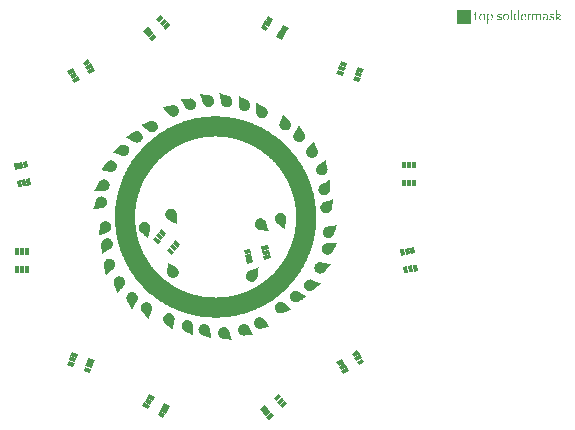
<source format=gts>
G04                                                      *
G04 Greetings!                                           *
G04 This Gerber was generated by PCBmodE, an open source *
G04 PCB design software. Get it here:                    *
G04                                                      *
G04   http://pcbmode.com                                 *
G04                                                      *
G04 Also visit                                           *
G04                                                      *
G04   http://boldport.com                                *
G04                                                      *
G04 and follow @boldport / @pcbmode for updates!         *
G04                                                      *

G04 leading zeros omitted (L); absolute data (A); 6 integer digits and 6 fractional digits *
%FSLAX66Y66*%

G04 mode (MO): millimeters (MM) *
%MOMM*%

G04 Aperture definitions *
%ADD10C,0.001X*%
%ADD11C,0.001X*%

%LPD*%
G36*
G01X19000174Y-10483137D02*
G01X19000174Y-10483137D01*
G01X18935624Y-10483257D01*
G01X18871086Y-10483857D01*
G01X18806564Y-10484938D01*
G01X18742060Y-10486500D01*
G01X18677577Y-10488543D01*
G01X18613119Y-10491068D01*
G01X18548687Y-10494074D01*
G01X18484285Y-10497563D01*
G01X18419915Y-10501534D01*
G01X18355581Y-10505988D01*
G01X18291284Y-10510924D01*
G01X18227028Y-10516344D01*
G01X18162815Y-10522248D01*
G01X18098648Y-10528636D01*
G01X18034531Y-10535508D01*
G01X17970465Y-10542864D01*
G01X17906453Y-10550705D01*
G01X17842499Y-10559032D01*
G01X17778605Y-10567844D01*
G01X17714773Y-10577141D01*
G01X17651007Y-10586925D01*
G01X17587310Y-10597195D01*
G01X17523683Y-10607952D01*
G01X17460131Y-10619196D01*
G01X17396655Y-10630927D01*
G01X17396655Y-10630927D01*
G01X17396655Y-10630927D01*
G01X17258488Y-10658565D01*
G01X17121291Y-10688329D01*
G01X16985077Y-10720199D01*
G01X16849862Y-10754155D01*
G01X16715657Y-10790177D01*
G01X16582478Y-10828243D01*
G01X16450338Y-10868332D01*
G01X16319251Y-10910426D01*
G01X16189232Y-10954502D01*
G01X16060293Y-11000541D01*
G01X15932450Y-11048522D01*
G01X15805715Y-11098424D01*
G01X15680103Y-11150227D01*
G01X15555628Y-11203911D01*
G01X15432304Y-11259454D01*
G01X15310144Y-11316837D01*
G01X15189163Y-11376038D01*
G01X15069374Y-11437038D01*
G01X14950792Y-11499816D01*
G01X14833430Y-11564350D01*
G01X14717302Y-11630621D01*
G01X14602423Y-11698609D01*
G01X14488805Y-11768292D01*
G01X14376464Y-11839650D01*
G01X14265412Y-11912662D01*
G01X14155665Y-11987309D01*
G01X14047235Y-12063569D01*
G01X13940137Y-12141422D01*
G01X13834384Y-12220848D01*
G01X13729992Y-12301825D01*
G01X13626972Y-12384334D01*
G01X13525341Y-12468354D01*
G01X13425110Y-12553864D01*
G01X13326295Y-12640844D01*
G01X13228909Y-12729273D01*
G01X13132966Y-12819130D01*
G01X13038481Y-12910396D01*
G01X12945466Y-13003050D01*
G01X12853936Y-13097071D01*
G01X12763905Y-13192438D01*
G01X12675387Y-13289132D01*
G01X12588396Y-13387131D01*
G01X12502945Y-13486415D01*
G01X12419049Y-13586964D01*
G01X12336721Y-13688756D01*
G01X12255976Y-13791772D01*
G01X12176827Y-13895991D01*
G01X12099289Y-14001393D01*
G01X12023374Y-14107956D01*
G01X11949098Y-14215661D01*
G01X11876474Y-14324486D01*
G01X11805516Y-14434412D01*
G01X11736238Y-14545417D01*
G01X11668653Y-14657482D01*
G01X11602777Y-14770585D01*
G01X11538622Y-14884707D01*
G01X11476202Y-14999826D01*
G01X11415532Y-15115922D01*
G01X11356626Y-15232975D01*
G01X11299497Y-15350964D01*
G01X11244160Y-15469868D01*
G01X11190627Y-15589668D01*
G01X11138914Y-15710342D01*
G01X11089034Y-15831870D01*
G01X11041001Y-15954231D01*
G01X10994829Y-16077405D01*
G01X10950532Y-16201371D01*
G01X10908124Y-16326110D01*
G01X10867618Y-16451599D01*
G01X10829029Y-16577820D01*
G01X10792371Y-16704750D01*
G01X10757657Y-16832371D01*
G01X10724902Y-16960660D01*
G01X10694119Y-17089598D01*
G01X10665322Y-17219165D01*
G01X10638526Y-17349339D01*
G01X10613744Y-17480099D01*
G01X10590990Y-17611427D01*
G01X10570278Y-17743300D01*
G01X10551622Y-17875699D01*
G01X10535035Y-18008603D01*
G01X10520533Y-18141992D01*
G01X10508128Y-18275844D01*
G01X10497835Y-18410140D01*
G01X10489667Y-18544858D01*
G01X10483639Y-18679979D01*
G01X10479765Y-18815482D01*
G01X10478058Y-18951345D01*
G01X10478532Y-19087550D01*
G01X10481201Y-19224075D01*
G01X10486079Y-19360899D01*
G01X10493181Y-19498003D01*
G01X10502519Y-19635365D01*
G01X10514109Y-19772965D01*
G01X10527963Y-19910783D01*
G01X10544096Y-20048798D01*
G01X10562522Y-20186989D01*
G01X10583254Y-20325337D01*
G01X10606307Y-20463819D01*
G01X10631695Y-20602417D01*
G01X10631695Y-20602417D01*
G01X10631695Y-20602417D01*
G01X10655634Y-20722477D01*
G01X10681206Y-20841858D01*
G01X10708395Y-20960551D01*
G01X10737190Y-21078544D01*
G01X10767578Y-21195827D01*
G01X10799545Y-21312389D01*
G01X10833078Y-21428219D01*
G01X10868165Y-21543307D01*
G01X10904792Y-21657642D01*
G01X10942947Y-21771212D01*
G01X10982616Y-21884008D01*
G01X11023787Y-21996019D01*
G01X11066446Y-22107233D01*
G01X11110580Y-22217641D01*
G01X11156178Y-22327231D01*
G01X11203224Y-22435992D01*
G01X11251707Y-22543915D01*
G01X11301614Y-22650987D01*
G01X11352931Y-22757199D01*
G01X11405646Y-22862540D01*
G01X11459745Y-22966999D01*
G01X11515216Y-23070565D01*
G01X11572045Y-23173227D01*
G01X11630220Y-23274976D01*
G01X11689728Y-23375799D01*
G01X11750555Y-23475687D01*
G01X11812688Y-23574628D01*
G01X11876116Y-23672612D01*
G01X11940823Y-23769628D01*
G01X12006799Y-23865666D01*
G01X12074029Y-23960714D01*
G01X12142500Y-24054762D01*
G01X12212201Y-24147800D01*
G01X12283117Y-24239815D01*
G01X12355235Y-24330799D01*
G01X12428543Y-24420739D01*
G01X12503028Y-24509626D01*
G01X12578677Y-24597448D01*
G01X12655476Y-24684195D01*
G01X12733413Y-24769856D01*
G01X12812474Y-24854420D01*
G01X12892647Y-24937877D01*
G01X12973919Y-25020215D01*
G01X13056277Y-25101425D01*
G01X13139707Y-25181495D01*
G01X13224197Y-25260414D01*
G01X13309734Y-25338173D01*
G01X13396304Y-25414760D01*
G01X13483896Y-25490164D01*
G01X13572494Y-25564374D01*
G01X13662088Y-25637381D01*
G01X13752664Y-25709173D01*
G01X13844208Y-25779740D01*
G01X13936708Y-25849070D01*
G01X14030151Y-25917153D01*
G01X14124523Y-25983978D01*
G01X14219813Y-26049535D01*
G01X14316006Y-26113813D01*
G01X14413090Y-26176801D01*
G01X14511052Y-26238488D01*
G01X14609878Y-26298864D01*
G01X14709557Y-26357918D01*
G01X14810074Y-26415639D01*
G01X14911417Y-26472016D01*
G01X15013573Y-26527039D01*
G01X15116529Y-26580697D01*
G01X15220272Y-26632979D01*
G01X15324788Y-26683875D01*
G01X15430066Y-26733373D01*
G01X15536091Y-26781463D01*
G01X15642851Y-26828135D01*
G01X15750333Y-26873377D01*
G01X15858525Y-26917178D01*
G01X15967411Y-26959529D01*
G01X16076981Y-27000419D01*
G01X16187221Y-27039835D01*
G01X16298118Y-27077769D01*
G01X16409659Y-27114209D01*
G01X16521830Y-27149144D01*
G01X16634620Y-27182564D01*
G01X16748015Y-27214458D01*
G01X16862001Y-27244815D01*
G01X16976567Y-27273624D01*
G01X17091698Y-27300875D01*
G01X17207383Y-27326557D01*
G01X17323607Y-27350660D01*
G01X17440359Y-27373171D01*
G01X17557624Y-27394082D01*
G01X17675391Y-27413381D01*
G01X17793645Y-27431057D01*
G01X17912375Y-27447099D01*
G01X18031567Y-27461498D01*
G01X18151207Y-27474241D01*
G01X18271284Y-27485319D01*
G01X18391784Y-27494721D01*
G01X18512694Y-27502435D01*
G01X18634001Y-27508452D01*
G01X18755692Y-27512760D01*
G01X18877754Y-27515348D01*
G01X19000174Y-27516207D01*
G01X19000174Y-27516207D01*
G01X19000174Y-25816047D01*
G01X19000174Y-25816047D01*
G01X18902189Y-25815365D01*
G01X18804491Y-25813298D01*
G01X18707089Y-25809855D01*
G01X18609995Y-25805045D01*
G01X18513219Y-25798875D01*
G01X18416770Y-25791355D01*
G01X18320661Y-25782493D01*
G01X18224900Y-25772298D01*
G01X18129499Y-25760779D01*
G01X18034467Y-25747943D01*
G01X17939816Y-25733800D01*
G01X17845555Y-25718358D01*
G01X17751695Y-25701626D01*
G01X17658246Y-25683612D01*
G01X17565219Y-25664325D01*
G01X17472625Y-25643774D01*
G01X17380473Y-25621967D01*
G01X17288774Y-25598912D01*
G01X17197538Y-25574619D01*
G01X17106776Y-25549095D01*
G01X17016498Y-25522350D01*
G01X16926715Y-25494393D01*
G01X16837437Y-25465230D01*
G01X16748674Y-25434873D01*
G01X16660437Y-25403327D01*
G01X16572736Y-25370604D01*
G01X16485581Y-25336710D01*
G01X16398984Y-25301655D01*
G01X16312954Y-25265447D01*
G01X16227502Y-25228095D01*
G01X16142638Y-25189608D01*
G01X16058372Y-25149993D01*
G01X15974715Y-25109260D01*
G01X15891678Y-25067417D01*
G01X15809271Y-25024473D01*
G01X15727504Y-24980437D01*
G01X15646387Y-24935316D01*
G01X15565931Y-24889120D01*
G01X15486147Y-24841856D01*
G01X15407044Y-24793535D01*
G01X15328634Y-24744164D01*
G01X15250926Y-24693752D01*
G01X15173931Y-24642307D01*
G01X15097660Y-24589838D01*
G01X15022122Y-24536354D01*
G01X14947329Y-24481864D01*
G01X14873290Y-24426375D01*
G01X14800016Y-24369897D01*
G01X14727517Y-24312437D01*
G01X14655805Y-24254006D01*
G01X14584888Y-24194610D01*
G01X14514778Y-24134260D01*
G01X14445485Y-24072963D01*
G01X14377019Y-24010727D01*
G01X14309391Y-23947563D01*
G01X14242611Y-23883477D01*
G01X14176690Y-23818480D01*
G01X14111638Y-23752578D01*
G01X14047465Y-23685782D01*
G01X13984182Y-23618099D01*
G01X13921799Y-23549539D01*
G01X13860327Y-23480109D01*
G01X13799776Y-23409818D01*
G01X13740156Y-23338676D01*
G01X13681478Y-23266690D01*
G01X13623752Y-23193869D01*
G01X13566988Y-23120221D01*
G01X13511198Y-23045756D01*
G01X13456391Y-22970482D01*
G01X13402578Y-22894408D01*
G01X13349769Y-22817541D01*
G01X13297974Y-22739891D01*
G01X13247205Y-22661466D01*
G01X13197471Y-22582276D01*
G01X13148782Y-22502327D01*
G01X13101150Y-22421630D01*
G01X13054585Y-22340192D01*
G01X13009096Y-22258022D01*
G01X12964695Y-22175130D01*
G01X12921391Y-22091522D01*
G01X12879196Y-22007209D01*
G01X12838120Y-21922198D01*
G01X12798172Y-21836498D01*
G01X12759364Y-21750118D01*
G01X12721705Y-21663067D01*
G01X12685207Y-21575352D01*
G01X12649879Y-21486983D01*
G01X12615733Y-21397968D01*
G01X12582777Y-21308316D01*
G01X12551024Y-21218035D01*
G01X12520482Y-21127134D01*
G01X12491163Y-21035621D01*
G01X12463078Y-20943506D01*
G01X12436235Y-20850796D01*
G01X12410647Y-20757500D01*
G01X12386322Y-20663627D01*
G01X12363272Y-20569186D01*
G01X12341508Y-20474185D01*
G01X12321038Y-20378632D01*
G01X12301875Y-20282537D01*
G01X12301875Y-20282537D01*
G01X12301875Y-20282537D01*
G01X12281557Y-20171601D01*
G01X12263109Y-20060756D01*
G01X12246517Y-19950021D01*
G01X12231773Y-19839410D01*
G01X12218863Y-19728940D01*
G01X12207777Y-19618628D01*
G01X12198505Y-19508491D01*
G01X12191034Y-19398544D01*
G01X12185353Y-19288804D01*
G01X12181452Y-19179288D01*
G01X12179320Y-19070012D01*
G01X12178944Y-18960992D01*
G01X12180315Y-18852245D01*
G01X12183420Y-18743787D01*
G01X12188249Y-18635635D01*
G01X12194791Y-18527805D01*
G01X12203034Y-18420313D01*
G01X12212967Y-18313177D01*
G01X12224579Y-18206411D01*
G01X12237859Y-18100034D01*
G01X12252796Y-17994061D01*
G01X12269379Y-17888509D01*
G01X12287596Y-17783393D01*
G01X12307437Y-17678732D01*
G01X12328890Y-17574540D01*
G01X12351943Y-17470835D01*
G01X12376587Y-17367632D01*
G01X12402809Y-17264949D01*
G01X12430599Y-17162802D01*
G01X12459946Y-17061207D01*
G01X12490838Y-16960180D01*
G01X12523264Y-16859738D01*
G01X12557213Y-16759898D01*
G01X12592674Y-16660676D01*
G01X12629635Y-16562088D01*
G01X12668086Y-16464150D01*
G01X12708016Y-16366880D01*
G01X12749413Y-16270294D01*
G01X12792265Y-16174407D01*
G01X12836563Y-16079237D01*
G01X12882295Y-15984800D01*
G01X12929449Y-15891112D01*
G01X12978015Y-15798190D01*
G01X13027981Y-15706051D01*
G01X13079337Y-15614710D01*
G01X13132070Y-15524183D01*
G01X13186171Y-15434489D01*
G01X13241627Y-15345642D01*
G01X13298428Y-15257660D01*
G01X13356562Y-15170558D01*
G01X13416019Y-15084354D01*
G01X13476786Y-14999063D01*
G01X13538854Y-14914703D01*
G01X13602211Y-14831289D01*
G01X13666845Y-14748837D01*
G01X13732746Y-14667366D01*
G01X13799903Y-14586890D01*
G01X13868303Y-14507426D01*
G01X13937937Y-14428991D01*
G01X14008793Y-14351601D01*
G01X14080860Y-14275273D01*
G01X14154126Y-14200022D01*
G01X14228581Y-14125866D01*
G01X14304213Y-14052821D01*
G01X14381011Y-13980903D01*
G01X14458965Y-13910129D01*
G01X14538062Y-13840515D01*
G01X14618293Y-13772077D01*
G01X14699644Y-13704833D01*
G01X14782107Y-13638798D01*
G01X14865669Y-13573988D01*
G01X14950318Y-13510421D01*
G01X15036045Y-13448113D01*
G01X15122838Y-13387080D01*
G01X15210686Y-13327338D01*
G01X15299577Y-13268905D01*
G01X15389501Y-13211796D01*
G01X15480445Y-13156028D01*
G01X15572400Y-13101617D01*
G01X15665354Y-13048580D01*
G01X15759296Y-12996933D01*
G01X15854215Y-12946692D01*
G01X15950099Y-12897875D01*
G01X16046938Y-12850497D01*
G01X16144719Y-12804575D01*
G01X16243433Y-12760125D01*
G01X16343068Y-12717165D01*
G01X16443613Y-12675709D01*
G01X16545056Y-12635775D01*
G01X16647387Y-12597379D01*
G01X16750594Y-12560537D01*
G01X16854666Y-12525267D01*
G01X16959593Y-12491583D01*
G01X17065362Y-12459504D01*
G01X17171963Y-12429045D01*
G01X17279385Y-12400222D01*
G01X17387616Y-12373053D01*
G01X17496645Y-12347553D01*
G01X17606462Y-12323739D01*
G01X17717054Y-12301627D01*
G01X17717054Y-12301627D01*
G01X17717054Y-12301627D01*
G01X17767847Y-12292233D01*
G01X17818701Y-12283225D01*
G01X17869614Y-12274606D01*
G01X17920584Y-12266373D01*
G01X17971609Y-12258529D01*
G01X18022686Y-12251072D01*
G01X18073813Y-12244003D01*
G01X18124989Y-12237322D01*
G01X18176210Y-12231030D01*
G01X18227475Y-12225126D01*
G01X18278781Y-12219611D01*
G01X18330127Y-12214484D01*
G01X18381509Y-12209747D01*
G01X18432926Y-12205398D01*
G01X18484376Y-12201439D01*
G01X18535856Y-12197869D01*
G01X18587364Y-12194689D01*
G01X18638898Y-12191898D01*
G01X18690456Y-12189497D01*
G01X18742035Y-12187486D01*
G01X18793633Y-12185865D01*
G01X18845248Y-12184635D01*
G01X18896879Y-12183795D01*
G01X18948521Y-12183346D01*
G01X19000174Y-12183287D01*
G01X19000174Y-12183287D01*
G37*
G36*
G01X18999970Y-27516193D02*
G01X18999970Y-27516193D01*
G01X19064521Y-27516073D01*
G01X19129059Y-27515473D01*
G01X19193581Y-27514392D01*
G01X19258085Y-27512830D01*
G01X19322568Y-27510787D01*
G01X19387026Y-27508262D01*
G01X19451458Y-27505256D01*
G01X19515860Y-27501767D01*
G01X19580230Y-27497796D01*
G01X19644564Y-27493342D01*
G01X19708861Y-27488406D01*
G01X19773117Y-27482986D01*
G01X19837330Y-27477082D01*
G01X19901497Y-27470694D01*
G01X19965614Y-27463822D01*
G01X20029680Y-27456466D01*
G01X20093692Y-27448625D01*
G01X20157646Y-27440298D01*
G01X20221540Y-27431486D01*
G01X20285372Y-27422189D01*
G01X20349138Y-27412405D01*
G01X20412835Y-27402135D01*
G01X20476462Y-27391378D01*
G01X20540014Y-27380134D01*
G01X20603490Y-27368403D01*
G01X20603490Y-27368403D01*
G01X20603490Y-27368403D01*
G01X20741657Y-27340765D01*
G01X20878854Y-27311001D01*
G01X21015068Y-27279131D01*
G01X21150283Y-27245175D01*
G01X21284488Y-27209153D01*
G01X21417667Y-27171087D01*
G01X21549807Y-27130998D01*
G01X21680894Y-27088904D01*
G01X21810913Y-27044828D01*
G01X21939852Y-26998789D01*
G01X22067695Y-26950808D01*
G01X22194430Y-26900906D01*
G01X22320042Y-26849103D01*
G01X22444517Y-26795419D01*
G01X22567841Y-26739876D01*
G01X22690001Y-26682493D01*
G01X22810982Y-26623292D01*
G01X22930771Y-26562292D01*
G01X23049353Y-26499514D01*
G01X23166715Y-26434980D01*
G01X23282843Y-26368709D01*
G01X23397722Y-26300721D01*
G01X23511340Y-26231038D01*
G01X23623681Y-26159680D01*
G01X23734733Y-26086668D01*
G01X23844480Y-26012021D01*
G01X23952910Y-25935761D01*
G01X24060008Y-25857908D01*
G01X24165761Y-25778482D01*
G01X24270153Y-25697505D01*
G01X24373173Y-25614996D01*
G01X24474804Y-25530976D01*
G01X24575035Y-25445466D01*
G01X24673850Y-25358486D01*
G01X24771236Y-25270057D01*
G01X24867179Y-25180200D01*
G01X24961664Y-25088934D01*
G01X25054679Y-24996280D01*
G01X25146209Y-24902259D01*
G01X25236240Y-24806892D01*
G01X25324758Y-24710198D01*
G01X25411749Y-24612199D01*
G01X25497200Y-24512915D01*
G01X25581096Y-24412366D01*
G01X25663424Y-24310574D01*
G01X25744169Y-24207558D01*
G01X25823318Y-24103339D01*
G01X25900856Y-23997937D01*
G01X25976771Y-23891374D01*
G01X26051047Y-23783669D01*
G01X26123671Y-23674844D01*
G01X26194629Y-23564918D01*
G01X26263907Y-23453913D01*
G01X26331492Y-23341848D01*
G01X26397368Y-23228745D01*
G01X26461523Y-23114623D01*
G01X26523943Y-22999504D01*
G01X26584613Y-22883408D01*
G01X26643519Y-22766355D01*
G01X26700648Y-22648366D01*
G01X26755985Y-22529462D01*
G01X26809518Y-22409662D01*
G01X26861231Y-22288988D01*
G01X26911111Y-22167460D01*
G01X26959144Y-22045099D01*
G01X27005316Y-21921925D01*
G01X27049613Y-21797959D01*
G01X27092021Y-21673220D01*
G01X27132527Y-21547731D01*
G01X27171116Y-21421510D01*
G01X27207774Y-21294580D01*
G01X27242488Y-21166959D01*
G01X27275243Y-21038670D01*
G01X27306026Y-20909732D01*
G01X27334823Y-20780165D01*
G01X27361619Y-20649991D01*
G01X27386401Y-20519231D01*
G01X27409155Y-20387903D01*
G01X27429867Y-20256030D01*
G01X27448523Y-20123631D01*
G01X27465110Y-19990727D01*
G01X27479612Y-19857338D01*
G01X27492017Y-19723486D01*
G01X27502310Y-19589190D01*
G01X27510478Y-19454472D01*
G01X27516506Y-19319351D01*
G01X27520380Y-19183848D01*
G01X27522087Y-19047985D01*
G01X27521613Y-18911780D01*
G01X27518944Y-18775255D01*
G01X27514066Y-18638431D01*
G01X27506964Y-18501327D01*
G01X27497626Y-18363965D01*
G01X27486036Y-18226365D01*
G01X27472182Y-18088547D01*
G01X27456049Y-17950532D01*
G01X27437623Y-17812341D01*
G01X27416891Y-17673993D01*
G01X27393838Y-17535511D01*
G01X27368451Y-17396913D01*
G01X27368451Y-17396913D01*
G01X27368451Y-17396913D01*
G01X27344511Y-17276853D01*
G01X27318939Y-17157472D01*
G01X27291750Y-17038779D01*
G01X27262955Y-16920786D01*
G01X27232567Y-16803503D01*
G01X27200600Y-16686941D01*
G01X27167067Y-16571111D01*
G01X27131980Y-16456023D01*
G01X27095353Y-16341688D01*
G01X27057198Y-16228118D01*
G01X27017529Y-16115322D01*
G01X26976358Y-16003311D01*
G01X26933699Y-15892097D01*
G01X26889565Y-15781689D01*
G01X26843967Y-15672099D01*
G01X26796921Y-15563338D01*
G01X26748438Y-15455415D01*
G01X26698531Y-15348343D01*
G01X26647214Y-15242131D01*
G01X26594499Y-15136790D01*
G01X26540400Y-15032331D01*
G01X26484929Y-14928765D01*
G01X26428100Y-14826103D01*
G01X26369925Y-14724354D01*
G01X26310417Y-14623531D01*
G01X26249590Y-14523643D01*
G01X26187457Y-14424702D01*
G01X26124029Y-14326718D01*
G01X26059322Y-14229702D01*
G01X25993346Y-14133664D01*
G01X25926116Y-14038616D01*
G01X25857645Y-13944568D01*
G01X25787944Y-13851530D01*
G01X25717028Y-13759515D01*
G01X25644910Y-13668531D01*
G01X25571602Y-13578591D01*
G01X25497117Y-13489704D01*
G01X25421468Y-13401882D01*
G01X25344669Y-13315135D01*
G01X25266732Y-13229474D01*
G01X25187671Y-13144910D01*
G01X25107498Y-13061454D01*
G01X25026226Y-12979115D01*
G01X24943868Y-12897905D01*
G01X24860438Y-12817835D01*
G01X24775948Y-12738916D01*
G01X24690411Y-12661157D01*
G01X24603841Y-12584570D01*
G01X24516249Y-12509166D01*
G01X24427650Y-12434955D01*
G01X24338057Y-12361949D01*
G01X24247481Y-12290157D01*
G01X24155937Y-12219590D01*
G01X24063437Y-12150260D01*
G01X23969994Y-12082177D01*
G01X23875622Y-12015352D01*
G01X23780332Y-11949795D01*
G01X23684139Y-11885517D01*
G01X23587055Y-11822529D01*
G01X23489093Y-11760842D01*
G01X23390267Y-11700466D01*
G01X23290588Y-11641412D01*
G01X23190071Y-11583691D01*
G01X23088728Y-11527314D01*
G01X22986572Y-11472291D01*
G01X22883616Y-11418633D01*
G01X22779873Y-11366351D01*
G01X22675357Y-11315456D01*
G01X22570079Y-11265957D01*
G01X22464054Y-11217867D01*
G01X22357294Y-11171195D01*
G01X22249812Y-11125953D01*
G01X22141620Y-11082152D01*
G01X22032734Y-11039801D01*
G01X21923164Y-10998911D01*
G01X21812924Y-10959495D01*
G01X21702027Y-10921561D01*
G01X21590486Y-10885121D01*
G01X21478315Y-10850186D01*
G01X21365525Y-10816766D01*
G01X21252130Y-10784872D01*
G01X21138144Y-10754515D01*
G01X21023578Y-10725706D01*
G01X20908447Y-10698455D01*
G01X20792762Y-10672773D01*
G01X20676538Y-10648670D01*
G01X20559786Y-10626159D01*
G01X20442521Y-10605248D01*
G01X20324754Y-10585949D01*
G01X20206500Y-10568273D01*
G01X20087770Y-10552231D01*
G01X19968578Y-10537832D01*
G01X19848938Y-10525089D01*
G01X19728861Y-10514011D01*
G01X19608361Y-10504609D01*
G01X19487451Y-10496895D01*
G01X19366144Y-10490878D01*
G01X19244453Y-10486570D01*
G01X19122391Y-10483982D01*
G01X18999970Y-10483123D01*
G01X18999970Y-10483123D01*
G01X18999970Y-12183283D01*
G01X18999970Y-12183283D01*
G01X19097956Y-12183965D01*
G01X19195654Y-12186032D01*
G01X19293056Y-12189475D01*
G01X19390150Y-12194285D01*
G01X19486926Y-12200455D01*
G01X19583375Y-12207975D01*
G01X19679484Y-12216837D01*
G01X19775245Y-12227032D01*
G01X19870646Y-12238551D01*
G01X19965678Y-12251387D01*
G01X20060329Y-12265530D01*
G01X20154590Y-12280972D01*
G01X20248450Y-12297704D01*
G01X20341899Y-12315718D01*
G01X20434926Y-12335005D01*
G01X20527520Y-12355556D01*
G01X20619672Y-12377363D01*
G01X20711371Y-12400418D01*
G01X20802607Y-12424711D01*
G01X20893369Y-12450235D01*
G01X20983647Y-12476980D01*
G01X21073430Y-12504937D01*
G01X21162708Y-12534100D01*
G01X21251471Y-12564457D01*
G01X21339708Y-12596003D01*
G01X21427409Y-12628726D01*
G01X21514564Y-12662620D01*
G01X21601161Y-12697675D01*
G01X21687191Y-12733883D01*
G01X21772643Y-12771235D01*
G01X21857507Y-12809722D01*
G01X21941773Y-12849337D01*
G01X22025430Y-12890070D01*
G01X22108467Y-12931913D01*
G01X22190874Y-12974857D01*
G01X22272641Y-13018893D01*
G01X22353758Y-13064014D01*
G01X22434214Y-13110210D01*
G01X22513998Y-13157474D01*
G01X22593101Y-13205795D01*
G01X22671511Y-13255166D01*
G01X22749219Y-13305578D01*
G01X22826214Y-13357023D01*
G01X22902485Y-13409492D01*
G01X22978023Y-13462976D01*
G01X23052816Y-13517466D01*
G01X23126855Y-13572955D01*
G01X23200129Y-13629433D01*
G01X23272628Y-13686893D01*
G01X23344341Y-13745324D01*
G01X23415257Y-13804720D01*
G01X23485367Y-13865070D01*
G01X23554660Y-13926367D01*
G01X23623126Y-13988603D01*
G01X23690754Y-14051767D01*
G01X23757534Y-14115853D01*
G01X23823455Y-14180850D01*
G01X23888507Y-14246752D01*
G01X23952680Y-14313548D01*
G01X24015963Y-14381231D01*
G01X24078346Y-14449791D01*
G01X24139818Y-14519221D01*
G01X24200369Y-14589512D01*
G01X24259989Y-14660654D01*
G01X24318667Y-14732640D01*
G01X24376393Y-14805461D01*
G01X24433157Y-14879109D01*
G01X24488947Y-14953574D01*
G01X24543754Y-15028848D01*
G01X24597567Y-15104922D01*
G01X24650376Y-15181789D01*
G01X24702171Y-15259439D01*
G01X24752940Y-15337864D01*
G01X24802674Y-15417054D01*
G01X24851363Y-15497003D01*
G01X24898995Y-15577700D01*
G01X24945560Y-15659138D01*
G01X24991049Y-15741308D01*
G01X25035450Y-15824200D01*
G01X25078754Y-15907808D01*
G01X25120949Y-15992121D01*
G01X25162025Y-16077132D01*
G01X25201973Y-16162832D01*
G01X25240781Y-16249212D01*
G01X25278440Y-16336263D01*
G01X25314938Y-16423978D01*
G01X25350266Y-16512347D01*
G01X25384412Y-16601362D01*
G01X25417368Y-16691014D01*
G01X25449121Y-16781295D01*
G01X25479663Y-16872196D01*
G01X25508982Y-16963709D01*
G01X25537067Y-17055824D01*
G01X25563910Y-17148534D01*
G01X25589498Y-17241830D01*
G01X25613823Y-17335703D01*
G01X25636873Y-17430144D01*
G01X25658637Y-17525145D01*
G01X25679107Y-17620698D01*
G01X25698270Y-17716793D01*
G01X25698270Y-17716793D01*
G01X25698270Y-17716793D01*
G01X25718588Y-17827729D01*
G01X25737036Y-17938574D01*
G01X25753628Y-18049309D01*
G01X25768372Y-18159920D01*
G01X25781282Y-18270390D01*
G01X25792368Y-18380702D01*
G01X25801640Y-18490839D01*
G01X25809111Y-18600786D01*
G01X25814792Y-18710526D01*
G01X25818693Y-18820042D01*
G01X25820825Y-18929318D01*
G01X25821201Y-19038338D01*
G01X25819830Y-19147085D01*
G01X25816725Y-19255543D01*
G01X25811896Y-19363695D01*
G01X25805354Y-19471525D01*
G01X25797111Y-19579017D01*
G01X25787178Y-19686153D01*
G01X25775566Y-19792919D01*
G01X25762286Y-19899296D01*
G01X25747349Y-20005269D01*
G01X25730766Y-20110821D01*
G01X25712549Y-20215937D01*
G01X25692708Y-20320598D01*
G01X25671256Y-20424790D01*
G01X25648202Y-20528495D01*
G01X25623558Y-20631698D01*
G01X25597336Y-20734381D01*
G01X25569546Y-20836528D01*
G01X25540199Y-20938123D01*
G01X25509307Y-21039150D01*
G01X25476881Y-21139592D01*
G01X25442932Y-21239432D01*
G01X25407471Y-21338654D01*
G01X25370510Y-21437242D01*
G01X25332059Y-21535180D01*
G01X25292129Y-21632450D01*
G01X25250732Y-21729036D01*
G01X25207880Y-21824923D01*
G01X25163582Y-21920093D01*
G01X25117850Y-22014530D01*
G01X25070696Y-22108218D01*
G01X25022130Y-22201140D01*
G01X24972164Y-22293279D01*
G01X24920808Y-22384620D01*
G01X24868075Y-22475147D01*
G01X24813974Y-22564841D01*
G01X24758518Y-22653688D01*
G01X24701717Y-22741670D01*
G01X24643583Y-22828772D01*
G01X24584126Y-22914976D01*
G01X24523359Y-23000267D01*
G01X24461291Y-23084627D01*
G01X24397934Y-23168041D01*
G01X24333300Y-23250493D01*
G01X24267399Y-23331964D01*
G01X24200242Y-23412440D01*
G01X24131842Y-23491904D01*
G01X24062208Y-23570339D01*
G01X23991352Y-23647729D01*
G01X23919285Y-23724057D01*
G01X23846019Y-23799308D01*
G01X23771564Y-23873464D01*
G01X23695932Y-23946509D01*
G01X23619134Y-24018427D01*
G01X23541180Y-24089201D01*
G01X23462083Y-24158815D01*
G01X23381852Y-24227253D01*
G01X23300501Y-24294497D01*
G01X23218038Y-24360532D01*
G01X23134476Y-24425342D01*
G01X23049827Y-24488909D01*
G01X22964100Y-24551217D01*
G01X22877307Y-24612250D01*
G01X22789459Y-24671992D01*
G01X22700568Y-24730425D01*
G01X22610644Y-24787534D01*
G01X22519700Y-24843302D01*
G01X22427745Y-24897713D01*
G01X22334791Y-24950750D01*
G01X22240849Y-25002397D01*
G01X22145930Y-25052638D01*
G01X22050046Y-25101455D01*
G01X21953207Y-25148833D01*
G01X21855426Y-25194755D01*
G01X21756712Y-25239205D01*
G01X21657077Y-25282165D01*
G01X21556532Y-25323621D01*
G01X21455089Y-25363555D01*
G01X21352758Y-25401951D01*
G01X21249551Y-25438793D01*
G01X21145479Y-25474063D01*
G01X21040552Y-25507747D01*
G01X20934783Y-25539826D01*
G01X20828182Y-25570285D01*
G01X20720760Y-25599108D01*
G01X20612529Y-25626277D01*
G01X20503500Y-25651777D01*
G01X20393683Y-25675591D01*
G01X20283091Y-25697703D01*
G01X20283091Y-25697703D01*
G01X20283091Y-25697703D01*
G01X20232298Y-25707097D01*
G01X20181444Y-25716105D01*
G01X20130531Y-25724724D01*
G01X20079561Y-25732957D01*
G01X20028536Y-25740801D01*
G01X19977459Y-25748258D01*
G01X19926332Y-25755327D01*
G01X19875156Y-25762008D01*
G01X19823935Y-25768300D01*
G01X19772670Y-25774204D01*
G01X19721364Y-25779719D01*
G01X19670018Y-25784846D01*
G01X19618636Y-25789583D01*
G01X19567219Y-25793932D01*
G01X19515769Y-25797891D01*
G01X19464289Y-25801461D01*
G01X19412781Y-25804641D01*
G01X19361247Y-25807432D01*
G01X19309689Y-25809833D01*
G01X19258110Y-25811844D01*
G01X19206512Y-25813465D01*
G01X19154897Y-25814695D01*
G01X19103266Y-25815535D01*
G01X19051624Y-25815984D01*
G01X18999970Y-25816043D01*
G01X18999970Y-25816043D01*
G37*
G36*
G01X22447401Y-24288936D02*
G01X22447401Y-24288936D01*
G01X22411618Y-24331173D01*
G01X22372129Y-24368323D01*
G01X22329412Y-24400321D01*
G01X22283945Y-24427099D01*
G01X22236206Y-24448591D01*
G01X22186673Y-24464729D01*
G01X22135825Y-24475446D01*
G01X22084139Y-24480676D01*
G01X22032095Y-24480352D01*
G01X21980169Y-24474407D01*
G01X21928840Y-24462773D01*
G01X21878586Y-24445385D01*
G01X21829885Y-24422174D01*
G01X21783216Y-24393075D01*
G01X21770322Y-24383670D01*
G01X21770322Y-24383670D01*
G01X21728086Y-24347888D01*
G01X21690935Y-24308399D01*
G01X21658937Y-24265682D01*
G01X21632159Y-24220215D01*
G01X21610667Y-24172476D01*
G01X21594530Y-24122943D01*
G01X21583812Y-24072095D01*
G01X21578582Y-24020409D01*
G01X21578906Y-23968365D01*
G01X21584852Y-23916439D01*
G01X21596485Y-23865110D01*
G01X21613873Y-23814856D01*
G01X21637084Y-23766155D01*
G01X21666183Y-23719486D01*
G01X21675588Y-23706592D01*
G01X21675588Y-23706592D01*
G01X21698930Y-23676780D01*
G01X21721129Y-23650920D01*
G01X21742804Y-23628467D01*
G01X21764578Y-23608877D01*
G01X21787071Y-23591605D01*
G01X21810904Y-23576105D01*
G01X21836698Y-23561834D01*
G01X21865074Y-23548246D01*
G01X21896654Y-23534798D01*
G01X21932058Y-23520944D01*
G01X21971907Y-23506139D01*
G01X22016822Y-23489839D01*
G01X22067425Y-23471499D01*
G01X22124336Y-23450574D01*
G01X22188176Y-23426520D01*
G01X22259567Y-23398792D01*
G01X22339129Y-23366845D01*
G01X22427483Y-23330134D01*
G01X22525251Y-23288115D01*
G01X22633054Y-23240244D01*
G01X22633054Y-23240244D01*
G01X22633054Y-23240244D01*
G01X22616718Y-23360924D01*
G01X22603234Y-23469553D01*
G01X22592250Y-23566943D01*
G01X22583414Y-23653905D01*
G01X22576375Y-23731250D01*
G01X22570782Y-23799788D01*
G01X22566283Y-23860332D01*
G01X22562526Y-23913692D01*
G01X22559160Y-23960679D01*
G01X22555834Y-24002105D01*
G01X22552195Y-24038781D01*
G01X22547893Y-24071517D01*
G01X22542576Y-24101126D01*
G01X22535891Y-24128417D01*
G01X22527489Y-24154203D01*
G01X22517017Y-24179294D01*
G01X22504124Y-24204502D01*
G01X22488457Y-24230638D01*
G01X22469667Y-24258512D01*
G01X22447400Y-24288936D01*
G01X22447400Y-24288936D01*
G37*
G36*
G01X24049969Y-19298689D02*
G01X24049969Y-19298689D01*
G01X24033198Y-19245934D01*
G01X24022704Y-19192742D01*
G01X24018291Y-19139552D01*
G01X24019761Y-19086806D01*
G01X24026917Y-19034944D01*
G01X24039561Y-18984407D01*
G01X24057496Y-18935634D01*
G01X24080526Y-18889068D01*
G01X24108451Y-18845148D01*
G01X24141076Y-18804316D01*
G01X24178202Y-18767011D01*
G01X24219632Y-18733675D01*
G01X24265170Y-18704748D01*
G01X24314617Y-18680670D01*
G01X24329435Y-18674743D01*
G01X24329435Y-18674743D01*
G01X24382190Y-18657972D01*
G01X24435382Y-18647478D01*
G01X24488572Y-18643065D01*
G01X24541318Y-18644535D01*
G01X24593180Y-18651690D01*
G01X24643718Y-18664335D01*
G01X24692490Y-18682270D01*
G01X24739056Y-18705299D01*
G01X24782976Y-18733225D01*
G01X24823808Y-18765849D01*
G01X24861113Y-18802975D01*
G01X24894449Y-18844406D01*
G01X24923377Y-18889944D01*
G01X24947454Y-18939391D01*
G01X24953381Y-18954209D01*
G01X24953381Y-18954209D01*
G01X24966236Y-18989823D01*
G01X24976351Y-19022369D01*
G01X24983856Y-19052661D01*
G01X24988885Y-19081516D01*
G01X24991568Y-19109748D01*
G01X24992037Y-19138174D01*
G01X24990423Y-19167609D01*
G01X24986858Y-19198868D01*
G01X24981474Y-19232767D01*
G01X24974401Y-19270121D01*
G01X24965773Y-19311746D01*
G01X24955719Y-19358458D01*
G01X24944372Y-19411072D01*
G01X24931863Y-19470404D01*
G01X24918324Y-19537268D01*
G01X24903886Y-19612482D01*
G01X24888680Y-19696859D01*
G01X24872839Y-19791216D01*
G01X24856494Y-19896368D01*
G01X24839776Y-20013131D01*
G01X24839776Y-20013131D01*
G01X24839776Y-20013131D01*
G01X24746216Y-19935176D01*
G01X24661351Y-19866038D01*
G01X24584678Y-19804990D01*
G01X24515699Y-19751303D01*
G01X24453913Y-19704248D01*
G01X24398820Y-19663095D01*
G01X24349918Y-19627118D01*
G01X24306708Y-19595585D01*
G01X24268689Y-19567770D01*
G01X24235360Y-19542943D01*
G01X24206222Y-19520375D01*
G01X24180774Y-19499337D01*
G01X24158515Y-19479102D01*
G01X24138945Y-19458939D01*
G01X24121564Y-19438121D01*
G01X24105870Y-19415919D01*
G01X24091365Y-19391603D01*
G01X24077546Y-19364445D01*
G01X24063915Y-19333717D01*
G01X24049969Y-19298689D01*
G01X24049969Y-19298689D01*
G37*
G36*
G01X22487524Y-19965769D02*
G01X22487524Y-19965769D01*
G01X22447195Y-19927850D01*
G01X22412137Y-19886492D01*
G01X22382391Y-19842177D01*
G01X22358001Y-19795386D01*
G01X22339007Y-19746599D01*
G01X22325453Y-19696298D01*
G01X22317380Y-19644963D01*
G01X22314831Y-19593077D01*
G01X22317846Y-19541118D01*
G01X22326470Y-19489569D01*
G01X22340742Y-19438911D01*
G01X22360707Y-19389623D01*
G01X22386405Y-19342189D01*
G01X22417879Y-19297087D01*
G01X22427938Y-19284697D01*
G01X22427938Y-19284697D01*
G01X22465858Y-19244368D01*
G01X22507215Y-19209309D01*
G01X22551530Y-19179564D01*
G01X22598322Y-19155173D01*
G01X22647108Y-19136180D01*
G01X22697409Y-19122626D01*
G01X22748744Y-19114553D01*
G01X22800631Y-19112003D01*
G01X22852589Y-19115019D01*
G01X22904138Y-19123642D01*
G01X22954797Y-19137915D01*
G01X23004084Y-19157879D01*
G01X23051519Y-19183578D01*
G01X23096620Y-19215052D01*
G01X23109010Y-19225111D01*
G01X23109010Y-19225111D01*
G01X23137575Y-19249964D01*
G01X23162252Y-19273471D01*
G01X23183554Y-19296279D01*
G01X23201992Y-19319036D01*
G01X23218078Y-19342393D01*
G01X23232324Y-19366995D01*
G01X23245242Y-19393493D01*
G01X23257343Y-19422534D01*
G01X23269140Y-19454767D01*
G01X23281145Y-19490840D01*
G01X23293869Y-19531402D01*
G01X23307824Y-19577100D01*
G01X23323522Y-19628584D01*
G01X23341475Y-19686501D01*
G01X23362194Y-19751500D01*
G01X23386193Y-19824229D01*
G01X23413982Y-19905337D01*
G01X23446073Y-19995472D01*
G01X23482978Y-20095283D01*
G01X23525210Y-20205417D01*
G01X23525210Y-20205417D01*
G01X23525210Y-20205417D01*
G01X23405537Y-20182861D01*
G01X23297750Y-20163776D01*
G01X23201058Y-20147769D01*
G01X23114670Y-20134447D01*
G01X23037793Y-20123417D01*
G01X22969636Y-20114286D01*
G01X22909406Y-20106662D01*
G01X22856311Y-20100150D01*
G01X22809561Y-20094358D01*
G01X22768363Y-20088893D01*
G01X22731924Y-20083363D01*
G01X22699454Y-20077373D01*
G01X22670160Y-20070531D01*
G01X22643251Y-20062444D01*
G01X22617934Y-20052719D01*
G01X22593418Y-20040963D01*
G01X22568911Y-20026783D01*
G01X22543621Y-20009786D01*
G01X22516756Y-19989579D01*
G01X22487524Y-19965769D01*
G01X22487524Y-19965769D01*
G37*
G36*
G01X15818331Y-23430925D02*
G01X15818331Y-23430925D01*
G01X15842101Y-23480919D01*
G01X15859709Y-23532197D01*
G01X15871293Y-23584297D01*
G01X15876987Y-23636756D01*
G01X15876929Y-23689109D01*
G01X15871253Y-23740894D01*
G01X15860096Y-23791648D01*
G01X15843592Y-23840906D01*
G01X15821879Y-23888207D01*
G01X15795092Y-23933085D01*
G01X15763366Y-23975079D01*
G01X15726837Y-24013725D01*
G01X15685642Y-24048559D01*
G01X15639916Y-24079118D01*
G01X15626038Y-24086999D01*
G01X15626038Y-24086999D01*
G01X15576044Y-24110768D01*
G01X15524766Y-24128376D01*
G01X15472666Y-24139960D01*
G01X15420207Y-24145655D01*
G01X15367854Y-24145596D01*
G01X15316069Y-24139920D01*
G01X15265315Y-24128763D01*
G01X15216057Y-24112260D01*
G01X15168756Y-24090546D01*
G01X15123878Y-24063759D01*
G01X15081884Y-24032033D01*
G01X15043239Y-23995505D01*
G01X15008405Y-23954310D01*
G01X14977845Y-23908583D01*
G01X14969964Y-23894705D01*
G01X14969964Y-23894705D01*
G01X14952400Y-23861163D01*
G01X14937966Y-23830289D01*
G01X14926423Y-23801294D01*
G01X14917528Y-23773388D01*
G01X14911043Y-23745780D01*
G01X14906724Y-23717680D01*
G01X14904333Y-23688298D01*
G01X14903627Y-23656844D01*
G01X14904365Y-23622528D01*
G01X14906308Y-23584560D01*
G01X14909214Y-23542149D01*
G01X14912842Y-23494505D01*
G01X14916951Y-23440839D01*
G01X14921300Y-23380359D01*
G01X14925649Y-23312276D01*
G01X14929757Y-23235800D01*
G01X14933382Y-23150140D01*
G01X14936284Y-23054507D01*
G01X14938223Y-22948110D01*
G01X14938956Y-22830158D01*
G01X14938956Y-22830158D01*
G01X14938956Y-22830158D01*
G01X15042221Y-22894709D01*
G01X15135676Y-22951703D01*
G01X15219917Y-23001792D01*
G01X15295538Y-23045632D01*
G01X15363133Y-23083876D01*
G01X15423298Y-23117179D01*
G01X15476625Y-23146195D01*
G01X15523712Y-23171578D01*
G01X15565151Y-23193982D01*
G01X15601537Y-23214061D01*
G01X15633466Y-23232470D01*
G01X15661532Y-23249863D01*
G01X15686328Y-23266894D01*
G01X15708451Y-23284217D01*
G01X15728495Y-23302486D01*
G01X15747053Y-23322356D01*
G01X15764722Y-23344481D01*
G01X15782094Y-23369515D01*
G01X15799766Y-23398111D01*
G01X15818331Y-23430925D01*
G01X15818331Y-23430925D01*
G37*
G36*
G01X14801675Y-19009216D02*
G01X14801675Y-19009216D01*
G01X14776748Y-18959790D01*
G01X14757949Y-18908936D01*
G01X14745154Y-18857120D01*
G01X14738238Y-18804808D01*
G01X14737076Y-18752468D01*
G01X14741543Y-18700564D01*
G01X14751514Y-18649565D01*
G01X14766865Y-18599935D01*
G01X14787469Y-18552141D01*
G01X14813203Y-18506650D01*
G01X14843942Y-18463929D01*
G01X14879559Y-18424442D01*
G01X14919931Y-18388657D01*
G01X14964933Y-18357041D01*
G01X14978623Y-18348838D01*
G01X14978623Y-18348838D01*
G01X15028049Y-18323910D01*
G01X15078903Y-18305111D01*
G01X15130719Y-18292316D01*
G01X15183031Y-18285400D01*
G01X15235371Y-18284238D01*
G01X15287275Y-18288705D01*
G01X15338275Y-18298677D01*
G01X15387904Y-18314027D01*
G01X15435698Y-18334632D01*
G01X15481189Y-18360366D01*
G01X15523911Y-18391104D01*
G01X15563397Y-18426722D01*
G01X15599182Y-18467094D01*
G01X15630799Y-18512095D01*
G01X15639001Y-18525786D01*
G01X15639001Y-18525786D01*
G01X15657343Y-18558910D01*
G01X15672492Y-18589439D01*
G01X15684708Y-18618157D01*
G01X15694251Y-18645848D01*
G01X15701378Y-18673298D01*
G01X15706351Y-18701289D01*
G01X15709427Y-18730607D01*
G01X15710866Y-18762036D01*
G01X15710927Y-18796360D01*
G01X15709870Y-18834363D01*
G01X15707954Y-18876830D01*
G01X15705437Y-18924545D01*
G01X15702580Y-18978293D01*
G01X15699642Y-19038858D01*
G01X15696881Y-19107024D01*
G01X15694557Y-19183575D01*
G01X15692929Y-19269296D01*
G01X15692257Y-19364971D01*
G01X15692800Y-19471384D01*
G01X15694816Y-19589321D01*
G01X15694816Y-19589321D01*
G01X15694816Y-19589321D01*
G01X15590075Y-19527194D01*
G01X15495316Y-19472395D01*
G01X15409930Y-19424283D01*
G01X15333308Y-19382218D01*
G01X15264840Y-19345560D01*
G01X15203916Y-19313668D01*
G01X15149926Y-19285904D01*
G01X15102261Y-19261625D01*
G01X15060311Y-19240193D01*
G01X15023466Y-19220967D01*
G01X14991117Y-19203308D01*
G01X14962653Y-19186574D01*
G01X14937466Y-19170125D01*
G01X14914946Y-19153323D01*
G01X14894482Y-19135525D01*
G01X14875465Y-19116094D01*
G01X14857286Y-19094387D01*
G01X14839334Y-19069765D01*
G01X14821001Y-19041588D01*
G01X14801675Y-19009216D01*
G01X14801675Y-19009216D01*
G37*
G36*
G01X12519746Y-20052425D02*
G01X12519746Y-20052425D01*
G01X12503779Y-19999421D01*
G01X12494096Y-19946075D01*
G01X12490493Y-19892825D01*
G01X12492766Y-19840107D01*
G01X12500711Y-19788360D01*
G01X12514123Y-19738021D01*
G01X12532799Y-19689527D01*
G01X12556534Y-19643317D01*
G01X12585125Y-19599827D01*
G01X12618368Y-19559496D01*
G01X12656058Y-19522761D01*
G01X12697991Y-19490059D01*
G01X12743964Y-19461829D01*
G01X12793772Y-19438507D01*
G01X12808679Y-19432806D01*
G01X12808679Y-19432806D01*
G01X12861682Y-19416840D01*
G01X12915028Y-19407157D01*
G01X12968279Y-19403554D01*
G01X13020997Y-19405827D01*
G01X13072744Y-19413772D01*
G01X13123083Y-19427184D01*
G01X13171576Y-19445860D01*
G01X13217787Y-19469595D01*
G01X13261276Y-19498186D01*
G01X13301607Y-19531429D01*
G01X13338342Y-19569119D01*
G01X13371044Y-19611052D01*
G01X13399275Y-19657025D01*
G01X13422597Y-19706832D01*
G01X13428297Y-19721739D01*
G01X13428297Y-19721739D01*
G01X13440608Y-19757545D01*
G01X13450226Y-19790241D01*
G01X13457270Y-19820644D01*
G01X13461859Y-19849572D01*
G01X13464111Y-19877842D01*
G01X13464147Y-19906271D01*
G01X13462086Y-19935678D01*
G01X13458045Y-19966879D01*
G01X13452146Y-20000692D01*
G01X13444505Y-20037935D01*
G01X13435244Y-20079424D01*
G01X13424480Y-20125977D01*
G01X13412333Y-20178412D01*
G01X13398922Y-20237547D01*
G01X13384367Y-20304197D01*
G01X13368785Y-20379182D01*
G01X13352297Y-20463318D01*
G01X13335021Y-20557423D01*
G01X13317077Y-20662314D01*
G01X13298583Y-20778809D01*
G01X13298583Y-20778809D01*
G01X13298583Y-20778809D01*
G01X13206221Y-20699438D01*
G01X13122418Y-20629017D01*
G01X13046684Y-20566809D01*
G01X12978530Y-20512077D01*
G01X12917468Y-20464087D01*
G01X12863007Y-20422100D01*
G01X12814659Y-20385382D01*
G01X12771934Y-20353196D01*
G01X12734343Y-20324805D01*
G01X12701396Y-20299473D01*
G01X12672605Y-20276464D01*
G01X12647480Y-20255042D01*
G01X12625532Y-20234470D01*
G01X12606271Y-20214012D01*
G01X12589209Y-20192931D01*
G01X12573855Y-20170492D01*
G01X12559721Y-20145959D01*
G01X12546318Y-20118594D01*
G01X12533156Y-20087661D01*
G01X12519746Y-20052425D01*
G01X12519746Y-20052425D01*
G37*
G36*
G01X9030907Y-17375613D02*
G01X9030907Y-17375613D01*
G01X9075254Y-17342481D01*
G01X9122071Y-17315137D01*
G01X9170878Y-17293539D01*
G01X9221194Y-17277644D01*
G01X9272537Y-17267411D01*
G01X9324428Y-17262797D01*
G01X9376385Y-17263761D01*
G01X9427926Y-17270260D01*
G01X9478571Y-17282253D01*
G01X9527840Y-17299696D01*
G01X9575250Y-17322549D01*
G01X9620322Y-17350769D01*
G01X9662573Y-17384313D01*
G01X9701524Y-17423141D01*
G01X9711980Y-17435199D01*
G01X9711980Y-17435199D01*
G01X9745111Y-17479546D01*
G01X9772456Y-17526363D01*
G01X9794054Y-17575170D01*
G01X9809949Y-17625485D01*
G01X9820182Y-17676829D01*
G01X9824795Y-17728720D01*
G01X9823832Y-17780676D01*
G01X9817332Y-17832218D01*
G01X9805340Y-17882863D01*
G01X9787896Y-17932131D01*
G01X9765044Y-17979542D01*
G01X9736824Y-18024613D01*
G01X9703279Y-18066865D01*
G01X9664451Y-18105816D01*
G01X9652393Y-18116271D01*
G01X9652393Y-18116271D01*
G01X9622958Y-18140086D01*
G01X9595523Y-18160307D01*
G01X9569363Y-18177324D01*
G01X9543749Y-18191530D01*
G01X9517954Y-18203316D01*
G01X9491251Y-18213073D01*
G01X9462913Y-18221193D01*
G01X9432212Y-18228068D01*
G01X9398420Y-18234089D01*
G01X9360810Y-18239647D01*
G01X9318656Y-18245134D01*
G01X9271228Y-18250942D01*
G01X9217801Y-18257461D01*
G01X9157646Y-18265084D01*
G01X9090037Y-18274202D01*
G01X9014245Y-18285207D01*
G01X8929544Y-18298489D01*
G01X8835205Y-18314441D01*
G01X8730503Y-18333454D01*
G01X8614708Y-18355919D01*
G01X8614708Y-18355919D01*
G01X8614708Y-18355919D01*
G01X8657702Y-18241981D01*
G01X8695215Y-18139146D01*
G01X8727769Y-18046703D01*
G01X8755889Y-17963940D01*
G01X8780101Y-17890146D01*
G01X8800929Y-17824610D01*
G01X8818896Y-17766619D01*
G01X8834529Y-17715462D01*
G01X8848351Y-17670428D01*
G01X8860887Y-17630804D01*
G01X8872661Y-17595880D01*
G01X8884198Y-17564943D01*
G01X8896023Y-17537282D01*
G01X8908659Y-17512186D01*
G01X8922633Y-17488943D01*
G01X8938467Y-17466841D01*
G01X8956687Y-17445168D01*
G01X8977818Y-17423214D01*
G01X9002383Y-17400266D01*
G01X9030907Y-17375613D01*
G01X9030907Y-17375613D01*
G37*
G36*
G01X9300678Y-15876431D02*
G01X9300678Y-15876431D01*
G01X9350104Y-15851503D01*
G01X9400958Y-15832704D01*
G01X9452774Y-15819909D01*
G01X9505086Y-15812993D01*
G01X9557426Y-15811831D01*
G01X9609330Y-15816298D01*
G01X9660330Y-15826269D01*
G01X9709959Y-15841620D01*
G01X9757753Y-15862224D01*
G01X9803244Y-15887958D01*
G01X9845966Y-15918697D01*
G01X9885452Y-15954314D01*
G01X9921237Y-15994686D01*
G01X9952854Y-16039688D01*
G01X9961056Y-16053378D01*
G01X9961056Y-16053378D01*
G01X9985984Y-16102804D01*
G01X10004783Y-16153658D01*
G01X10017578Y-16205474D01*
G01X10024494Y-16257786D01*
G01X10025656Y-16310127D01*
G01X10021189Y-16362030D01*
G01X10011218Y-16413030D01*
G01X9995867Y-16462660D01*
G01X9975262Y-16510453D01*
G01X9949528Y-16555944D01*
G01X9918790Y-16598666D01*
G01X9883172Y-16638152D01*
G01X9842800Y-16673937D01*
G01X9797799Y-16705554D01*
G01X9784108Y-16713756D01*
G01X9784108Y-16713756D01*
G01X9750984Y-16732098D01*
G01X9720455Y-16747247D01*
G01X9691737Y-16759464D01*
G01X9664046Y-16769006D01*
G01X9636597Y-16776133D01*
G01X9608605Y-16781106D01*
G01X9579287Y-16784182D01*
G01X9547858Y-16785621D01*
G01X9513535Y-16785682D01*
G01X9475531Y-16784625D01*
G01X9433064Y-16782709D01*
G01X9385349Y-16780192D01*
G01X9331601Y-16777335D01*
G01X9271036Y-16774397D01*
G01X9202871Y-16771636D01*
G01X9126320Y-16769312D01*
G01X9040599Y-16767684D01*
G01X8944923Y-16767012D01*
G01X8838510Y-16767555D01*
G01X8720573Y-16769572D01*
G01X8720573Y-16769572D01*
G01X8720573Y-16769572D01*
G01X8782700Y-16664830D01*
G01X8837499Y-16570071D01*
G01X8885611Y-16484685D01*
G01X8927676Y-16408063D01*
G01X8964334Y-16339595D01*
G01X8996226Y-16278671D01*
G01X9023991Y-16224681D01*
G01X9048269Y-16177016D01*
G01X9069701Y-16135066D01*
G01X9088927Y-16098221D01*
G01X9106587Y-16065872D01*
G01X9123321Y-16037408D01*
G01X9139769Y-16012221D01*
G01X9156572Y-15989701D01*
G01X9174369Y-15969237D01*
G01X9193801Y-15950220D01*
G01X9215507Y-15932041D01*
G01X9240129Y-15914089D01*
G01X9268306Y-15895756D01*
G01X9300678Y-15876431D01*
G01X9300678Y-15876431D01*
G37*
G36*
G01X9990378Y-14239597D02*
G01X9990378Y-14239597D01*
G01X10043381Y-14223631D01*
G01X10096727Y-14213948D01*
G01X10149978Y-14210345D01*
G01X10202696Y-14212618D01*
G01X10254443Y-14220563D01*
G01X10304782Y-14233975D01*
G01X10353276Y-14252651D01*
G01X10399486Y-14276386D01*
G01X10442975Y-14304977D01*
G01X10483306Y-14338220D01*
G01X10520041Y-14375910D01*
G01X10552743Y-14417843D01*
G01X10580974Y-14463816D01*
G01X10604296Y-14513624D01*
G01X10609996Y-14528530D01*
G01X10609996Y-14528530D01*
G01X10625963Y-14581534D01*
G01X10635645Y-14634880D01*
G01X10639248Y-14688131D01*
G01X10636975Y-14740848D01*
G01X10629031Y-14792596D01*
G01X10615619Y-14842935D01*
G01X10596943Y-14891428D01*
G01X10573207Y-14937638D01*
G01X10544616Y-14981128D01*
G01X10511374Y-15021459D01*
G01X10473684Y-15058194D01*
G01X10431751Y-15090896D01*
G01X10385778Y-15119127D01*
G01X10335970Y-15142448D01*
G01X10321063Y-15148149D01*
G01X10321063Y-15148149D01*
G01X10285257Y-15160460D01*
G01X10252562Y-15170078D01*
G01X10222159Y-15177122D01*
G01X10193231Y-15181711D01*
G01X10164961Y-15183963D01*
G01X10136531Y-15183999D01*
G01X10107125Y-15181938D01*
G01X10075923Y-15177897D01*
G01X10042110Y-15171997D01*
G01X10004868Y-15164357D01*
G01X9963379Y-15155096D01*
G01X9916825Y-15144332D01*
G01X9864390Y-15132185D01*
G01X9805256Y-15118774D01*
G01X9738605Y-15104218D01*
G01X9663621Y-15088637D01*
G01X9579484Y-15072149D01*
G01X9485380Y-15054873D01*
G01X9380488Y-15036929D01*
G01X9263993Y-15018435D01*
G01X9263993Y-15018435D01*
G01X9263993Y-15018435D01*
G01X9343364Y-14926073D01*
G01X9413786Y-14842270D01*
G01X9475994Y-14766536D01*
G01X9530725Y-14698382D01*
G01X9578716Y-14637320D01*
G01X9620702Y-14582859D01*
G01X9657420Y-14534511D01*
G01X9689607Y-14491786D01*
G01X9717998Y-14454195D01*
G01X9743330Y-14421248D01*
G01X9766339Y-14392457D01*
G01X9787761Y-14367332D01*
G01X9808333Y-14345384D01*
G01X9828791Y-14326123D01*
G01X9849871Y-14309060D01*
G01X9872310Y-14293707D01*
G01X9896844Y-14279573D01*
G01X9924209Y-14266170D01*
G01X9955141Y-14253008D01*
G01X9990378Y-14239597D01*
G01X9990378Y-14239597D01*
G37*
G36*
G01X11132715Y-12872614D02*
G01X11132715Y-12872614D01*
G01X11187687Y-12866094D01*
G01X11241904Y-12865822D01*
G01X11294971Y-12871521D01*
G01X11346493Y-12882913D01*
G01X11396074Y-12899723D01*
G01X11443320Y-12921673D01*
G01X11487833Y-12948486D01*
G01X11529220Y-12979885D01*
G01X11567084Y-13015593D01*
G01X11601030Y-13055334D01*
G01X11630662Y-13098831D01*
G01X11655585Y-13145805D01*
G01X11675404Y-13195982D01*
G01X11689723Y-13249083D01*
G01X11692748Y-13264753D01*
G01X11692748Y-13264753D01*
G01X11699268Y-13319724D01*
G01X11699540Y-13373941D01*
G01X11693841Y-13427008D01*
G01X11682449Y-13478530D01*
G01X11665639Y-13528112D01*
G01X11643689Y-13575357D01*
G01X11616876Y-13619871D01*
G01X11585477Y-13661258D01*
G01X11549769Y-13699122D01*
G01X11510028Y-13733068D01*
G01X11466532Y-13762700D01*
G01X11419557Y-13787623D01*
G01X11369380Y-13807442D01*
G01X11316279Y-13821760D01*
G01X11300609Y-13824786D01*
G01X11300609Y-13824786D01*
G01X11263209Y-13830692D01*
G01X11229340Y-13834486D01*
G01X11198176Y-13836144D01*
G01X11168891Y-13835639D01*
G01X11140659Y-13832949D01*
G01X11112655Y-13828048D01*
G01X11084053Y-13820911D01*
G01X11054028Y-13811514D01*
G01X11021753Y-13799832D01*
G01X10986403Y-13785841D01*
G01X10947152Y-13769515D01*
G01X10903175Y-13750831D01*
G01X10853646Y-13729764D01*
G01X10797739Y-13706288D01*
G01X10734628Y-13680380D01*
G01X10663488Y-13652014D01*
G01X10583494Y-13621166D01*
G01X10493818Y-13587812D01*
G01X10393637Y-13551926D01*
G01X10282123Y-13513484D01*
G01X10282123Y-13513484D01*
G01X10282123Y-13513484D01*
G01X10376327Y-13436308D01*
G01X10460230Y-13366006D01*
G01X10534645Y-13302225D01*
G01X10600379Y-13244611D01*
G01X10658244Y-13192810D01*
G01X10709050Y-13146467D01*
G01X10753606Y-13105230D01*
G01X10792722Y-13068743D01*
G01X10827209Y-13036653D01*
G01X10857877Y-13008606D01*
G01X10885536Y-12984247D01*
G01X10910996Y-12963224D01*
G01X10935067Y-12945181D01*
G01X10958559Y-12929766D01*
G01X10982282Y-12916623D01*
G01X11007046Y-12905399D01*
G01X11033661Y-12895741D01*
G01X11062938Y-12887293D01*
G01X11095686Y-12879702D01*
G01X11132715Y-12872614D01*
G01X11132715Y-12872614D01*
G37*
G36*
G01X12340651Y-11731381D02*
G01X12340651Y-11731381D01*
G01X12395920Y-11734506D01*
G01X12449360Y-11743652D01*
G01X12500632Y-11758480D01*
G01X12549393Y-11778646D01*
G01X12595302Y-11803810D01*
G01X12638018Y-11833630D01*
G01X12677199Y-11867766D01*
G01X12712505Y-11905874D01*
G01X12743593Y-11947615D01*
G01X12770122Y-11992647D01*
G01X12791751Y-12040628D01*
G01X12808139Y-12091217D01*
G01X12818943Y-12144073D01*
G01X12823823Y-12198854D01*
G01X12824082Y-12214811D01*
G01X12824082Y-12214811D01*
G01X12820957Y-12270079D01*
G01X12811810Y-12323520D01*
G01X12796983Y-12374791D01*
G01X12776817Y-12423552D01*
G01X12751653Y-12469462D01*
G01X12721832Y-12512178D01*
G01X12687697Y-12551359D01*
G01X12649588Y-12586665D01*
G01X12607847Y-12617753D01*
G01X12562815Y-12644282D01*
G01X12514834Y-12665911D01*
G01X12464245Y-12682298D01*
G01X12411390Y-12693103D01*
G01X12356609Y-12697983D01*
G01X12340651Y-12698241D01*
G01X12340651Y-12698241D01*
G01X12302794Y-12697564D01*
G01X12268781Y-12695419D01*
G01X12237802Y-12691640D01*
G01X12209049Y-12686058D01*
G01X12181714Y-12678506D01*
G01X12154986Y-12668816D01*
G01X12128058Y-12656821D01*
G01X12100121Y-12642353D01*
G01X12070365Y-12625244D01*
G01X12037981Y-12605327D01*
G01X12002162Y-12582434D01*
G01X11962097Y-12556397D01*
G01X11916979Y-12527049D01*
G01X11865998Y-12494222D01*
G01X11808345Y-12457748D01*
G01X11743212Y-12417460D01*
G01X11669789Y-12373190D01*
G01X11587268Y-12324770D01*
G01X11494840Y-12272033D01*
G01X11391695Y-12214811D01*
G01X11391695Y-12214811D01*
G01X11391695Y-12214811D01*
G01X11497869Y-12155166D01*
G01X11592706Y-12100502D01*
G01X11677065Y-12050612D01*
G01X11751806Y-12005287D01*
G01X11817787Y-11964321D01*
G01X11875868Y-11927505D01*
G01X11926908Y-11894631D01*
G01X11971766Y-11865491D01*
G01X12011302Y-11839877D01*
G01X12046374Y-11817581D01*
G01X12077843Y-11798396D01*
G01X12106566Y-11782113D01*
G01X12133405Y-11768525D01*
G01X12159216Y-11757423D01*
G01X12184861Y-11748599D01*
G01X12211198Y-11741846D01*
G01X12239086Y-11736956D01*
G01X12269385Y-11733720D01*
G01X12302954Y-11731931D01*
G01X12340651Y-11731381D01*
G01X12340651Y-11731381D01*
G37*
G36*
G01X13711908Y-10861974D02*
G01X13711908Y-10861974D01*
G01X13765793Y-10874648D01*
G01X13816834Y-10892936D01*
G01X13864752Y-10916441D01*
G01X13909270Y-10944768D01*
G01X13950112Y-10977522D01*
G01X13987001Y-11014307D01*
G01X14019660Y-11054728D01*
G01X14047811Y-11098388D01*
G01X14071179Y-11144893D01*
G01X14089485Y-11193848D01*
G01X14102454Y-11244856D01*
G01X14109808Y-11297522D01*
G01X14111270Y-11351451D01*
G01X14106563Y-11406247D01*
G01X14104047Y-11422007D01*
G01X14104047Y-11422007D01*
G01X14091372Y-11475893D01*
G01X14073084Y-11526933D01*
G01X14049579Y-11574851D01*
G01X14021252Y-11619369D01*
G01X13988498Y-11660211D01*
G01X13951713Y-11697100D01*
G01X13911293Y-11729759D01*
G01X13867632Y-11757910D01*
G01X13821127Y-11781278D01*
G01X13772173Y-11799584D01*
G01X13721165Y-11812553D01*
G01X13668499Y-11819907D01*
G01X13614570Y-11821369D01*
G01X13559774Y-11816662D01*
G01X13544014Y-11814146D01*
G01X13544014Y-11814146D01*
G01X13506850Y-11806905D01*
G01X13473725Y-11798886D01*
G01X13443874Y-11789784D01*
G01X13416527Y-11779295D01*
G01X13390918Y-11767111D01*
G01X13366279Y-11752927D01*
G01X13341843Y-11736438D01*
G01X13316842Y-11717338D01*
G01X13290509Y-11695322D01*
G01X13262077Y-11670085D01*
G01X13230777Y-11641319D01*
G01X13195842Y-11608721D01*
G01X13156505Y-11571984D01*
G01X13111999Y-11530803D01*
G01X13061556Y-11484872D01*
G01X13004408Y-11433885D01*
G01X12939788Y-11377538D01*
G01X12866929Y-11315524D01*
G01X12785062Y-11247539D01*
G01X12693421Y-11173275D01*
G01X12693421Y-11173275D01*
G01X12693421Y-11173275D01*
G01X12808340Y-11132973D01*
G01X12911228Y-11095608D01*
G01X13002969Y-11061124D01*
G01X13084444Y-11029467D01*
G01X13156537Y-11000581D01*
G01X13220128Y-10974410D01*
G01X13276101Y-10950898D01*
G01X13325338Y-10929990D01*
G01X13368721Y-10911631D01*
G01X13407132Y-10895764D01*
G01X13441454Y-10882335D01*
G01X13472569Y-10871287D01*
G01X13501359Y-10862565D01*
G01X13528707Y-10856114D01*
G01X13555494Y-10851878D01*
G01X13582603Y-10849801D01*
G01X13610917Y-10849827D01*
G01X13641318Y-10851902D01*
G01X13674687Y-10855970D01*
G01X13711908Y-10861974D01*
G01X13711908Y-10861974D01*
G37*
G36*
G01X18704721Y-8817006D02*
G01X18704721Y-8817006D01*
G01X18745050Y-8854925D01*
G01X18780109Y-8896283D01*
G01X18809854Y-8940598D01*
G01X18834245Y-8987389D01*
G01X18853238Y-9036176D01*
G01X18866792Y-9086477D01*
G01X18874865Y-9137812D01*
G01X18877415Y-9189699D01*
G01X18874399Y-9241657D01*
G01X18865776Y-9293206D01*
G01X18851503Y-9343865D01*
G01X18831538Y-9393152D01*
G01X18805840Y-9440586D01*
G01X18774366Y-9485688D01*
G01X18764307Y-9498078D01*
G01X18764307Y-9498078D01*
G01X18726387Y-9538407D01*
G01X18685030Y-9573466D01*
G01X18640715Y-9603211D01*
G01X18593924Y-9627602D01*
G01X18545137Y-9646595D01*
G01X18494836Y-9660149D01*
G01X18443501Y-9668222D01*
G01X18391614Y-9670772D01*
G01X18339656Y-9667756D01*
G01X18288107Y-9659133D01*
G01X18237448Y-9644860D01*
G01X18188161Y-9624896D01*
G01X18140726Y-9599197D01*
G01X18095625Y-9567723D01*
G01X18083235Y-9557664D01*
G01X18083235Y-9557664D01*
G01X18054670Y-9532811D01*
G01X18029993Y-9509304D01*
G01X18008691Y-9486496D01*
G01X17990253Y-9463739D01*
G01X17974167Y-9440382D01*
G01X17959922Y-9415780D01*
G01X17947004Y-9389282D01*
G01X17934902Y-9360241D01*
G01X17923105Y-9328008D01*
G01X17911101Y-9291935D01*
G01X17898377Y-9251373D01*
G01X17884422Y-9205675D01*
G01X17868724Y-9154191D01*
G01X17850771Y-9096274D01*
G01X17830051Y-9031275D01*
G01X17806052Y-8958546D01*
G01X17778264Y-8877438D01*
G01X17746172Y-8787303D01*
G01X17709267Y-8687492D01*
G01X17667035Y-8577358D01*
G01X17667035Y-8577358D01*
G01X17667035Y-8577358D01*
G01X17786709Y-8599914D01*
G01X17894495Y-8618999D01*
G01X17991187Y-8635006D01*
G01X18077575Y-8648328D01*
G01X18154452Y-8659358D01*
G01X18222610Y-8668489D01*
G01X18282840Y-8676113D01*
G01X18335934Y-8682625D01*
G01X18382684Y-8688417D01*
G01X18423883Y-8693882D01*
G01X18460321Y-8699412D01*
G01X18492791Y-8705402D01*
G01X18522085Y-8712244D01*
G01X18548994Y-8720331D01*
G01X18574311Y-8730056D01*
G01X18598827Y-8741812D01*
G01X18623334Y-8755992D01*
G01X18648624Y-8772989D01*
G01X18675489Y-8793196D01*
G01X18704721Y-8817006D01*
G01X18704721Y-8817006D01*
G37*
G36*
G01X15580577Y-9561921D02*
G01X15580577Y-9561921D01*
G01X15631443Y-9583760D01*
G01X15678533Y-9610633D01*
G01X15721641Y-9642102D01*
G01X15760564Y-9677729D01*
G01X15795098Y-9717078D01*
G01X15825039Y-9759709D01*
G01X15850182Y-9805187D01*
G01X15870325Y-9853073D01*
G01X15885262Y-9902929D01*
G01X15894789Y-9954319D01*
G01X15898703Y-10006804D01*
G01X15896800Y-10059947D01*
G01X15888875Y-10113310D01*
G01X15874725Y-10166456D01*
G01X15869510Y-10181540D01*
G01X15869510Y-10181540D01*
G01X15847671Y-10232406D01*
G01X15820798Y-10279495D01*
G01X15789329Y-10322604D01*
G01X15753702Y-10361527D01*
G01X15714354Y-10396061D01*
G01X15671722Y-10426002D01*
G01X15626244Y-10451145D01*
G01X15578358Y-10471287D01*
G01X15528502Y-10486224D01*
G01X15477113Y-10495752D01*
G01X15424627Y-10499666D01*
G01X15371484Y-10497763D01*
G01X15318121Y-10489838D01*
G01X15264975Y-10475688D01*
G01X15249891Y-10470473D01*
G01X15249891Y-10470473D01*
G01X15214549Y-10456888D01*
G01X15183320Y-10443239D01*
G01X15155503Y-10429092D01*
G01X15130393Y-10414013D01*
G01X15107289Y-10397567D01*
G01X15085487Y-10379321D01*
G01X15064286Y-10358839D01*
G01X15042981Y-10335688D01*
G01X15020872Y-10309434D01*
G01X14997253Y-10279642D01*
G01X14971424Y-10245879D01*
G01X14942681Y-10207709D01*
G01X14910321Y-10164700D01*
G01X14873642Y-10116416D01*
G01X14831941Y-10062423D01*
G01X14784515Y-10002288D01*
G01X14730661Y-9935575D01*
G01X14669677Y-9861852D01*
G01X14600860Y-9780683D01*
G01X14523507Y-9691635D01*
G01X14523507Y-9691635D01*
G01X14523507Y-9691635D01*
G01X14643678Y-9671900D01*
G01X14751492Y-9652969D01*
G01X14847827Y-9634940D01*
G01X14933562Y-9617912D01*
G01X15009575Y-9601983D01*
G01X15076745Y-9587252D01*
G01X15135950Y-9573817D01*
G01X15188070Y-9561777D01*
G01X15233982Y-9551230D01*
G01X15274565Y-9542274D01*
G01X15310697Y-9535009D01*
G01X15343258Y-9529532D01*
G01X15373125Y-9525942D01*
G01X15401177Y-9524338D01*
G01X15428293Y-9524817D01*
G01X15455351Y-9527479D01*
G01X15483230Y-9532422D01*
G01X15512809Y-9539745D01*
G01X15544965Y-9549545D01*
G01X15580577Y-9561921D01*
G01X15580577Y-9561921D01*
G37*
G36*
G01X17113995Y-9038126D02*
G01X17113995Y-9038126D01*
G01X17160296Y-9068466D01*
G01X17202004Y-9103107D01*
G01X17238993Y-9141584D01*
G01X17271138Y-9183429D01*
G01X17298314Y-9228176D01*
G01X17320397Y-9275360D01*
G01X17337262Y-9324512D01*
G01X17348783Y-9375168D01*
G01X17354835Y-9426861D01*
G01X17355294Y-9479124D01*
G01X17350035Y-9531492D01*
G01X17338933Y-9583497D01*
G01X17321862Y-9634673D01*
G01X17298698Y-9684555D01*
G01X17290943Y-9698504D01*
G01X17290943Y-9698504D01*
G01X17260603Y-9744805D01*
G01X17225961Y-9786512D01*
G01X17187485Y-9823501D01*
G01X17145640Y-9855646D01*
G01X17100892Y-9882823D01*
G01X17053709Y-9904906D01*
G01X17004556Y-9921770D01*
G01X16953900Y-9933291D01*
G01X16902208Y-9939344D01*
G01X16849944Y-9939803D01*
G01X16797577Y-9934544D01*
G01X16745572Y-9923441D01*
G01X16694395Y-9906371D01*
G01X16644514Y-9883206D01*
G01X16630565Y-9875451D01*
G01X16630565Y-9875451D01*
G01X16598118Y-9855936D01*
G01X16569734Y-9837072D01*
G01X16544796Y-9818309D01*
G01X16522686Y-9799099D01*
G01X16502789Y-9778891D01*
G01X16484487Y-9757136D01*
G01X16467164Y-9733284D01*
G01X16450203Y-9706785D01*
G01X16432988Y-9677090D01*
G01X16414902Y-9643650D01*
G01X16395328Y-9605914D01*
G01X16373650Y-9563333D01*
G01X16349250Y-9515358D01*
G01X16321513Y-9461438D01*
G01X16289821Y-9401025D01*
G01X16253558Y-9333567D01*
G01X16212107Y-9258517D01*
G01X16164851Y-9175324D01*
G01X16111174Y-9083438D01*
G01X16050460Y-8982311D01*
G01X16050460Y-8982311D01*
G01X16050460Y-8982311D01*
G01X16172232Y-8983743D01*
G01X16281695Y-8983821D01*
G01X16379697Y-8982795D01*
G01X16467087Y-8980913D01*
G01X16544711Y-8978426D01*
G01X16613419Y-8975582D01*
G01X16674058Y-8972632D01*
G01X16727476Y-8969826D01*
G01X16774522Y-8967411D01*
G01X16816043Y-8965639D01*
G01X16852888Y-8964758D01*
G01X16885905Y-8965019D01*
G01X16915942Y-8966670D01*
G01X16943847Y-8969961D01*
G01X16970468Y-8975142D01*
G01X16996653Y-8982462D01*
G01X17023250Y-8992171D01*
G01X17051107Y-9004518D01*
G01X17081073Y-9019753D01*
G01X17113995Y-9038126D01*
G01X17113995Y-9038126D01*
G37*
G36*
G01X20304420Y-8905282D02*
G01X20304420Y-8905282D01*
G01X20337552Y-8949628D01*
G01X20364896Y-8996446D01*
G01X20386495Y-9045253D01*
G01X20402389Y-9095568D01*
G01X20412623Y-9146912D01*
G01X20417236Y-9198803D01*
G01X20416272Y-9250759D01*
G01X20409773Y-9302300D01*
G01X20397781Y-9352946D01*
G01X20380337Y-9402214D01*
G01X20357484Y-9449625D01*
G01X20329264Y-9494696D01*
G01X20295720Y-9536948D01*
G01X20256892Y-9575899D01*
G01X20244834Y-9586354D01*
G01X20244834Y-9586354D01*
G01X20200488Y-9619486D01*
G01X20153670Y-9646830D01*
G01X20104864Y-9668429D01*
G01X20054548Y-9684323D01*
G01X20003204Y-9694556D01*
G01X19951314Y-9699170D01*
G01X19899357Y-9698206D01*
G01X19847816Y-9691707D01*
G01X19797170Y-9679715D01*
G01X19747902Y-9662271D01*
G01X19700491Y-9639418D01*
G01X19655420Y-9611198D01*
G01X19613168Y-9577654D01*
G01X19574217Y-9538826D01*
G01X19563762Y-9526768D01*
G01X19563762Y-9526768D01*
G01X19539947Y-9497332D01*
G01X19519727Y-9469898D01*
G01X19502709Y-9443737D01*
G01X19488503Y-9418123D01*
G01X19476717Y-9392329D01*
G01X19466960Y-9365626D01*
G01X19458840Y-9337288D01*
G01X19451965Y-9306586D01*
G01X19445944Y-9272794D01*
G01X19440386Y-9235185D01*
G01X19434899Y-9193030D01*
G01X19429092Y-9145603D01*
G01X19422572Y-9092175D01*
G01X19414949Y-9032021D01*
G01X19405831Y-8964411D01*
G01X19394826Y-8888619D01*
G01X19381544Y-8803918D01*
G01X19365592Y-8709580D01*
G01X19346579Y-8604877D01*
G01X19324114Y-8489082D01*
G01X19324114Y-8489082D01*
G01X19324114Y-8489082D01*
G01X19438052Y-8532077D01*
G01X19540887Y-8569589D01*
G01X19633330Y-8602143D01*
G01X19716093Y-8630264D01*
G01X19789887Y-8654476D01*
G01X19855423Y-8675303D01*
G01X19913414Y-8693271D01*
G01X19964571Y-8708903D01*
G01X20009605Y-8722725D01*
G01X20049229Y-8735261D01*
G01X20084153Y-8747035D01*
G01X20115090Y-8758572D01*
G01X20142751Y-8770397D01*
G01X20167847Y-8783034D01*
G01X20191090Y-8797007D01*
G01X20213192Y-8812842D01*
G01X20234865Y-8831062D01*
G01X20256819Y-8852192D01*
G01X20279767Y-8876757D01*
G01X20304420Y-8905282D01*
G01X20304420Y-8905282D01*
G37*
G36*
G01X21864488Y-9300271D02*
G01X21864488Y-9300271D01*
G01X21889416Y-9349697D01*
G01X21908215Y-9400551D01*
G01X21921010Y-9452367D01*
G01X21927926Y-9504678D01*
G01X21929088Y-9557019D01*
G01X21924621Y-9608922D01*
G01X21914649Y-9659922D01*
G01X21899299Y-9709552D01*
G01X21878694Y-9757345D01*
G01X21852960Y-9802836D01*
G01X21822222Y-9845558D01*
G01X21786604Y-9885045D01*
G01X21746232Y-9920829D01*
G01X21701230Y-9952446D01*
G01X21687540Y-9960649D01*
G01X21687540Y-9960649D01*
G01X21638114Y-9985577D01*
G01X21587260Y-10004376D01*
G01X21535444Y-10017171D01*
G01X21483132Y-10024087D01*
G01X21430792Y-10025249D01*
G01X21378889Y-10020781D01*
G01X21327889Y-10010810D01*
G01X21278259Y-9995460D01*
G01X21230465Y-9974855D01*
G01X21184975Y-9949121D01*
G01X21142253Y-9918383D01*
G01X21102766Y-9882765D01*
G01X21066981Y-9842393D01*
G01X21035365Y-9797391D01*
G01X21027162Y-9783701D01*
G01X21027162Y-9783701D01*
G01X21008820Y-9750577D01*
G01X20993671Y-9720048D01*
G01X20981455Y-9691330D01*
G01X20971913Y-9663638D01*
G01X20964785Y-9636189D01*
G01X20959813Y-9608198D01*
G01X20956737Y-9578880D01*
G01X20955298Y-9547451D01*
G01X20955236Y-9513127D01*
G01X20956294Y-9475124D01*
G01X20958210Y-9432657D01*
G01X20960726Y-9384941D01*
G01X20963583Y-9331193D01*
G01X20966522Y-9270629D01*
G01X20969283Y-9202463D01*
G01X20971606Y-9125912D01*
G01X20973234Y-9040191D01*
G01X20973906Y-8944516D01*
G01X20973364Y-8838102D01*
G01X20971347Y-8720166D01*
G01X20971347Y-8720166D01*
G01X20971347Y-8720166D01*
G01X21076089Y-8782292D01*
G01X21170847Y-8837092D01*
G01X21256233Y-8885204D01*
G01X21332855Y-8927269D01*
G01X21401323Y-8963927D01*
G01X21462248Y-8995818D01*
G01X21516238Y-9023583D01*
G01X21563903Y-9047861D01*
G01X21605853Y-9069293D01*
G01X21642698Y-9088519D01*
G01X21675047Y-9106179D01*
G01X21703510Y-9122913D01*
G01X21728697Y-9139361D01*
G01X21751218Y-9156164D01*
G01X21771682Y-9173961D01*
G01X21790698Y-9193393D01*
G01X21808877Y-9215100D01*
G01X21826829Y-9239722D01*
G01X21845163Y-9267899D01*
G01X21864488Y-9300271D01*
G01X21864488Y-9300271D01*
G37*
G36*
G01X23338681Y-9896451D02*
G01X23338681Y-9896451D01*
G01X23363609Y-9945877D01*
G01X23382408Y-9996731D01*
G01X23395203Y-10048547D01*
G01X23402119Y-10100859D01*
G01X23403281Y-10153199D01*
G01X23398814Y-10205103D01*
G01X23388842Y-10256102D01*
G01X23373492Y-10305732D01*
G01X23352887Y-10353526D01*
G01X23327153Y-10399017D01*
G01X23296415Y-10441739D01*
G01X23260797Y-10481225D01*
G01X23220425Y-10517010D01*
G01X23175423Y-10548627D01*
G01X23161733Y-10556829D01*
G01X23161733Y-10556829D01*
G01X23112307Y-10581757D01*
G01X23061453Y-10600556D01*
G01X23009637Y-10613351D01*
G01X22957325Y-10620267D01*
G01X22904985Y-10621429D01*
G01X22853081Y-10616962D01*
G01X22802082Y-10606990D01*
G01X22752452Y-10591640D01*
G01X22704658Y-10571035D01*
G01X22659167Y-10545301D01*
G01X22616446Y-10514563D01*
G01X22576959Y-10478945D01*
G01X22541174Y-10438573D01*
G01X22509558Y-10393572D01*
G01X22501355Y-10379881D01*
G01X22501355Y-10379881D01*
G01X22483013Y-10346757D01*
G01X22467864Y-10316228D01*
G01X22455648Y-10287510D01*
G01X22446106Y-10259819D01*
G01X22438978Y-10232369D01*
G01X22434006Y-10204378D01*
G01X22430930Y-10175060D01*
G01X22429491Y-10143631D01*
G01X22429429Y-10109307D01*
G01X22430487Y-10071304D01*
G01X22432403Y-10028837D01*
G01X22434919Y-9981122D01*
G01X22437776Y-9927374D01*
G01X22440715Y-9866809D01*
G01X22443476Y-9798644D01*
G01X22445799Y-9722092D01*
G01X22447427Y-9636371D01*
G01X22448099Y-9540696D01*
G01X22447556Y-9434283D01*
G01X22445540Y-9316346D01*
G01X22445540Y-9316346D01*
G01X22445540Y-9316346D01*
G01X22550282Y-9378473D01*
G01X22645040Y-9433272D01*
G01X22730426Y-9481384D01*
G01X22807048Y-9523449D01*
G01X22875516Y-9560107D01*
G01X22936441Y-9591999D01*
G01X22990430Y-9619763D01*
G01X23038096Y-9644042D01*
G01X23080046Y-9665474D01*
G01X23116890Y-9684700D01*
G01X23149240Y-9702360D01*
G01X23177703Y-9719094D01*
G01X23202890Y-9735542D01*
G01X23225411Y-9752344D01*
G01X23245874Y-9770142D01*
G01X23264891Y-9789574D01*
G01X23283070Y-9811280D01*
G01X23301022Y-9835902D01*
G01X23319356Y-9864079D01*
G01X23338681Y-9896451D01*
G01X23338681Y-9896451D01*
G37*
G36*
G01X25366183Y-11105212D02*
G01X25366183Y-11105212D01*
G01X25372702Y-11160183D01*
G01X25372975Y-11214400D01*
G01X25367276Y-11267467D01*
G01X25355883Y-11318989D01*
G01X25339073Y-11368571D01*
G01X25317124Y-11415816D01*
G01X25290311Y-11460330D01*
G01X25258912Y-11501717D01*
G01X25223203Y-11539580D01*
G01X25183462Y-11573526D01*
G01X25139966Y-11603159D01*
G01X25092991Y-11628082D01*
G01X25042815Y-11647901D01*
G01X24989714Y-11662219D01*
G01X24974043Y-11665245D01*
G01X24974043Y-11665245D01*
G01X24919072Y-11671765D01*
G01X24864855Y-11672037D01*
G01X24811788Y-11666338D01*
G01X24760266Y-11654945D01*
G01X24710685Y-11638136D01*
G01X24663439Y-11616186D01*
G01X24618925Y-11589373D01*
G01X24577539Y-11557974D01*
G01X24539675Y-11522265D01*
G01X24505729Y-11482524D01*
G01X24476097Y-11439028D01*
G01X24451173Y-11392053D01*
G01X24431355Y-11341877D01*
G01X24417036Y-11288776D01*
G01X24414011Y-11273106D01*
G01X24414011Y-11273106D01*
G01X24408104Y-11235706D01*
G01X24404310Y-11201837D01*
G01X24402653Y-11170672D01*
G01X24403157Y-11141387D01*
G01X24405848Y-11113155D01*
G01X24410749Y-11085151D01*
G01X24417886Y-11056550D01*
G01X24427283Y-11026524D01*
G01X24438964Y-10994249D01*
G01X24452956Y-10958899D01*
G01X24469281Y-10919649D01*
G01X24487965Y-10875672D01*
G01X24509033Y-10826142D01*
G01X24532508Y-10770235D01*
G01X24558417Y-10707125D01*
G01X24586783Y-10635985D01*
G01X24617630Y-10555990D01*
G01X24650985Y-10466315D01*
G01X24686870Y-10366133D01*
G01X24725312Y-10254619D01*
G01X24725312Y-10254619D01*
G01X24725312Y-10254619D01*
G01X24802489Y-10348823D01*
G01X24872790Y-10432727D01*
G01X24936571Y-10507141D01*
G01X24994185Y-10572876D01*
G01X25045987Y-10630741D01*
G01X25092329Y-10681546D01*
G01X25133567Y-10726102D01*
G01X25170054Y-10765219D01*
G01X25202144Y-10799706D01*
G01X25230191Y-10830374D01*
G01X25254549Y-10858033D01*
G01X25275573Y-10883493D01*
G01X25293615Y-10907564D01*
G01X25309031Y-10931055D01*
G01X25322173Y-10954778D01*
G01X25333397Y-10979542D01*
G01X25343056Y-11006158D01*
G01X25351504Y-11035434D01*
G01X25359095Y-11068182D01*
G01X25366183Y-11105212D01*
G01X25366183Y-11105212D01*
G37*
G36*
G01X26554570Y-12161360D02*
G01X26554570Y-12161360D01*
G01X26551446Y-12216628D01*
G01X26542299Y-12270069D01*
G01X26527472Y-12321340D01*
G01X26507305Y-12370101D01*
G01X26482141Y-12416011D01*
G01X26452321Y-12458727D01*
G01X26418186Y-12497908D01*
G01X26380077Y-12533214D01*
G01X26338336Y-12564302D01*
G01X26293304Y-12590831D01*
G01X26245323Y-12612460D01*
G01X26194734Y-12628847D01*
G01X26141878Y-12639652D01*
G01X26087097Y-12644532D01*
G01X26071140Y-12644790D01*
G01X26071140Y-12644790D01*
G01X26015872Y-12641666D01*
G01X25962431Y-12632519D01*
G01X25911160Y-12617692D01*
G01X25862399Y-12597525D01*
G01X25816490Y-12572361D01*
G01X25773774Y-12542541D01*
G01X25734592Y-12508406D01*
G01X25699287Y-12470297D01*
G01X25668199Y-12428556D01*
G01X25641669Y-12383524D01*
G01X25620040Y-12335543D01*
G01X25603653Y-12284954D01*
G01X25592848Y-12232098D01*
G01X25587968Y-12177318D01*
G01X25587710Y-12161360D01*
G01X25587710Y-12161360D01*
G01X25588387Y-12123503D01*
G01X25590532Y-12089489D01*
G01X25594312Y-12058511D01*
G01X25599894Y-12029758D01*
G01X25607446Y-12002423D01*
G01X25617135Y-11975695D01*
G01X25629130Y-11948767D01*
G01X25643598Y-11920829D01*
G01X25660707Y-11891073D01*
G01X25680624Y-11858690D01*
G01X25703518Y-11822871D01*
G01X25729554Y-11782806D01*
G01X25758903Y-11737688D01*
G01X25791730Y-11686707D01*
G01X25828204Y-11629054D01*
G01X25868492Y-11563920D01*
G01X25912762Y-11490498D01*
G01X25961181Y-11407977D01*
G01X26013918Y-11315548D01*
G01X26071140Y-11212404D01*
G01X26071140Y-11212404D01*
G01X26071140Y-11212404D01*
G01X26130786Y-11318578D01*
G01X26185450Y-11413415D01*
G01X26235340Y-11497774D01*
G01X26280664Y-11572515D01*
G01X26321630Y-11638496D01*
G01X26358446Y-11696577D01*
G01X26391320Y-11747616D01*
G01X26420460Y-11792475D01*
G01X26446074Y-11832010D01*
G01X26468370Y-11867083D01*
G01X26487555Y-11898551D01*
G01X26503838Y-11927275D01*
G01X26517427Y-11954113D01*
G01X26528529Y-11979925D01*
G01X26537352Y-12005570D01*
G01X26544105Y-12031907D01*
G01X26548996Y-12059795D01*
G01X26552231Y-12090094D01*
G01X26554020Y-12123662D01*
G01X26554570Y-12161360D01*
G01X26554570Y-12161360D01*
G37*
G36*
G01X27627260Y-13577075D02*
G01X27627260Y-13577075D01*
G01X27614585Y-13630961D01*
G01X27596298Y-13682001D01*
G01X27572793Y-13729919D01*
G01X27544466Y-13774437D01*
G01X27511712Y-13815279D01*
G01X27474927Y-13852168D01*
G01X27434506Y-13884827D01*
G01X27390846Y-13912978D01*
G01X27344341Y-13936346D01*
G01X27295386Y-13954652D01*
G01X27244378Y-13967621D01*
G01X27191712Y-13974975D01*
G01X27137783Y-13976437D01*
G01X27082987Y-13971730D01*
G01X27067227Y-13969214D01*
G01X27067227Y-13969214D01*
G01X27013341Y-13956539D01*
G01X26962301Y-13938252D01*
G01X26914383Y-13914746D01*
G01X26869865Y-13886419D01*
G01X26829023Y-13853665D01*
G01X26792134Y-13816881D01*
G01X26759475Y-13776460D01*
G01X26731324Y-13732799D01*
G01X26707956Y-13686294D01*
G01X26689650Y-13637340D01*
G01X26676681Y-13586332D01*
G01X26669327Y-13533666D01*
G01X26667865Y-13479737D01*
G01X26672572Y-13424941D01*
G01X26675088Y-13409181D01*
G01X26675088Y-13409181D01*
G01X26682329Y-13372017D01*
G01X26690348Y-13338892D01*
G01X26699449Y-13309041D01*
G01X26709939Y-13281694D01*
G01X26722123Y-13256085D01*
G01X26736307Y-13231446D01*
G01X26752796Y-13207010D01*
G01X26771896Y-13182009D01*
G01X26793912Y-13155676D01*
G01X26819149Y-13127244D01*
G01X26847915Y-13095944D01*
G01X26880513Y-13061009D01*
G01X26917250Y-13021672D01*
G01X26958431Y-12977166D01*
G01X27004362Y-12926723D01*
G01X27055349Y-12869575D01*
G01X27111696Y-12804955D01*
G01X27173710Y-12732096D01*
G01X27241695Y-12650229D01*
G01X27315959Y-12558589D01*
G01X27315959Y-12558589D01*
G01X27315959Y-12558589D01*
G01X27356261Y-12673507D01*
G01X27393626Y-12776395D01*
G01X27428110Y-12868136D01*
G01X27459767Y-12949612D01*
G01X27488653Y-13021704D01*
G01X27514824Y-13085296D01*
G01X27538336Y-13141269D01*
G01X27559244Y-13190505D01*
G01X27577603Y-13233888D01*
G01X27593470Y-13272300D01*
G01X27606899Y-13306621D01*
G01X27617947Y-13337736D01*
G01X27626669Y-13366526D01*
G01X27633120Y-13393874D01*
G01X27637356Y-13420661D01*
G01X27639433Y-13447771D01*
G01X27639407Y-13476084D01*
G01X27637332Y-13506485D01*
G01X27633264Y-13539854D01*
G01X27627260Y-13577075D01*
G01X27627260Y-13577075D01*
G37*
G36*
G01X28437816Y-15157551D02*
G01X28437816Y-15157551D01*
G01X28415977Y-15208418D01*
G01X28389104Y-15255507D01*
G01X28357636Y-15298615D01*
G01X28322008Y-15337538D01*
G01X28282660Y-15372072D01*
G01X28240028Y-15402013D01*
G01X28194551Y-15427157D01*
G01X28146665Y-15447299D01*
G01X28096808Y-15462236D01*
G01X28045419Y-15471763D01*
G01X27992934Y-15475678D01*
G01X27939791Y-15473774D01*
G01X27886427Y-15465850D01*
G01X27833281Y-15451699D01*
G01X27818198Y-15446484D01*
G01X27818198Y-15446484D01*
G01X27767331Y-15424645D01*
G01X27720242Y-15397772D01*
G01X27677134Y-15366303D01*
G01X27638211Y-15330676D01*
G01X27603677Y-15291328D01*
G01X27573736Y-15248696D01*
G01X27548592Y-15203218D01*
G01X27528450Y-15155333D01*
G01X27513513Y-15105476D01*
G01X27503986Y-15054087D01*
G01X27500071Y-15001602D01*
G01X27501975Y-14948459D01*
G01X27509899Y-14895095D01*
G01X27524050Y-14841949D01*
G01X27529265Y-14826866D01*
G01X27529265Y-14826866D01*
G01X27542849Y-14791523D01*
G01X27556498Y-14760295D01*
G01X27570645Y-14732477D01*
G01X27585724Y-14707367D01*
G01X27602170Y-14684263D01*
G01X27620417Y-14662462D01*
G01X27640898Y-14641260D01*
G01X27664049Y-14619956D01*
G01X27690303Y-14597846D01*
G01X27720095Y-14574227D01*
G01X27753859Y-14548398D01*
G01X27792028Y-14519655D01*
G01X27835038Y-14487295D01*
G01X27883322Y-14450616D01*
G01X27937314Y-14408915D01*
G01X27997450Y-14361489D01*
G01X28064162Y-14307635D01*
G01X28137885Y-14246651D01*
G01X28219054Y-14177834D01*
G01X28308103Y-14100481D01*
G01X28308103Y-14100481D01*
G01X28308103Y-14100481D01*
G01X28327838Y-14220652D01*
G01X28346769Y-14328466D01*
G01X28364797Y-14424801D01*
G01X28381826Y-14510536D01*
G01X28397754Y-14586549D01*
G01X28412485Y-14653719D01*
G01X28425920Y-14712925D01*
G01X28437961Y-14765044D01*
G01X28448508Y-14810956D01*
G01X28457463Y-14851539D01*
G01X28464729Y-14887671D01*
G01X28470206Y-14920232D01*
G01X28473795Y-14950099D01*
G01X28475400Y-14978151D01*
G01X28474920Y-15005267D01*
G01X28472258Y-15032326D01*
G01X28467315Y-15060205D01*
G01X28459993Y-15089783D01*
G01X28450193Y-15121939D01*
G01X28437816Y-15157551D01*
G01X28437816Y-15157551D01*
G37*
G36*
G01X28603845Y-16908434D02*
G01X28603845Y-16908434D01*
G01X28573504Y-16954735D01*
G01X28538863Y-16996443D01*
G01X28500386Y-17033432D01*
G01X28458541Y-17065577D01*
G01X28413794Y-17092753D01*
G01X28366611Y-17114836D01*
G01X28317458Y-17131701D01*
G01X28266802Y-17143222D01*
G01X28215109Y-17149274D01*
G01X28162846Y-17149733D01*
G01X28110479Y-17144474D01*
G01X28058473Y-17133372D01*
G01X28007297Y-17116301D01*
G01X27957415Y-17093137D01*
G01X27943466Y-17085382D01*
G01X27943466Y-17085382D01*
G01X27897165Y-17055042D01*
G01X27855458Y-17020400D01*
G01X27818469Y-16981924D01*
G01X27786324Y-16940078D01*
G01X27759147Y-16895331D01*
G01X27737064Y-16848148D01*
G01X27720200Y-16798995D01*
G01X27708679Y-16748339D01*
G01X27702626Y-16696646D01*
G01X27702167Y-16644383D01*
G01X27707426Y-16592016D01*
G01X27718529Y-16540011D01*
G01X27735600Y-16488834D01*
G01X27758764Y-16438953D01*
G01X27766519Y-16425004D01*
G01X27766519Y-16425004D01*
G01X27786034Y-16392557D01*
G01X27804898Y-16364173D01*
G01X27823661Y-16339235D01*
G01X27842871Y-16317125D01*
G01X27863079Y-16297228D01*
G01X27884835Y-16278926D01*
G01X27908687Y-16261603D01*
G01X27935185Y-16244642D01*
G01X27964880Y-16227427D01*
G01X27998320Y-16209341D01*
G01X28036056Y-16189767D01*
G01X28078637Y-16168089D01*
G01X28126612Y-16143689D01*
G01X28180532Y-16115952D01*
G01X28240946Y-16084260D01*
G01X28308403Y-16047997D01*
G01X28383453Y-16006546D01*
G01X28466646Y-15959290D01*
G01X28558532Y-15905613D01*
G01X28659660Y-15844899D01*
G01X28659660Y-15844899D01*
G01X28659660Y-15844899D01*
G01X28658227Y-15966671D01*
G01X28658149Y-16076134D01*
G01X28659176Y-16174136D01*
G01X28661057Y-16261526D01*
G01X28663545Y-16339150D01*
G01X28666388Y-16407858D01*
G01X28669338Y-16468496D01*
G01X28672145Y-16521915D01*
G01X28674559Y-16568961D01*
G01X28676331Y-16610482D01*
G01X28677212Y-16647327D01*
G01X28676952Y-16680344D01*
G01X28675301Y-16710381D01*
G01X28672009Y-16738286D01*
G01X28666829Y-16764907D01*
G01X28659508Y-16791091D01*
G01X28649799Y-16817689D01*
G01X28637452Y-16845546D01*
G01X28622217Y-16875512D01*
G01X28603845Y-16908434D01*
G01X28603845Y-16908434D01*
G37*
G36*
G01X28717634Y-18509827D02*
G01X28717634Y-18509827D01*
G01X28679715Y-18550156D01*
G01X28638357Y-18585215D01*
G01X28594043Y-18614960D01*
G01X28547251Y-18639351D01*
G01X28498465Y-18658344D01*
G01X28448163Y-18671898D01*
G01X28396829Y-18679971D01*
G01X28344942Y-18682521D01*
G01X28292984Y-18679505D01*
G01X28241435Y-18670882D01*
G01X28190776Y-18656609D01*
G01X28141489Y-18636645D01*
G01X28094054Y-18610946D01*
G01X28048953Y-18579472D01*
G01X28036562Y-18569413D01*
G01X28036562Y-18569413D01*
G01X27996233Y-18531494D01*
G01X27961175Y-18490136D01*
G01X27931429Y-18445821D01*
G01X27907039Y-18399030D01*
G01X27888045Y-18350243D01*
G01X27874491Y-18299942D01*
G01X27866418Y-18248608D01*
G01X27863869Y-18196721D01*
G01X27866884Y-18144762D01*
G01X27875508Y-18093213D01*
G01X27889780Y-18042555D01*
G01X27909745Y-17993267D01*
G01X27935443Y-17945833D01*
G01X27966917Y-17900731D01*
G01X27976976Y-17888341D01*
G01X27976976Y-17888341D01*
G01X28001830Y-17859776D01*
G01X28025336Y-17835099D01*
G01X28048144Y-17813797D01*
G01X28070902Y-17795360D01*
G01X28094258Y-17779274D01*
G01X28118861Y-17765028D01*
G01X28145359Y-17752110D01*
G01X28174400Y-17740008D01*
G01X28206633Y-17728211D01*
G01X28242706Y-17716207D01*
G01X28283267Y-17703483D01*
G01X28328966Y-17689528D01*
G01X28380449Y-17673830D01*
G01X28438366Y-17655877D01*
G01X28503365Y-17635157D01*
G01X28576095Y-17611159D01*
G01X28657203Y-17583370D01*
G01X28747338Y-17551279D01*
G01X28847148Y-17514373D01*
G01X28957283Y-17472141D01*
G01X28957283Y-17472141D01*
G01X28957283Y-17472141D01*
G01X28934727Y-17591815D01*
G01X28915641Y-17699602D01*
G01X28899635Y-17796293D01*
G01X28886313Y-17882681D01*
G01X28875283Y-17959558D01*
G01X28866152Y-18027716D01*
G01X28858527Y-18087946D01*
G01X28852015Y-18141040D01*
G01X28846224Y-18187791D01*
G01X28840759Y-18228989D01*
G01X28835228Y-18265427D01*
G01X28829238Y-18297897D01*
G01X28822397Y-18327191D01*
G01X28814310Y-18354100D01*
G01X28804585Y-18379417D01*
G01X28792829Y-18403933D01*
G01X28778649Y-18428440D01*
G01X28761652Y-18453730D01*
G01X28741445Y-18480595D01*
G01X28717634Y-18509827D01*
G01X28717634Y-18509827D01*
G37*
G36*
G01X28849259Y-20662936D02*
G01X28849259Y-20662936D01*
G01X28804912Y-20696068D01*
G01X28758095Y-20723412D01*
G01X28709288Y-20745010D01*
G01X28658972Y-20760905D01*
G01X28607629Y-20771138D01*
G01X28555738Y-20775752D01*
G01X28503781Y-20774788D01*
G01X28452240Y-20768289D01*
G01X28401595Y-20756296D01*
G01X28352326Y-20738853D01*
G01X28304916Y-20716000D01*
G01X28259844Y-20687780D01*
G01X28217593Y-20654236D01*
G01X28178642Y-20615408D01*
G01X28168186Y-20603350D01*
G01X28168186Y-20603350D01*
G01X28135055Y-20559003D01*
G01X28107710Y-20512186D01*
G01X28086112Y-20463379D01*
G01X28070217Y-20413064D01*
G01X28059984Y-20361720D01*
G01X28055371Y-20309829D01*
G01X28056334Y-20257873D01*
G01X28062834Y-20206331D01*
G01X28074826Y-20155686D01*
G01X28092270Y-20106418D01*
G01X28115122Y-20059007D01*
G01X28143342Y-20013936D01*
G01X28176887Y-19971684D01*
G01X28215715Y-19932733D01*
G01X28227773Y-19922278D01*
G01X28227773Y-19922278D01*
G01X28257208Y-19898463D01*
G01X28284643Y-19878242D01*
G01X28310803Y-19861225D01*
G01X28336417Y-19847019D01*
G01X28362212Y-19835233D01*
G01X28388915Y-19825476D01*
G01X28417253Y-19817356D01*
G01X28447954Y-19810481D01*
G01X28481746Y-19804460D01*
G01X28519356Y-19798902D01*
G01X28561510Y-19793415D01*
G01X28608938Y-19787607D01*
G01X28662365Y-19781088D01*
G01X28722520Y-19773465D01*
G01X28790129Y-19764347D01*
G01X28865921Y-19753342D01*
G01X28950622Y-19740060D01*
G01X29044961Y-19724108D01*
G01X29149663Y-19705095D01*
G01X29265458Y-19682630D01*
G01X29265458Y-19682630D01*
G01X29265458Y-19682630D01*
G01X29222464Y-19796568D01*
G01X29184951Y-19899403D01*
G01X29152397Y-19991846D01*
G01X29124277Y-20074609D01*
G01X29100065Y-20148403D01*
G01X29079237Y-20213939D01*
G01X29061270Y-20271930D01*
G01X29045637Y-20323087D01*
G01X29031815Y-20368121D01*
G01X29019279Y-20407745D01*
G01X29007505Y-20442669D01*
G01X28995968Y-20473606D01*
G01X28984143Y-20501267D01*
G01X28971507Y-20526363D01*
G01X28957533Y-20549606D01*
G01X28941699Y-20571708D01*
G01X28923479Y-20593381D01*
G01X28902348Y-20615335D01*
G01X28877783Y-20638283D01*
G01X28849259Y-20662936D01*
G01X28849259Y-20662936D01*
G37*
G36*
G01X28699467Y-22122899D02*
G01X28699467Y-22122899D01*
G01X28650041Y-22147827D01*
G01X28599187Y-22166626D01*
G01X28547371Y-22179421D01*
G01X28495059Y-22186337D01*
G01X28442719Y-22187499D01*
G01X28390815Y-22183032D01*
G01X28339815Y-22173061D01*
G01X28290186Y-22157710D01*
G01X28242392Y-22137106D01*
G01X28196901Y-22111372D01*
G01X28154179Y-22080633D01*
G01X28114693Y-22045016D01*
G01X28078908Y-22004644D01*
G01X28047291Y-21959642D01*
G01X28039089Y-21945952D01*
G01X28039089Y-21945952D01*
G01X28014161Y-21896526D01*
G01X27995362Y-21845672D01*
G01X27982567Y-21793856D01*
G01X27975651Y-21741544D01*
G01X27974489Y-21689203D01*
G01X27978956Y-21637300D01*
G01X27988927Y-21586300D01*
G01X28004278Y-21536670D01*
G01X28024883Y-21488877D01*
G01X28050617Y-21443386D01*
G01X28081355Y-21400664D01*
G01X28116973Y-21361178D01*
G01X28157345Y-21325393D01*
G01X28202346Y-21293776D01*
G01X28216037Y-21285574D01*
G01X28216037Y-21285574D01*
G01X28249161Y-21267232D01*
G01X28279690Y-21252083D01*
G01X28308408Y-21239866D01*
G01X28336099Y-21230324D01*
G01X28363548Y-21223197D01*
G01X28391540Y-21218224D01*
G01X28420858Y-21215148D01*
G01X28452287Y-21213709D01*
G01X28486610Y-21213648D01*
G01X28524614Y-21214705D01*
G01X28567081Y-21216621D01*
G01X28614796Y-21219138D01*
G01X28668544Y-21221995D01*
G01X28729109Y-21224933D01*
G01X28797274Y-21227694D01*
G01X28873825Y-21230018D01*
G01X28959546Y-21231646D01*
G01X29055222Y-21232318D01*
G01X29161635Y-21231775D01*
G01X29279572Y-21229758D01*
G01X29279572Y-21229758D01*
G01X29279572Y-21229758D01*
G01X29217445Y-21334500D01*
G01X29162646Y-21429259D01*
G01X29114534Y-21514645D01*
G01X29072469Y-21591267D01*
G01X29035811Y-21659735D01*
G01X29003919Y-21720659D01*
G01X28976154Y-21774649D01*
G01X28951876Y-21822314D01*
G01X28930444Y-21864264D01*
G01X28911218Y-21901109D01*
G01X28893558Y-21933458D01*
G01X28876824Y-21961922D01*
G01X28860376Y-21987109D01*
G01X28843573Y-22009629D01*
G01X28825776Y-22030093D01*
G01X28806344Y-22049110D01*
G01X28784638Y-22067289D01*
G01X28760016Y-22085241D01*
G01X28731839Y-22103574D01*
G01X28699467Y-22122899D01*
G01X28699467Y-22122899D01*
G37*
G36*
G01X28009767Y-23759733D02*
G01X28009767Y-23759733D01*
G01X27956764Y-23775699D01*
G01X27903418Y-23785382D01*
G01X27850167Y-23788985D01*
G01X27797449Y-23786712D01*
G01X27745702Y-23778767D01*
G01X27695363Y-23765355D01*
G01X27646870Y-23746679D01*
G01X27600659Y-23722944D01*
G01X27557170Y-23694353D01*
G01X27516839Y-23661110D01*
G01X27480104Y-23623420D01*
G01X27447402Y-23581487D01*
G01X27419171Y-23535514D01*
G01X27395849Y-23485706D01*
G01X27390149Y-23470800D01*
G01X27390149Y-23470800D01*
G01X27374182Y-23417796D01*
G01X27364500Y-23364450D01*
G01X27360897Y-23311199D01*
G01X27363170Y-23258482D01*
G01X27371114Y-23206734D01*
G01X27384526Y-23156395D01*
G01X27403202Y-23107902D01*
G01X27426938Y-23061692D01*
G01X27455529Y-23018202D01*
G01X27488771Y-22977871D01*
G01X27526461Y-22941136D01*
G01X27568394Y-22908434D01*
G01X27614367Y-22880203D01*
G01X27664175Y-22856882D01*
G01X27679082Y-22851181D01*
G01X27679082Y-22851181D01*
G01X27714888Y-22838870D01*
G01X27747583Y-22829252D01*
G01X27777986Y-22822208D01*
G01X27806914Y-22817619D01*
G01X27835184Y-22815367D01*
G01X27863614Y-22815331D01*
G01X27893020Y-22817392D01*
G01X27924222Y-22821433D01*
G01X27958035Y-22827333D01*
G01X27995277Y-22834973D01*
G01X28036766Y-22844234D01*
G01X28083320Y-22854998D01*
G01X28135755Y-22867145D01*
G01X28194889Y-22880556D01*
G01X28261540Y-22895112D01*
G01X28336524Y-22910693D01*
G01X28420661Y-22927181D01*
G01X28514765Y-22944457D01*
G01X28619657Y-22962401D01*
G01X28736152Y-22980895D01*
G01X28736152Y-22980895D01*
G01X28736152Y-22980895D01*
G01X28656781Y-23073257D01*
G01X28586359Y-23157060D01*
G01X28524151Y-23232794D01*
G01X28469420Y-23300948D01*
G01X28421429Y-23362010D01*
G01X28379443Y-23416471D01*
G01X28342725Y-23464819D01*
G01X28310538Y-23507544D01*
G01X28282147Y-23545135D01*
G01X28256815Y-23578082D01*
G01X28233806Y-23606873D01*
G01X28212384Y-23631998D01*
G01X28191812Y-23653946D01*
G01X28171354Y-23673207D01*
G01X28150274Y-23690270D01*
G01X28127835Y-23705623D01*
G01X28103301Y-23719757D01*
G01X28075936Y-23733160D01*
G01X28045004Y-23746322D01*
G01X28009767Y-23759733D01*
G01X28009767Y-23759733D01*
G37*
G36*
G01X27046313Y-25251934D02*
G01X27046313Y-25251934D01*
G01X26991342Y-25258454D01*
G01X26937125Y-25258726D01*
G01X26884058Y-25253028D01*
G01X26832536Y-25241635D01*
G01X26782954Y-25224825D01*
G01X26735709Y-25202876D01*
G01X26691195Y-25176063D01*
G01X26649808Y-25144663D01*
G01X26611944Y-25108955D01*
G01X26577999Y-25069214D01*
G01X26548366Y-25025718D01*
G01X26523443Y-24978743D01*
G01X26503624Y-24928567D01*
G01X26489306Y-24875465D01*
G01X26486280Y-24859795D01*
G01X26486280Y-24859795D01*
G01X26479760Y-24804824D01*
G01X26479488Y-24750607D01*
G01X26485187Y-24697540D01*
G01X26496580Y-24646018D01*
G01X26513389Y-24596436D01*
G01X26535339Y-24549191D01*
G01X26562152Y-24504677D01*
G01X26593551Y-24463291D01*
G01X26629260Y-24425427D01*
G01X26669001Y-24391481D01*
G01X26712497Y-24361849D01*
G01X26759472Y-24336925D01*
G01X26809648Y-24317107D01*
G01X26862749Y-24302788D01*
G01X26878419Y-24299763D01*
G01X26878419Y-24299763D01*
G01X26915819Y-24293856D01*
G01X26949688Y-24290062D01*
G01X26980853Y-24288405D01*
G01X27010138Y-24288909D01*
G01X27038370Y-24291599D01*
G01X27066373Y-24296501D01*
G01X27094975Y-24303638D01*
G01X27125001Y-24313035D01*
G01X27157276Y-24324716D01*
G01X27192626Y-24338708D01*
G01X27231876Y-24355033D01*
G01X27275853Y-24373717D01*
G01X27325383Y-24394785D01*
G01X27381290Y-24418260D01*
G01X27444400Y-24444169D01*
G01X27515540Y-24472534D01*
G01X27595535Y-24503382D01*
G01X27685210Y-24536737D01*
G01X27785392Y-24572622D01*
G01X27896905Y-24611064D01*
G01X27896905Y-24611064D01*
G01X27896905Y-24611064D01*
G01X27802702Y-24688240D01*
G01X27718798Y-24758542D01*
G01X27644384Y-24822323D01*
G01X27578649Y-24879937D01*
G01X27520784Y-24931739D01*
G01X27469979Y-24978081D01*
G01X27425423Y-25019319D01*
G01X27386306Y-25055806D01*
G01X27351819Y-25087896D01*
G01X27321151Y-25115943D01*
G01X27293492Y-25140301D01*
G01X27268032Y-25161325D01*
G01X27243961Y-25179367D01*
G01X27220470Y-25194783D01*
G01X27196747Y-25207925D01*
G01X27171983Y-25219149D01*
G01X27145367Y-25228808D01*
G01X27116091Y-25237256D01*
G01X27083342Y-25244846D01*
G01X27046313Y-25251934D01*
G01X27046313Y-25251934D01*
G37*
G36*
G01X25772064Y-26218252D02*
G01X25772064Y-26218252D01*
G01X25716795Y-26215127D01*
G01X25663355Y-26205981D01*
G01X25612083Y-26191153D01*
G01X25563322Y-26170987D01*
G01X25517413Y-26145823D01*
G01X25474697Y-26116003D01*
G01X25435516Y-26081867D01*
G01X25400210Y-26043759D01*
G01X25369122Y-26002018D01*
G01X25342593Y-25956986D01*
G01X25320964Y-25909005D01*
G01X25304576Y-25858416D01*
G01X25293772Y-25805560D01*
G01X25288892Y-25750779D01*
G01X25288633Y-25734822D01*
G01X25288633Y-25734822D01*
G01X25291758Y-25679554D01*
G01X25300905Y-25626113D01*
G01X25315732Y-25574842D01*
G01X25335898Y-25526081D01*
G01X25361062Y-25480171D01*
G01X25390883Y-25437455D01*
G01X25425018Y-25398274D01*
G01X25463127Y-25362968D01*
G01X25504868Y-25331880D01*
G01X25549899Y-25305351D01*
G01X25597881Y-25283722D01*
G01X25648470Y-25267335D01*
G01X25701325Y-25256530D01*
G01X25756106Y-25251650D01*
G01X25772064Y-25251392D01*
G01X25772064Y-25251392D01*
G01X25809921Y-25252069D01*
G01X25843934Y-25254214D01*
G01X25874913Y-25257993D01*
G01X25903666Y-25263575D01*
G01X25931001Y-25271127D01*
G01X25957729Y-25280817D01*
G01X25984657Y-25292812D01*
G01X26012594Y-25307280D01*
G01X26042350Y-25324389D01*
G01X26074734Y-25344306D01*
G01X26110553Y-25367199D01*
G01X26150618Y-25393236D01*
G01X26195736Y-25422584D01*
G01X26246717Y-25455411D01*
G01X26304370Y-25491885D01*
G01X26369503Y-25532173D01*
G01X26442926Y-25576443D01*
G01X26525447Y-25624863D01*
G01X26617875Y-25677600D01*
G01X26721020Y-25734822D01*
G01X26721020Y-25734822D01*
G01X26721020Y-25734822D01*
G01X26614846Y-25794467D01*
G01X26520009Y-25849131D01*
G01X26435650Y-25899021D01*
G01X26360909Y-25944346D01*
G01X26294928Y-25985312D01*
G01X26236847Y-26022128D01*
G01X26185807Y-26055002D01*
G01X26140949Y-26084142D01*
G01X26101413Y-26109756D01*
G01X26066341Y-26132052D01*
G01X26034872Y-26151237D01*
G01X26006149Y-26167520D01*
G01X25979310Y-26181108D01*
G01X25953499Y-26192210D01*
G01X25927854Y-26201034D01*
G01X25901517Y-26207787D01*
G01X25873629Y-26212677D01*
G01X25843330Y-26215913D01*
G01X25809761Y-26217702D01*
G01X25772064Y-26218252D01*
G01X25772064Y-26218252D01*
G37*
G36*
G01X24422663Y-27143867D02*
G01X24422663Y-27143867D01*
G01X24368777Y-27131193D01*
G01X24317736Y-27112905D01*
G01X24269818Y-27089400D01*
G01X24225300Y-27061073D01*
G01X24184458Y-27028319D01*
G01X24147569Y-26991534D01*
G01X24114910Y-26951113D01*
G01X24086759Y-26907453D01*
G01X24063391Y-26860948D01*
G01X24045085Y-26811993D01*
G01X24032116Y-26760985D01*
G01X24024762Y-26708319D01*
G01X24023300Y-26654390D01*
G01X24028007Y-26599594D01*
G01X24030523Y-26583834D01*
G01X24030523Y-26583834D01*
G01X24043198Y-26529948D01*
G01X24061486Y-26478908D01*
G01X24084991Y-26430990D01*
G01X24113318Y-26386472D01*
G01X24146072Y-26345630D01*
G01X24182857Y-26308741D01*
G01X24223277Y-26276082D01*
G01X24266938Y-26247931D01*
G01X24313443Y-26224563D01*
G01X24362397Y-26206257D01*
G01X24413405Y-26193288D01*
G01X24466071Y-26185934D01*
G01X24520000Y-26184472D01*
G01X24574796Y-26189179D01*
G01X24590556Y-26191695D01*
G01X24590556Y-26191695D01*
G01X24627720Y-26198936D01*
G01X24660845Y-26206955D01*
G01X24690696Y-26216057D01*
G01X24718043Y-26226546D01*
G01X24743652Y-26238730D01*
G01X24768291Y-26252914D01*
G01X24792727Y-26269403D01*
G01X24817728Y-26288503D01*
G01X24844061Y-26310519D01*
G01X24872493Y-26335756D01*
G01X24903793Y-26364522D01*
G01X24938728Y-26397120D01*
G01X24978065Y-26433857D01*
G01X25022571Y-26475038D01*
G01X25073014Y-26520969D01*
G01X25130162Y-26571956D01*
G01X25194782Y-26628303D01*
G01X25267641Y-26690317D01*
G01X25349508Y-26758302D01*
G01X25441149Y-26832566D01*
G01X25441149Y-26832566D01*
G01X25441149Y-26832566D01*
G01X25326230Y-26872868D01*
G01X25223342Y-26910233D01*
G01X25131601Y-26944717D01*
G01X25050126Y-26976374D01*
G01X24978033Y-27005260D01*
G01X24914442Y-27031431D01*
G01X24858469Y-27054943D01*
G01X24809232Y-27075851D01*
G01X24765849Y-27094210D01*
G01X24727438Y-27110077D01*
G01X24693116Y-27123506D01*
G01X24662001Y-27134554D01*
G01X24633211Y-27143276D01*
G01X24605863Y-27149727D01*
G01X24579076Y-27153963D01*
G01X24551967Y-27156040D01*
G01X24523653Y-27156014D01*
G01X24493252Y-27153939D01*
G01X24459883Y-27149871D01*
G01X24422662Y-27143867D01*
G01X24422662Y-27143867D01*
G37*
G36*
G01X22563909Y-28424760D02*
G01X22563909Y-28424760D01*
G01X22513042Y-28402921D01*
G01X22465953Y-28376048D01*
G01X22422845Y-28344579D01*
G01X22383922Y-28308952D01*
G01X22349388Y-28269603D01*
G01X22319447Y-28226972D01*
G01X22294303Y-28181494D01*
G01X22274161Y-28133608D01*
G01X22259224Y-28083752D01*
G01X22249696Y-28032362D01*
G01X22245782Y-27979877D01*
G01X22247686Y-27926734D01*
G01X22255610Y-27873371D01*
G01X22269761Y-27820225D01*
G01X22274976Y-27805141D01*
G01X22274976Y-27805141D01*
G01X22296815Y-27754275D01*
G01X22323688Y-27707186D01*
G01X22355156Y-27664077D01*
G01X22390784Y-27625154D01*
G01X22430132Y-27590620D01*
G01X22472764Y-27560680D01*
G01X22518241Y-27535536D01*
G01X22566127Y-27515394D01*
G01X22615984Y-27500457D01*
G01X22667373Y-27490929D01*
G01X22719858Y-27487015D01*
G01X22773001Y-27488918D01*
G01X22826365Y-27496843D01*
G01X22879511Y-27510993D01*
G01X22894594Y-27516208D01*
G01X22894594Y-27516208D01*
G01X22929937Y-27529793D01*
G01X22961165Y-27543442D01*
G01X22988983Y-27557589D01*
G01X23014093Y-27572668D01*
G01X23037197Y-27589114D01*
G01X23058998Y-27607360D01*
G01X23080200Y-27627842D01*
G01X23101504Y-27650993D01*
G01X23123614Y-27677247D01*
G01X23147232Y-27707039D01*
G01X23173062Y-27740802D01*
G01X23201805Y-27778972D01*
G01X23234165Y-27821981D01*
G01X23270844Y-27870265D01*
G01X23312545Y-27924258D01*
G01X23359971Y-27984393D01*
G01X23413825Y-28051106D01*
G01X23474809Y-28124829D01*
G01X23543626Y-28205998D01*
G01X23620978Y-28295046D01*
G01X23620978Y-28295046D01*
G01X23620978Y-28295046D01*
G01X23500807Y-28314781D01*
G01X23392994Y-28333712D01*
G01X23296659Y-28351741D01*
G01X23210924Y-28368769D01*
G01X23134911Y-28384698D01*
G01X23067741Y-28399429D01*
G01X23008535Y-28412864D01*
G01X22956416Y-28424904D01*
G01X22910504Y-28435451D01*
G01X22869921Y-28444407D01*
G01X22833789Y-28451672D01*
G01X22801228Y-28457149D01*
G01X22771361Y-28460739D01*
G01X22743308Y-28462343D01*
G01X22716192Y-28461864D01*
G01X22689134Y-28459202D01*
G01X22661255Y-28454259D01*
G01X22631677Y-28446937D01*
G01X22599521Y-28437136D01*
G01X22563909Y-28424760D01*
G01X22563909Y-28424760D01*
G37*
G36*
G01X21144969Y-28961204D02*
G01X21144969Y-28961204D01*
G01X21098668Y-28930864D01*
G01X21056960Y-28896223D01*
G01X21019971Y-28857746D01*
G01X20987826Y-28815901D01*
G01X20960650Y-28771154D01*
G01X20938567Y-28723971D01*
G01X20921702Y-28674818D01*
G01X20910181Y-28624162D01*
G01X20904129Y-28572469D01*
G01X20903670Y-28520206D01*
G01X20908929Y-28467838D01*
G01X20920031Y-28415833D01*
G01X20937102Y-28364657D01*
G01X20960266Y-28314775D01*
G01X20968021Y-28300826D01*
G01X20968021Y-28300826D01*
G01X20998361Y-28254525D01*
G01X21033003Y-28212818D01*
G01X21071479Y-28175829D01*
G01X21113324Y-28143684D01*
G01X21158072Y-28116507D01*
G01X21205255Y-28094424D01*
G01X21254408Y-28077560D01*
G01X21305064Y-28066039D01*
G01X21356756Y-28059986D01*
G01X21409020Y-28059527D01*
G01X21461387Y-28064786D01*
G01X21513392Y-28075889D01*
G01X21564569Y-28092959D01*
G01X21614450Y-28116124D01*
G01X21628399Y-28123879D01*
G01X21628399Y-28123879D01*
G01X21660846Y-28143394D01*
G01X21689230Y-28162258D01*
G01X21714168Y-28181021D01*
G01X21736278Y-28200231D01*
G01X21756175Y-28220439D01*
G01X21774477Y-28242194D01*
G01X21791800Y-28266046D01*
G01X21808761Y-28292545D01*
G01X21825976Y-28322240D01*
G01X21844062Y-28355680D01*
G01X21863636Y-28393416D01*
G01X21885314Y-28435997D01*
G01X21909714Y-28483972D01*
G01X21937451Y-28537892D01*
G01X21969143Y-28598305D01*
G01X22005406Y-28665763D01*
G01X22046857Y-28740813D01*
G01X22094113Y-28824006D01*
G01X22147790Y-28915892D01*
G01X22208504Y-29017019D01*
G01X22208504Y-29017019D01*
G01X22208504Y-29017019D01*
G01X22086732Y-29015587D01*
G01X21977269Y-29015509D01*
G01X21879267Y-29016535D01*
G01X21791877Y-29018417D01*
G01X21714253Y-29020904D01*
G01X21645545Y-29023748D01*
G01X21584906Y-29026698D01*
G01X21531488Y-29029504D01*
G01X21484442Y-29031919D01*
G01X21442921Y-29033691D01*
G01X21406076Y-29034572D01*
G01X21373059Y-29034311D01*
G01X21343022Y-29032660D01*
G01X21315117Y-29029369D01*
G01X21288496Y-29024188D01*
G01X21262311Y-29016868D01*
G01X21235714Y-29007159D01*
G01X21207857Y-28994812D01*
G01X21177891Y-28979577D01*
G01X21144969Y-28961204D01*
G01X21144969Y-28961204D01*
G37*
G36*
G01X19382580Y-29182324D02*
G01X19382580Y-29182324D01*
G01X19342251Y-29144405D01*
G01X19307192Y-29103047D01*
G01X19277447Y-29058732D01*
G01X19253056Y-29011941D01*
G01X19234063Y-28963154D01*
G01X19220509Y-28912853D01*
G01X19212436Y-28861518D01*
G01X19209886Y-28809631D01*
G01X19212902Y-28757673D01*
G01X19221525Y-28706124D01*
G01X19235798Y-28655465D01*
G01X19255762Y-28606178D01*
G01X19281461Y-28558744D01*
G01X19312935Y-28513642D01*
G01X19322994Y-28501252D01*
G01X19322994Y-28501252D01*
G01X19360913Y-28460923D01*
G01X19402271Y-28425864D01*
G01X19446586Y-28396119D01*
G01X19493377Y-28371728D01*
G01X19542164Y-28352735D01*
G01X19592465Y-28339181D01*
G01X19643799Y-28331108D01*
G01X19695686Y-28328558D01*
G01X19747645Y-28331574D01*
G01X19799194Y-28340197D01*
G01X19849852Y-28354470D01*
G01X19899139Y-28374434D01*
G01X19946574Y-28400133D01*
G01X19991676Y-28431607D01*
G01X20004066Y-28441666D01*
G01X20004066Y-28441666D01*
G01X20032631Y-28466519D01*
G01X20057308Y-28490026D01*
G01X20078609Y-28512834D01*
G01X20097047Y-28535591D01*
G01X20113133Y-28558948D01*
G01X20127379Y-28583550D01*
G01X20140297Y-28610048D01*
G01X20152399Y-28639089D01*
G01X20164196Y-28671322D01*
G01X20176200Y-28707395D01*
G01X20188924Y-28747957D01*
G01X20202879Y-28793655D01*
G01X20218577Y-28845139D01*
G01X20236530Y-28903056D01*
G01X20257250Y-28968055D01*
G01X20281248Y-29040784D01*
G01X20309037Y-29121892D01*
G01X20341128Y-29212027D01*
G01X20378034Y-29311838D01*
G01X20420265Y-29421972D01*
G01X20420265Y-29421972D01*
G01X20420265Y-29421972D01*
G01X20300592Y-29399416D01*
G01X20192805Y-29380331D01*
G01X20096114Y-29364324D01*
G01X20009725Y-29351002D01*
G01X19932848Y-29339972D01*
G01X19864691Y-29330841D01*
G01X19804461Y-29323217D01*
G01X19751367Y-29316705D01*
G01X19704616Y-29310913D01*
G01X19663418Y-29305448D01*
G01X19626980Y-29299918D01*
G01X19594510Y-29293928D01*
G01X19565216Y-29287086D01*
G01X19538306Y-29278999D01*
G01X19512990Y-29269274D01*
G01X19488474Y-29257518D01*
G01X19463967Y-29243338D01*
G01X19438677Y-29226341D01*
G01X19411812Y-29206134D01*
G01X19382580Y-29182324D01*
G01X19382580Y-29182324D01*
G37*
G36*
G01X17662235Y-28843611D02*
G01X17662235Y-28843611D01*
G01X17629103Y-28799265D01*
G01X17601758Y-28752447D01*
G01X17580160Y-28703640D01*
G01X17564265Y-28653325D01*
G01X17554032Y-28601981D01*
G01X17549419Y-28550090D01*
G01X17550382Y-28498134D01*
G01X17556882Y-28446593D01*
G01X17568874Y-28395947D01*
G01X17586318Y-28346679D01*
G01X17609170Y-28299268D01*
G01X17637390Y-28254197D01*
G01X17670935Y-28211945D01*
G01X17709763Y-28172994D01*
G01X17721821Y-28162539D01*
G01X17721821Y-28162539D01*
G01X17766167Y-28129407D01*
G01X17812984Y-28102063D01*
G01X17861791Y-28080465D01*
G01X17912107Y-28064570D01*
G01X17963451Y-28054337D01*
G01X18015341Y-28049723D01*
G01X18067298Y-28050687D01*
G01X18118839Y-28057186D01*
G01X18169484Y-28069178D01*
G01X18218753Y-28086622D01*
G01X18266163Y-28109475D01*
G01X18311235Y-28137695D01*
G01X18353487Y-28171239D01*
G01X18392437Y-28210067D01*
G01X18402893Y-28222125D01*
G01X18402893Y-28222125D01*
G01X18426708Y-28251561D01*
G01X18446928Y-28278995D01*
G01X18463946Y-28305156D01*
G01X18478151Y-28330770D01*
G01X18489937Y-28356564D01*
G01X18499695Y-28383267D01*
G01X18507815Y-28411605D01*
G01X18514690Y-28442307D01*
G01X18520710Y-28476099D01*
G01X18526268Y-28513708D01*
G01X18531756Y-28555863D01*
G01X18537563Y-28603290D01*
G01X18544083Y-28656718D01*
G01X18551706Y-28716872D01*
G01X18560824Y-28784482D01*
G01X18571828Y-28860274D01*
G01X18585111Y-28944975D01*
G01X18601063Y-29039313D01*
G01X18620075Y-29144016D01*
G01X18642541Y-29259811D01*
G01X18642541Y-29259811D01*
G01X18642541Y-29259811D01*
G01X18528602Y-29216816D01*
G01X18425767Y-29179304D01*
G01X18333324Y-29146750D01*
G01X18250562Y-29118629D01*
G01X18176768Y-29094417D01*
G01X18111231Y-29073590D01*
G01X18053240Y-29055622D01*
G01X18002084Y-29039990D01*
G01X17957049Y-29026168D01*
G01X17917426Y-29013632D01*
G01X17882501Y-29001858D01*
G01X17851565Y-28990321D01*
G01X17823904Y-28978496D01*
G01X17798808Y-28965859D01*
G01X17775564Y-28951886D01*
G01X17753462Y-28936051D01*
G01X17731790Y-28917831D01*
G01X17709835Y-28896701D01*
G01X17686888Y-28872136D01*
G01X17662234Y-28843611D01*
G01X17662234Y-28843611D01*
G37*
G36*
G01X16180414Y-28446080D02*
G01X16180414Y-28446080D01*
G01X16155486Y-28396654D01*
G01X16136687Y-28345800D01*
G01X16123892Y-28293984D01*
G01X16116976Y-28241672D01*
G01X16115814Y-28189332D01*
G01X16120281Y-28137428D01*
G01X16130252Y-28086429D01*
G01X16145603Y-28036799D01*
G01X16166207Y-27989005D01*
G01X16191941Y-27943514D01*
G01X16222680Y-27900793D01*
G01X16258297Y-27861306D01*
G01X16298669Y-27825521D01*
G01X16343671Y-27793905D01*
G01X16357361Y-27785702D01*
G01X16357361Y-27785702D01*
G01X16406787Y-27760774D01*
G01X16457641Y-27741975D01*
G01X16509457Y-27729180D01*
G01X16561769Y-27722264D01*
G01X16614110Y-27721102D01*
G01X16666013Y-27725569D01*
G01X16717013Y-27735541D01*
G01X16766642Y-27750891D01*
G01X16814436Y-27771496D01*
G01X16859927Y-27797230D01*
G01X16902649Y-27827968D01*
G01X16942135Y-27863586D01*
G01X16977920Y-27903958D01*
G01X17009537Y-27948959D01*
G01X17017739Y-27962650D01*
G01X17017739Y-27962650D01*
G01X17036081Y-27995774D01*
G01X17051230Y-28026303D01*
G01X17063447Y-28055021D01*
G01X17072989Y-28082712D01*
G01X17080116Y-28110162D01*
G01X17085089Y-28138153D01*
G01X17088165Y-28167471D01*
G01X17089604Y-28198900D01*
G01X17089665Y-28233224D01*
G01X17088608Y-28271227D01*
G01X17086692Y-28313694D01*
G01X17084175Y-28361409D01*
G01X17081318Y-28415157D01*
G01X17078380Y-28475722D01*
G01X17075619Y-28543888D01*
G01X17073295Y-28620439D01*
G01X17071667Y-28706160D01*
G01X17070995Y-28801835D01*
G01X17071538Y-28908248D01*
G01X17073554Y-29026185D01*
G01X17073554Y-29026185D01*
G01X17073554Y-29026185D01*
G01X16968813Y-28964058D01*
G01X16874054Y-28909259D01*
G01X16788668Y-28861147D01*
G01X16712046Y-28819082D01*
G01X16643578Y-28782424D01*
G01X16582654Y-28750532D01*
G01X16528664Y-28722768D01*
G01X16480999Y-28698489D01*
G01X16439049Y-28677057D01*
G01X16402204Y-28657831D01*
G01X16369855Y-28640172D01*
G01X16341391Y-28623438D01*
G01X16316204Y-28606989D01*
G01X16293684Y-28590187D01*
G01X16273220Y-28572389D01*
G01X16254203Y-28552958D01*
G01X16236024Y-28531251D01*
G01X16218072Y-28506629D01*
G01X16199739Y-28478452D01*
G01X16180414Y-28446080D01*
G01X16180414Y-28446080D01*
G37*
G36*
G01X14581527Y-27794327D02*
G01X14581527Y-27794327D01*
G01X14565561Y-27741323D01*
G01X14555878Y-27687977D01*
G01X14552275Y-27634727D01*
G01X14554548Y-27582009D01*
G01X14562493Y-27530262D01*
G01X14575905Y-27479923D01*
G01X14594581Y-27431429D01*
G01X14618316Y-27385219D01*
G01X14646907Y-27341729D01*
G01X14680150Y-27301398D01*
G01X14717840Y-27264663D01*
G01X14759773Y-27231961D01*
G01X14805746Y-27203731D01*
G01X14855554Y-27180409D01*
G01X14870461Y-27174708D01*
G01X14870461Y-27174708D01*
G01X14923464Y-27158742D01*
G01X14976810Y-27149059D01*
G01X15030061Y-27145456D01*
G01X15082779Y-27147729D01*
G01X15134526Y-27155674D01*
G01X15184865Y-27169086D01*
G01X15233358Y-27187762D01*
G01X15279569Y-27211497D01*
G01X15323058Y-27240088D01*
G01X15363389Y-27273331D01*
G01X15400124Y-27311021D01*
G01X15432826Y-27352954D01*
G01X15461057Y-27398927D01*
G01X15484379Y-27448734D01*
G01X15490079Y-27463641D01*
G01X15490079Y-27463641D01*
G01X15502390Y-27499447D01*
G01X15512008Y-27532143D01*
G01X15519052Y-27562546D01*
G01X15523641Y-27591474D01*
G01X15525893Y-27619744D01*
G01X15525929Y-27648173D01*
G01X15523868Y-27677580D01*
G01X15519827Y-27708781D01*
G01X15513927Y-27742594D01*
G01X15506287Y-27779837D01*
G01X15497026Y-27821326D01*
G01X15486262Y-27867879D01*
G01X15474115Y-27920314D01*
G01X15460704Y-27979449D01*
G01X15446149Y-28046099D01*
G01X15430567Y-28121084D01*
G01X15414079Y-28205220D01*
G01X15396803Y-28299325D01*
G01X15378859Y-28404216D01*
G01X15360365Y-28520711D01*
G01X15360365Y-28520711D01*
G01X15360365Y-28520711D01*
G01X15268003Y-28441340D01*
G01X15184200Y-28370919D01*
G01X15108466Y-28308711D01*
G01X15040312Y-28253979D01*
G01X14979250Y-28205989D01*
G01X14924789Y-28164002D01*
G01X14876441Y-28127284D01*
G01X14833716Y-28095098D01*
G01X14796125Y-28066707D01*
G01X14763178Y-28041375D01*
G01X14734387Y-28018366D01*
G01X14709262Y-27996944D01*
G01X14687314Y-27976372D01*
G01X14668053Y-27955914D01*
G01X14650991Y-27934833D01*
G01X14635637Y-27912394D01*
G01X14621503Y-27887861D01*
G01X14608100Y-27860496D01*
G01X14594938Y-27829563D01*
G01X14581527Y-27794327D01*
G01X14581527Y-27794327D01*
G37*
G36*
G01X12671909Y-26780277D02*
G01X12671909Y-26780277D01*
G01X12665390Y-26725306D01*
G01X12665117Y-26671089D01*
G01X12670816Y-26618022D01*
G01X12682209Y-26566500D01*
G01X12699019Y-26516918D01*
G01X12720968Y-26469673D01*
G01X12747781Y-26425159D01*
G01X12779180Y-26383772D01*
G01X12814889Y-26345909D01*
G01X12854630Y-26311963D01*
G01X12898126Y-26282330D01*
G01X12945101Y-26257407D01*
G01X12995277Y-26237588D01*
G01X13048378Y-26223270D01*
G01X13064049Y-26220244D01*
G01X13064049Y-26220244D01*
G01X13119020Y-26213724D01*
G01X13173237Y-26213452D01*
G01X13226304Y-26219151D01*
G01X13277826Y-26230544D01*
G01X13327407Y-26247353D01*
G01X13374653Y-26269303D01*
G01X13419167Y-26296116D01*
G01X13460553Y-26327515D01*
G01X13498417Y-26363224D01*
G01X13532363Y-26402965D01*
G01X13561995Y-26446461D01*
G01X13586919Y-26493436D01*
G01X13606737Y-26543612D01*
G01X13621056Y-26596713D01*
G01X13624081Y-26612383D01*
G01X13624081Y-26612383D01*
G01X13629988Y-26649783D01*
G01X13633782Y-26683652D01*
G01X13635439Y-26714817D01*
G01X13634935Y-26744102D01*
G01X13632244Y-26772334D01*
G01X13627343Y-26800338D01*
G01X13620206Y-26828939D01*
G01X13610809Y-26858965D01*
G01X13599128Y-26891240D01*
G01X13585136Y-26926590D01*
G01X13568811Y-26965840D01*
G01X13550127Y-27009817D01*
G01X13529059Y-27059347D01*
G01X13505584Y-27115254D01*
G01X13479675Y-27178364D01*
G01X13451309Y-27249504D01*
G01X13420462Y-27329499D01*
G01X13387107Y-27419174D01*
G01X13351222Y-27519356D01*
G01X13312780Y-27630870D01*
G01X13312780Y-27630870D01*
G01X13312780Y-27630870D01*
G01X13235603Y-27536666D01*
G01X13165302Y-27452762D01*
G01X13101521Y-27378348D01*
G01X13043907Y-27312613D01*
G01X12992105Y-27254748D01*
G01X12945763Y-27203943D01*
G01X12904525Y-27159387D01*
G01X12868038Y-27120270D01*
G01X12835948Y-27085783D01*
G01X12807901Y-27055115D01*
G01X12783543Y-27027456D01*
G01X12762519Y-27001996D01*
G01X12744477Y-26977926D01*
G01X12729061Y-26954434D01*
G01X12715919Y-26930711D01*
G01X12704695Y-26905947D01*
G01X12695036Y-26879331D01*
G01X12686588Y-26850055D01*
G01X12678997Y-26817307D01*
G01X12671909Y-26780277D01*
G01X12671909Y-26780277D01*
G37*
G36*
G01X11445575Y-25837970D02*
G01X11445575Y-25837970D01*
G01X11448699Y-25782702D01*
G01X11457846Y-25729261D01*
G01X11472673Y-25677990D01*
G01X11492840Y-25629229D01*
G01X11518004Y-25583319D01*
G01X11547824Y-25540603D01*
G01X11581959Y-25501422D01*
G01X11620068Y-25466116D01*
G01X11661809Y-25435028D01*
G01X11706841Y-25408499D01*
G01X11754822Y-25386870D01*
G01X11805411Y-25370483D01*
G01X11858267Y-25359678D01*
G01X11913048Y-25354798D01*
G01X11929005Y-25354540D01*
G01X11929005Y-25354540D01*
G01X11984273Y-25357664D01*
G01X12037714Y-25366811D01*
G01X12088985Y-25381638D01*
G01X12137746Y-25401805D01*
G01X12183655Y-25426969D01*
G01X12226371Y-25456789D01*
G01X12265553Y-25490924D01*
G01X12300858Y-25529033D01*
G01X12331946Y-25570774D01*
G01X12358476Y-25615806D01*
G01X12380105Y-25663787D01*
G01X12396492Y-25714376D01*
G01X12407297Y-25767232D01*
G01X12412177Y-25822012D01*
G01X12412435Y-25837970D01*
G01X12412435Y-25837970D01*
G01X12411758Y-25875827D01*
G01X12409613Y-25909841D01*
G01X12405833Y-25940819D01*
G01X12400251Y-25969572D01*
G01X12392699Y-25996907D01*
G01X12383010Y-26023635D01*
G01X12371015Y-26050563D01*
G01X12356547Y-26078501D01*
G01X12339438Y-26108257D01*
G01X12319521Y-26140640D01*
G01X12296627Y-26176459D01*
G01X12270591Y-26216524D01*
G01X12241242Y-26261642D01*
G01X12208415Y-26312623D01*
G01X12171941Y-26370276D01*
G01X12131653Y-26435410D01*
G01X12087383Y-26508832D01*
G01X12038964Y-26591353D01*
G01X11986227Y-26683782D01*
G01X11929005Y-26786926D01*
G01X11929005Y-26786926D01*
G01X11929005Y-26786926D01*
G01X11869359Y-26680752D01*
G01X11814695Y-26585915D01*
G01X11764805Y-26501556D01*
G01X11719481Y-26426815D01*
G01X11678515Y-26360834D01*
G01X11641699Y-26302753D01*
G01X11608825Y-26251714D01*
G01X11579685Y-26206855D01*
G01X11554071Y-26167320D01*
G01X11531775Y-26132247D01*
G01X11512590Y-26100779D01*
G01X11496307Y-26072055D01*
G01X11482718Y-26045217D01*
G01X11471616Y-26019405D01*
G01X11462793Y-25993760D01*
G01X11456040Y-25967423D01*
G01X11451149Y-25939535D01*
G01X11447914Y-25909236D01*
G01X11446125Y-25875668D01*
G01X11445575Y-25837970D01*
G01X11445575Y-25837970D01*
G37*
G36*
G01X10372885Y-24422255D02*
G01X10372885Y-24422255D01*
G01X10385560Y-24368369D01*
G01X10403847Y-24317329D01*
G01X10427352Y-24269411D01*
G01X10455679Y-24224893D01*
G01X10488433Y-24184051D01*
G01X10525218Y-24147162D01*
G01X10565639Y-24114503D01*
G01X10609299Y-24086352D01*
G01X10655805Y-24062984D01*
G01X10704759Y-24044678D01*
G01X10755767Y-24031709D01*
G01X10808433Y-24024355D01*
G01X10862362Y-24022893D01*
G01X10917158Y-24027600D01*
G01X10932918Y-24030116D01*
G01X10932918Y-24030116D01*
G01X10986804Y-24042791D01*
G01X11037844Y-24061078D01*
G01X11085762Y-24084584D01*
G01X11130280Y-24112911D01*
G01X11171122Y-24145665D01*
G01X11208011Y-24182449D01*
G01X11240670Y-24222870D01*
G01X11268821Y-24266531D01*
G01X11292189Y-24313036D01*
G01X11310495Y-24361990D01*
G01X11323464Y-24412998D01*
G01X11330818Y-24465664D01*
G01X11332280Y-24519593D01*
G01X11327573Y-24574389D01*
G01X11325057Y-24590149D01*
G01X11325057Y-24590149D01*
G01X11317816Y-24627313D01*
G01X11309797Y-24660438D01*
G01X11300696Y-24690289D01*
G01X11290206Y-24717636D01*
G01X11278022Y-24743245D01*
G01X11263838Y-24767884D01*
G01X11247349Y-24792320D01*
G01X11228249Y-24817321D01*
G01X11206233Y-24843654D01*
G01X11180996Y-24872086D01*
G01X11152230Y-24903386D01*
G01X11119632Y-24938321D01*
G01X11082895Y-24977657D01*
G01X11041714Y-25022164D01*
G01X10995783Y-25072607D01*
G01X10944796Y-25129755D01*
G01X10888449Y-25194375D01*
G01X10826435Y-25267234D01*
G01X10758450Y-25349101D01*
G01X10684186Y-25440741D01*
G01X10684186Y-25440741D01*
G01X10684186Y-25440741D01*
G01X10643884Y-25325823D01*
G01X10606519Y-25222935D01*
G01X10572035Y-25131194D01*
G01X10540378Y-25049718D01*
G01X10511492Y-24977626D01*
G01X10485321Y-24914034D01*
G01X10461809Y-24858061D01*
G01X10440901Y-24808825D01*
G01X10422542Y-24765442D01*
G01X10406675Y-24727030D01*
G01X10393246Y-24692709D01*
G01X10382198Y-24661594D01*
G01X10373476Y-24632804D01*
G01X10367025Y-24605456D01*
G01X10362789Y-24578669D01*
G01X10360712Y-24551559D01*
G01X10360738Y-24523246D01*
G01X10362813Y-24492845D01*
G01X10366881Y-24459476D01*
G01X10372885Y-24422255D01*
G01X10372885Y-24422255D01*
G37*
G36*
G01X9562329Y-22841779D02*
G01X9562329Y-22841779D01*
G01X9584168Y-22790912D01*
G01X9611041Y-22743823D01*
G01X9642509Y-22700715D01*
G01X9678137Y-22661792D01*
G01X9717485Y-22627258D01*
G01X9760117Y-22597317D01*
G01X9805594Y-22572173D01*
G01X9853480Y-22552031D01*
G01X9903337Y-22537094D01*
G01X9954726Y-22527567D01*
G01X10007211Y-22523652D01*
G01X10060354Y-22525556D01*
G01X10113718Y-22533480D01*
G01X10166864Y-22547631D01*
G01X10181947Y-22552846D01*
G01X10181947Y-22552846D01*
G01X10232814Y-22574685D01*
G01X10279903Y-22601558D01*
G01X10323011Y-22633027D01*
G01X10361934Y-22668654D01*
G01X10396468Y-22708002D01*
G01X10426409Y-22750634D01*
G01X10451553Y-22796112D01*
G01X10471695Y-22843997D01*
G01X10486632Y-22893854D01*
G01X10496159Y-22945243D01*
G01X10500074Y-22997728D01*
G01X10498170Y-23050871D01*
G01X10490246Y-23104235D01*
G01X10476095Y-23157381D01*
G01X10470880Y-23172464D01*
G01X10470880Y-23172464D01*
G01X10457296Y-23207807D01*
G01X10443647Y-23239035D01*
G01X10429500Y-23266853D01*
G01X10414421Y-23291963D01*
G01X10397975Y-23315067D01*
G01X10379728Y-23336868D01*
G01X10359247Y-23358070D01*
G01X10336096Y-23379374D01*
G01X10309842Y-23401484D01*
G01X10280050Y-23425103D01*
G01X10246286Y-23450932D01*
G01X10208117Y-23479675D01*
G01X10165107Y-23512035D01*
G01X10116823Y-23548714D01*
G01X10062831Y-23590415D01*
G01X10002695Y-23637841D01*
G01X9935983Y-23691695D01*
G01X9862260Y-23752679D01*
G01X9781091Y-23821496D01*
G01X9692042Y-23898849D01*
G01X9692042Y-23898849D01*
G01X9692042Y-23898849D01*
G01X9672307Y-23778678D01*
G01X9653376Y-23670864D01*
G01X9635348Y-23574529D01*
G01X9618319Y-23488794D01*
G01X9602391Y-23412781D01*
G01X9587660Y-23345611D01*
G01X9574225Y-23286405D01*
G01X9562184Y-23234286D01*
G01X9551637Y-23188374D01*
G01X9542682Y-23147791D01*
G01X9535416Y-23111659D01*
G01X9529939Y-23079098D01*
G01X9526350Y-23049231D01*
G01X9524745Y-23021179D01*
G01X9525225Y-22994063D01*
G01X9527887Y-22967004D01*
G01X9532830Y-22939125D01*
G01X9540152Y-22909547D01*
G01X9549952Y-22877391D01*
G01X9562329Y-22841779D01*
G01X9562329Y-22841779D01*
G37*
G36*
G01X9396301Y-21037231D02*
G01X9396301Y-21037231D01*
G01X9426641Y-20990930D01*
G01X9461282Y-20949222D01*
G01X9499759Y-20912233D01*
G01X9541604Y-20880088D01*
G01X9586351Y-20852912D01*
G01X9633534Y-20830829D01*
G01X9682687Y-20813964D01*
G01X9733343Y-20802443D01*
G01X9785036Y-20796391D01*
G01X9837299Y-20795932D01*
G01X9889666Y-20801191D01*
G01X9941672Y-20812293D01*
G01X9992848Y-20829364D01*
G01X10042730Y-20852528D01*
G01X10056679Y-20860283D01*
G01X10056679Y-20860283D01*
G01X10102980Y-20890624D01*
G01X10144687Y-20925265D01*
G01X10181676Y-20963741D01*
G01X10213821Y-21005587D01*
G01X10240998Y-21050334D01*
G01X10263081Y-21097517D01*
G01X10279945Y-21146670D01*
G01X10291466Y-21197326D01*
G01X10297519Y-21249019D01*
G01X10297978Y-21301282D01*
G01X10292719Y-21353649D01*
G01X10281616Y-21405654D01*
G01X10264545Y-21456831D01*
G01X10241381Y-21506712D01*
G01X10233626Y-21520661D01*
G01X10233626Y-21520661D01*
G01X10214111Y-21553108D01*
G01X10195247Y-21581492D01*
G01X10176484Y-21606430D01*
G01X10157274Y-21628540D01*
G01X10137066Y-21648437D01*
G01X10115310Y-21666739D01*
G01X10091458Y-21684062D01*
G01X10064960Y-21701023D01*
G01X10035265Y-21718238D01*
G01X10001825Y-21736324D01*
G01X9964089Y-21755898D01*
G01X9921508Y-21777576D01*
G01X9873533Y-21801976D01*
G01X9819613Y-21829713D01*
G01X9759199Y-21861405D01*
G01X9691742Y-21897668D01*
G01X9616692Y-21939119D01*
G01X9533499Y-21986375D01*
G01X9441613Y-22040052D01*
G01X9340485Y-22100766D01*
G01X9340485Y-22100766D01*
G01X9340485Y-22100766D01*
G01X9341918Y-21978994D01*
G01X9341996Y-21869531D01*
G01X9340969Y-21771529D01*
G01X9339088Y-21684139D01*
G01X9336600Y-21606515D01*
G01X9333757Y-21537807D01*
G01X9330807Y-21477169D01*
G01X9328000Y-21423750D01*
G01X9325586Y-21376704D01*
G01X9323814Y-21335183D01*
G01X9322933Y-21298338D01*
G01X9323193Y-21265321D01*
G01X9324844Y-21235284D01*
G01X9328136Y-21207379D01*
G01X9333316Y-21180758D01*
G01X9340637Y-21154574D01*
G01X9350346Y-21127976D01*
G01X9362693Y-21100119D01*
G01X9377928Y-21070153D01*
G01X9396301Y-21037231D01*
G01X9396301Y-21037231D01*
G37*
G36*
G01X9318288Y-19525279D02*
G01X9318288Y-19525279D01*
G01X9356207Y-19484950D01*
G01X9397565Y-19449891D01*
G01X9441879Y-19420146D01*
G01X9488671Y-19395755D01*
G01X9537457Y-19376762D01*
G01X9587759Y-19363208D01*
G01X9639093Y-19355135D01*
G01X9690980Y-19352585D01*
G01X9742938Y-19355601D01*
G01X9794487Y-19364224D01*
G01X9845146Y-19378497D01*
G01X9894433Y-19398461D01*
G01X9941868Y-19424160D01*
G01X9986969Y-19455634D01*
G01X9999360Y-19465693D01*
G01X9999360Y-19465693D01*
G01X10039689Y-19503612D01*
G01X10074747Y-19544970D01*
G01X10104493Y-19589285D01*
G01X10128883Y-19636076D01*
G01X10147877Y-19684863D01*
G01X10161431Y-19735164D01*
G01X10169504Y-19786498D01*
G01X10172053Y-19838385D01*
G01X10169038Y-19890344D01*
G01X10160414Y-19941893D01*
G01X10146142Y-19992551D01*
G01X10126177Y-20041839D01*
G01X10100479Y-20089273D01*
G01X10069005Y-20134375D01*
G01X10058946Y-20146765D01*
G01X10058946Y-20146765D01*
G01X10034092Y-20175330D01*
G01X10010586Y-20200007D01*
G01X9987778Y-20221308D01*
G01X9965020Y-20239746D01*
G01X9941664Y-20255832D01*
G01X9917061Y-20270078D01*
G01X9890563Y-20282996D01*
G01X9861522Y-20295098D01*
G01X9829289Y-20306895D01*
G01X9793216Y-20318899D01*
G01X9752655Y-20331623D01*
G01X9706956Y-20345578D01*
G01X9655473Y-20361276D01*
G01X9597556Y-20379229D01*
G01X9532557Y-20399949D01*
G01X9459827Y-20423947D01*
G01X9378719Y-20451736D01*
G01X9288584Y-20483827D01*
G01X9188774Y-20520733D01*
G01X9078639Y-20562965D01*
G01X9078639Y-20562965D01*
G01X9078639Y-20562965D01*
G01X9101195Y-20443291D01*
G01X9120281Y-20335504D01*
G01X9136287Y-20238813D01*
G01X9149609Y-20152425D01*
G01X9160639Y-20075548D01*
G01X9169770Y-20007390D01*
G01X9177395Y-19947160D01*
G01X9183907Y-19894066D01*
G01X9189698Y-19847315D01*
G01X9195163Y-19806117D01*
G01X9200694Y-19769679D01*
G01X9206684Y-19737209D01*
G01X9213525Y-19707915D01*
G01X9221612Y-19681006D01*
G01X9231337Y-19655689D01*
G01X9243093Y-19631173D01*
G01X9257273Y-19606666D01*
G01X9274270Y-19581376D01*
G01X9294477Y-19554511D01*
G01X9318288Y-19525279D01*
G01X9318288Y-19525279D01*
G37*
G36*
G01X14338214Y-21011922D02*
G01X14121724Y-21286934D01*
G01X13689561Y-20946734D01*
G01X13906052Y-20671722D01*
G01X14338214Y-21011922D01*
G37*
G36*
G01X14585633Y-20697620D02*
G01X14369143Y-20972633D01*
G01X13936981Y-20632433D01*
G01X14153471Y-20357421D01*
G01X14585633Y-20697620D01*
G37*
G36*
G01X14833051Y-20383321D02*
G01X14616560Y-20658334D01*
G01X14184398Y-20318134D01*
G01X14400889Y-20043122D01*
G01X14833051Y-20383321D01*
G37*
G36*
G01X15516838Y-21939739D02*
G01X15300348Y-22214751D01*
G01X14868185Y-21874552D01*
G01X15084676Y-21599539D01*
G01X15516838Y-21939739D01*
G37*
G36*
G01X15764258Y-21625438D02*
G01X15547767Y-21900450D01*
G01X15115605Y-21560250D01*
G01X15332095Y-21285238D01*
G01X15764258Y-21625438D01*
G37*
G36*
G01X16011675Y-21311139D02*
G01X15795184Y-21586151D01*
G01X15363022Y-21245951D01*
G01X15579513Y-20970939D01*
G01X16011675Y-21311139D01*
G37*
G36*
G01X22947293Y-21836961D02*
G01X22872149Y-21495123D01*
G01X23409323Y-21377039D01*
G01X23484468Y-21718877D01*
G01X22947293Y-21836961D01*
G37*
G36*
G01X23033173Y-22227635D02*
G01X22958029Y-21885797D01*
G01X23495203Y-21767713D01*
G01X23570347Y-22109551D01*
G01X23033173Y-22227635D01*
G37*
G36*
G01X23119052Y-22618306D02*
G01X23043908Y-22276468D01*
G01X23581082Y-22158384D01*
G01X23656227Y-22500222D01*
G01X23119052Y-22618306D01*
G37*
G36*
G01X21482273Y-22159009D02*
G01X21407128Y-21817171D01*
G01X21944303Y-21699087D01*
G01X22019447Y-22040925D01*
G01X21482273Y-22159009D01*
G37*
G36*
G01X21568153Y-22549683D02*
G01X21493008Y-22207845D01*
G01X22030182Y-22089761D01*
G01X22105327Y-22431599D01*
G01X21568153Y-22549683D01*
G37*
G36*
G01X21654032Y-22940354D02*
G01X21578887Y-22598516D01*
G01X22116062Y-22480432D01*
G01X22191206Y-22822270D01*
G01X21654032Y-22940354D01*
G37*
G36*
G01X7918452Y-6225747D02*
G01X7743452Y-5922638D01*
G01X8219766Y-5647638D01*
G01X8394766Y-5950747D01*
G01X7918452Y-6225747D01*
G37*
G36*
G01X8118453Y-6572159D02*
G01X7943453Y-6269050D01*
G01X8419767Y-5994050D01*
G01X8594767Y-6297159D01*
G01X8118453Y-6572159D01*
G37*
G36*
G01X8318452Y-6918569D02*
G01X8143452Y-6615460D01*
G01X8619766Y-6340460D01*
G01X8794766Y-6643569D01*
G01X8318452Y-6918569D01*
G37*
G36*
G01X6619414Y-6975747D02*
G01X6444414Y-6672638D01*
G01X6920728Y-6397638D01*
G01X7095728Y-6700747D01*
G01X6619414Y-6975747D01*
G37*
G36*
G01X6819415Y-7322159D02*
G01X6644415Y-7019050D01*
G01X7120729Y-6744050D01*
G01X7295729Y-7047159D01*
G01X6819415Y-7322159D01*
G37*
G36*
G01X7019414Y-7668569D02*
G01X6844414Y-7365460D01*
G01X7320728Y-7090460D01*
G01X7495728Y-7393569D01*
G01X7019414Y-7668569D01*
G37*
G36*
G01X2952119Y-15798403D02*
G01X3296801Y-15737626D01*
G01X3392308Y-16279270D01*
G01X3047625Y-16340047D01*
G01X2952119Y-15798403D01*
G37*
G36*
G01X2558193Y-15867862D02*
G01X2902876Y-15807085D01*
G01X2998383Y-16348730D01*
G01X2653700Y-16409506D01*
G01X2558193Y-15867862D01*
G37*
G36*
G01X2164271Y-15937321D02*
G01X2508954Y-15876544D01*
G01X2604461Y-16418189D01*
G01X2259778Y-16478966D01*
G01X2164271Y-15937321D01*
G37*
G36*
G01X2691646Y-14321191D02*
G01X3036329Y-14260414D01*
G01X3131836Y-14802058D01*
G01X2787153Y-14862835D01*
G01X2691646Y-14321191D01*
G37*
G36*
G01X2297721Y-14390651D02*
G01X2642404Y-14329874D01*
G01X2737910Y-14871518D01*
G01X2393228Y-14932295D01*
G01X2297721Y-14390651D01*
G37*
G36*
G01X1903799Y-14460110D02*
G01X2248482Y-14399333D01*
G01X2343988Y-14940977D01*
G01X1999306Y-15001754D01*
G01X1903799Y-14460110D01*
G37*
G36*
G01X24523934Y-3042308D02*
G01X24698934Y-2739199D01*
G01X25175248Y-3014199D01*
G01X25000248Y-3317308D01*
G01X24523934Y-3042308D01*
G37*
G36*
G01X24323933Y-3388720D02*
G01X24498933Y-3085611D01*
G01X24975247Y-3360611D01*
G01X24800247Y-3663720D01*
G01X24323933Y-3388720D01*
G37*
G36*
G01X24123933Y-3735130D02*
G01X24298933Y-3432021D01*
G01X24775247Y-3707021D01*
G01X24600247Y-4010130D01*
G01X24123933Y-3735130D01*
G37*
G36*
G01X23224896Y-2292308D02*
G01X23399896Y-1989199D01*
G01X23876210Y-2264199D01*
G01X23701210Y-2567308D01*
G01X23224896Y-2292308D01*
G37*
G36*
G01X23024895Y-2638720D02*
G01X23199895Y-2335611D01*
G01X23676209Y-2610611D01*
G01X23501209Y-2913720D01*
G01X23024895Y-2638720D01*
G37*
G36*
G01X22824895Y-2985130D02*
G01X22999895Y-2682021D01*
G01X23476209Y-2957021D01*
G01X23301209Y-3260130D01*
G01X22824895Y-2985130D01*
G37*
G36*
G01X13780829Y-3477349D02*
G01X14005805Y-3745464D01*
G01X13584480Y-4098998D01*
G01X13359505Y-3830882D01*
G01X13780829Y-3477349D01*
G37*
G36*
G01X13523713Y-3170930D02*
G01X13748688Y-3439045D01*
G01X13327364Y-3792578D01*
G01X13102388Y-3524463D01*
G01X13523713Y-3170930D01*
G37*
G36*
G01X13266598Y-2864513D02*
G01X13491574Y-3132628D01*
G01X13070249Y-3486161D01*
G01X12845274Y-3218046D01*
G01X13266598Y-2864513D01*
G37*
G36*
G01X14929896Y-2513167D02*
G01X15154871Y-2781283D01*
G01X14733547Y-3134816D01*
G01X14508571Y-2866701D01*
G01X14929896Y-2513167D01*
G37*
G36*
G01X14672779Y-2206748D02*
G01X14897755Y-2474864D01*
G01X14476431Y-2828397D01*
G01X14251455Y-2560281D01*
G01X14672779Y-2206748D01*
G37*
G36*
G01X14415665Y-1900331D02*
G01X14640641Y-2168447D01*
G01X14219316Y-2521980D01*
G01X13994340Y-2253864D01*
G01X14415665Y-1900331D01*
G37*
G36*
G01X35593693Y-15836946D02*
G01X35943692Y-15836946D01*
G01X35943692Y-16386946D01*
G01X35593693Y-16386946D01*
G01X35593693Y-15836946D01*
G37*
G36*
G01X35193691Y-15836946D02*
G01X35543690Y-15836946D01*
G01X35543690Y-16386946D01*
G01X35193691Y-16386946D01*
G01X35193691Y-15836946D01*
G37*
G36*
G01X34793692Y-15836946D02*
G01X35143692Y-15836946D01*
G01X35143692Y-16386946D01*
G01X34793692Y-16386946D01*
G01X34793692Y-15836946D01*
G37*
G36*
G01X35593693Y-14336946D02*
G01X35943692Y-14336946D01*
G01X35943692Y-14886946D01*
G01X35593693Y-14886946D01*
G01X35593693Y-14336946D01*
G37*
G36*
G01X35193691Y-14336946D02*
G01X35543690Y-14336946D01*
G01X35543690Y-14886946D01*
G01X35193691Y-14886946D01*
G01X35193691Y-14336946D01*
G37*
G36*
G01X34793692Y-14336946D02*
G01X35143692Y-14336946D01*
G01X35143692Y-14886946D01*
G01X34793692Y-14886946D01*
G01X34793692Y-14336946D01*
G37*
G36*
G01X29867384Y-6719351D02*
G01X29747677Y-7048244D01*
G01X29230846Y-6860133D01*
G01X29350553Y-6531240D01*
G01X29867384Y-6719351D01*
G37*
G36*
G01X30004193Y-6343472D02*
G01X29884486Y-6672365D01*
G01X29367655Y-6484254D01*
G01X29487362Y-6155361D01*
G01X30004193Y-6343472D01*
G37*
G36*
G01X30141000Y-5967596D02*
G01X30021293Y-6296489D01*
G01X29504462Y-6108378D01*
G01X29624169Y-5779485D01*
G01X30141000Y-5967596D01*
G37*
G36*
G01X31276923Y-7232381D02*
G01X31157216Y-7561274D01*
G01X30640385Y-7373163D01*
G01X30760092Y-7044270D01*
G01X31276923Y-7232381D01*
G37*
G36*
G01X31413732Y-6856503D02*
G01X31294025Y-7185395D01*
G01X30777194Y-6997284D01*
G01X30896901Y-6668391D01*
G01X31413732Y-6856503D01*
G37*
G36*
G01X31550539Y-6480626D02*
G01X31430832Y-6809519D01*
G01X30914001Y-6621408D01*
G01X31033708Y-6292515D01*
G01X31550539Y-6480626D01*
G37*
G36*
G01X30110085Y-31733922D02*
G01X30285085Y-32037031D01*
G01X29808771Y-32312031D01*
G01X29633771Y-32008922D01*
G01X30110085Y-31733922D01*
G37*
G36*
G01X29910084Y-31387510D02*
G01X30085084Y-31690619D01*
G01X29608770Y-31965619D01*
G01X29433770Y-31662510D01*
G01X29910084Y-31387510D01*
G37*
G36*
G01X29710085Y-31041100D02*
G01X29885085Y-31344209D01*
G01X29408771Y-31619209D01*
G01X29233771Y-31316100D01*
G01X29710085Y-31041100D01*
G37*
G36*
G01X31409123Y-30983922D02*
G01X31584123Y-31287031D01*
G01X31107809Y-31562031D01*
G01X30932809Y-31258922D01*
G01X31409123Y-30983922D01*
G37*
G36*
G01X31209122Y-30637510D02*
G01X31384122Y-30940619D01*
G01X30907808Y-31215619D01*
G01X30732808Y-30912510D01*
G01X31209122Y-30637510D01*
G37*
G36*
G01X31009123Y-30291100D02*
G01X31184123Y-30594209D01*
G01X30707809Y-30869209D01*
G01X30532809Y-30566100D01*
G01X31009123Y-30291100D01*
G37*
G36*
G01X35064628Y-22228798D02*
G01X34719946Y-22289575D01*
G01X34624439Y-21747931D01*
G01X34969122Y-21687154D01*
G01X35064628Y-22228798D01*
G37*
G36*
G01X35458554Y-22159339D02*
G01X35113871Y-22220116D01*
G01X35018364Y-21678471D01*
G01X35363047Y-21617695D01*
G01X35458554Y-22159339D01*
G37*
G36*
G01X35852476Y-22089880D02*
G01X35507793Y-22150657D01*
G01X35412286Y-21609012D01*
G01X35756969Y-21548235D01*
G01X35852476Y-22089880D01*
G37*
G36*
G01X35325101Y-23706010D02*
G01X34980418Y-23766787D01*
G01X34884912Y-23225143D01*
G01X35229594Y-23164366D01*
G01X35325101Y-23706010D01*
G37*
G36*
G01X35719026Y-23636550D02*
G01X35374343Y-23697327D01*
G01X35278837Y-23155683D01*
G01X35623519Y-23094906D01*
G01X35719026Y-23636550D01*
G37*
G36*
G01X36112948Y-23567091D02*
G01X35768265Y-23627868D01*
G01X35672759Y-23086224D01*
G01X36017441Y-23025447D01*
G01X36112948Y-23567091D01*
G37*
G36*
G01X13435957Y-34963360D02*
G01X13260957Y-35266469D01*
G01X12784643Y-34991469D01*
G01X12959643Y-34688360D01*
G01X13435957Y-34963360D01*
G37*
G36*
G01X13635958Y-34616948D02*
G01X13460958Y-34920057D01*
G01X12984644Y-34645057D01*
G01X13159644Y-34341948D01*
G01X13635958Y-34616948D01*
G37*
G36*
G01X13835958Y-34270538D02*
G01X13660958Y-34573647D01*
G01X13184644Y-34298647D01*
G01X13359644Y-33995538D01*
G01X13835958Y-34270538D01*
G37*
G36*
G01X14734995Y-35713360D02*
G01X14559995Y-36016469D01*
G01X14083681Y-35741469D01*
G01X14258681Y-35438360D01*
G01X14734995Y-35713360D01*
G37*
G36*
G01X14934996Y-35366948D02*
G01X14759996Y-35670057D01*
G01X14283682Y-35395057D01*
G01X14458682Y-35091948D01*
G01X14934996Y-35366948D01*
G37*
G36*
G01X15134996Y-35020538D02*
G01X14959996Y-35323647D01*
G01X14483682Y-35048647D01*
G01X14658682Y-34745538D01*
G01X15134996Y-35020538D01*
G37*
G36*
G01X24138809Y-34588699D02*
G01X23913833Y-34320584D01*
G01X24335158Y-33967050D01*
G01X24560133Y-34235166D01*
G01X24138809Y-34588699D01*
G37*
G36*
G01X24395925Y-34895118D02*
G01X24170950Y-34627003D01*
G01X24592274Y-34273470D01*
G01X24817250Y-34541585D01*
G01X24395925Y-34895118D01*
G37*
G36*
G01X24653040Y-35201535D02*
G01X24428064Y-34933420D01*
G01X24849389Y-34579887D01*
G01X25074364Y-34848002D01*
G01X24653040Y-35201535D01*
G37*
G36*
G01X22989742Y-35552881D02*
G01X22764767Y-35284765D01*
G01X23186091Y-34931232D01*
G01X23411067Y-35199347D01*
G01X22989742Y-35552881D01*
G37*
G36*
G01X23246859Y-35859300D02*
G01X23021883Y-35591184D01*
G01X23443207Y-35237651D01*
G01X23668183Y-35505767D01*
G01X23246859Y-35859300D01*
G37*
G36*
G01X23503973Y-36165717D02*
G01X23278997Y-35897601D01*
G01X23700322Y-35544068D01*
G01X23925298Y-35812184D01*
G01X23503973Y-36165717D01*
G37*
G36*
G01X2386325Y-22202638D02*
G01X2036325Y-22202638D01*
G01X2036325Y-21652638D01*
G01X2386325Y-21652638D01*
G01X2386325Y-22202638D01*
G37*
G36*
G01X2786328Y-22202638D02*
G01X2436327Y-22202638D01*
G01X2436327Y-21652638D01*
G01X2786328Y-21652638D01*
G01X2786328Y-22202638D01*
G37*
G36*
G01X3186326Y-22202638D02*
G01X2836327Y-22202638D01*
G01X2836327Y-21652638D01*
G01X3186326Y-21652638D01*
G01X3186326Y-22202638D01*
G37*
G36*
G01X2386325Y-23702638D02*
G01X2036325Y-23702638D01*
G01X2036325Y-23152638D01*
G01X2386325Y-23152638D01*
G01X2386325Y-23702638D01*
G37*
G36*
G01X2786328Y-23702638D02*
G01X2436327Y-23702638D01*
G01X2436327Y-23152638D01*
G01X2786328Y-23152638D01*
G01X2786328Y-23702638D01*
G37*
G36*
G01X3186326Y-23702638D02*
G01X2836327Y-23702638D01*
G01X2836327Y-23152638D01*
G01X3186326Y-23152638D01*
G01X3186326Y-23702638D01*
G37*
G36*
G01X8114507Y-31252595D02*
G01X8234214Y-30923702D01*
G01X8751045Y-31111813D01*
G01X8631338Y-31440706D01*
G01X8114507Y-31252595D01*
G37*
G36*
G01X7977698Y-31628474D02*
G01X8097405Y-31299581D01*
G01X8614236Y-31487692D01*
G01X8494529Y-31816585D01*
G01X7977698Y-31628474D01*
G37*
G36*
G01X7840891Y-32004350D02*
G01X7960598Y-31675457D01*
G01X8477429Y-31863568D01*
G01X8357722Y-32192461D01*
G01X7840891Y-32004350D01*
G37*
G36*
G01X6704968Y-30739565D02*
G01X6824675Y-30410672D01*
G01X7341506Y-30598783D01*
G01X7221799Y-30927676D01*
G01X6704968Y-30739565D01*
G37*
G36*
G01X6568159Y-31115443D02*
G01X6687866Y-30786551D01*
G01X7204697Y-30974662D01*
G01X7084990Y-31303555D01*
G01X6568159Y-31115443D01*
G37*
G36*
G01X6431352Y-31491320D02*
G01X6551059Y-31162427D01*
G01X7067890Y-31350538D01*
G01X6948183Y-31679431D01*
G01X6431352Y-31491320D01*
G37*
G36*
G01X39400145Y-1450000D02*
G01X40600145Y-1450000D01*
G01X40600145Y-2650000D01*
G01X39400145Y-2650000D01*
G01X39400145Y-1450000D01*
G37*
G36*
G01X40850145Y-1829102D02*
G01X40850145Y-1829102D01*
G01X40868017Y-1793946D01*
G01X40868017Y-1793946D01*
G01X40925023Y-1786381D01*
G01X40929247Y-1786329D01*
G01X40963231Y-1786329D01*
G01X40963231Y-1786329D01*
G01X40961027Y-1729044D01*
G01X40957977Y-1679204D01*
G01X40955614Y-1651563D01*
G01X40955614Y-1651563D01*
G01X40995458Y-1648047D01*
G01X40995458Y-1648047D01*
G01X41043692Y-1664500D01*
G01X41052880Y-1693750D01*
G01X41052880Y-1693750D01*
G01X41051513Y-1729530D01*
G01X41048192Y-1787500D01*
G01X41048192Y-1787500D01*
G01X41117919Y-1787098D01*
G01X41174755Y-1785889D01*
G01X41218700Y-1783875D01*
G01X41249755Y-1781055D01*
G01X41249755Y-1781055D01*
G01X41249755Y-1781055D01*
G01X41254442Y-1809180D01*
G01X41254442Y-1809180D01*
G01X41241845Y-1841407D01*
G01X41241845Y-1841407D01*
G01X41201708Y-1850782D01*
G01X41201708Y-1850782D01*
G01X41166598Y-1851428D01*
G01X41115408Y-1851818D01*
G01X41048138Y-1851953D01*
G01X41045849Y-1851954D01*
G01X41045849Y-1851954D01*
G01X41045043Y-1901647D01*
G01X41044406Y-1952314D01*
G01X41043938Y-2003953D01*
G01X41043640Y-2056566D01*
G01X41043511Y-2110151D01*
G01X41043505Y-2124415D01*
G01X41043505Y-2124415D01*
G01X41046542Y-2189514D01*
G01X41055655Y-2236313D01*
G01X41066942Y-2260059D01*
G01X41066942Y-2260059D01*
G01X41122010Y-2290169D01*
G01X41144286Y-2292579D01*
G01X41144286Y-2292579D01*
G01X41193585Y-2282374D01*
G01X41230419Y-2256250D01*
G01X41230419Y-2256250D01*
G01X41252099Y-2299610D01*
G01X41252099Y-2299610D01*
G01X41225239Y-2338111D01*
G01X41221044Y-2340332D01*
G01X41221044Y-2340332D01*
G01X41159336Y-2355194D01*
G01X41145458Y-2355860D01*
G01X41145458Y-2355860D01*
G01X41087678Y-2349980D01*
G01X41041838Y-2332340D01*
G01X41007938Y-2302940D01*
G01X41004540Y-2298438D01*
G01X41004540Y-2298438D01*
G01X40978650Y-2240592D01*
G01X40966750Y-2178545D01*
G01X40963401Y-2134832D01*
G01X40963231Y-2126758D01*
G01X40963231Y-2126758D01*
G01X40964037Y-2049885D01*
G01X40964674Y-1984476D01*
G01X40965142Y-1930532D01*
G01X40965440Y-1888053D01*
G01X40965569Y-1857038D01*
G01X40965575Y-1850782D01*
G01X40965575Y-1850782D01*
G01X40941172Y-1852561D01*
G01X40874292Y-1857901D01*
G01X40853661Y-1859571D01*
G01X40853661Y-1859571D01*
G01X40850145Y-1829102D01*
G37*
G36*
G01X41325927Y-2065821D02*
G01X41325927Y-2065821D01*
G01X41329415Y-2010323D01*
G01X41339879Y-1959844D01*
G01X41357321Y-1914386D01*
G01X41381738Y-1873946D01*
G01X41397997Y-1854004D01*
G01X41397997Y-1854004D01*
G01X41455355Y-1809133D01*
G01X41514738Y-1785270D01*
G01X41562781Y-1775780D01*
G01X41586119Y-1774029D01*
G01X41586669Y-1774024D01*
G01X41586669Y-1774024D01*
G01X41640551Y-1778631D01*
G01X41689134Y-1792451D01*
G01X41732418Y-1815486D01*
G01X41770404Y-1847734D01*
G01X41776220Y-1854004D01*
G01X41776220Y-1854004D01*
G01X41813935Y-1912365D01*
G01X41835392Y-1974049D01*
G01X41845176Y-2027320D01*
G01X41847873Y-2060443D01*
G01X41847997Y-2065821D01*
G01X41847997Y-2065821D01*
G01X41838353Y-2148098D01*
G01X41816406Y-2211712D01*
G01X41792636Y-2254739D01*
G01X41777524Y-2275253D01*
G01X41776220Y-2276758D01*
G01X41776220Y-2276758D01*
G01X41718856Y-2321136D01*
G01X41659179Y-2344737D01*
G01X41610774Y-2354123D01*
G01X41587224Y-2355855D01*
G01X41586669Y-2355860D01*
G01X41586669Y-2355860D01*
G01X41533265Y-2351304D01*
G01X41484991Y-2337635D01*
G01X41441848Y-2314854D01*
G01X41403834Y-2282960D01*
G01X41397997Y-2276758D01*
G01X41397997Y-2276758D01*
G01X41360128Y-2218859D01*
G01X41338583Y-2157439D01*
G01X41328759Y-2104287D01*
G01X41326051Y-2071197D01*
G01X41325927Y-2065821D01*
G37*
%LPC*%
G36*
G01X41410302Y-2048829D02*
G01X41410302Y-2048829D01*
G01X41413954Y-2103868D01*
G01X41424910Y-2153487D01*
G01X41443170Y-2197686D01*
G01X41456884Y-2220508D01*
G01X41456884Y-2220508D01*
G01X41510658Y-2268444D01*
G01X41562524Y-2286368D01*
G01X41586644Y-2289063D01*
G01X41586669Y-2289063D01*
G01X41586669Y-2289063D01*
G01X41639378Y-2282560D01*
G01X41683553Y-2263053D01*
G01X41717333Y-2232813D01*
G01X41717333Y-2232813D01*
G01X41749469Y-2171594D01*
G01X41762021Y-2113139D01*
G01X41764205Y-2083255D01*
G01X41764208Y-2082813D01*
G01X41764208Y-2082813D01*
G01X41760441Y-2027727D01*
G01X41749140Y-1977970D01*
G01X41730306Y-1933542D01*
G01X41716161Y-1910547D01*
G01X41716161Y-1910547D01*
G01X41661811Y-1862202D01*
G01X41610400Y-1844124D01*
G01X41586693Y-1841407D01*
G01X41586669Y-1841407D01*
G01X41586669Y-1841407D01*
G01X41534027Y-1847977D01*
G01X41490056Y-1867688D01*
G01X41456591Y-1898243D01*
G01X41456591Y-1898243D01*
G01X41424856Y-1959864D01*
G01X41412461Y-2018475D01*
G01X41410305Y-2048387D01*
G01X41410302Y-2048829D01*
G37*
%LPD*%
G36*
G01X41973974Y-1792188D02*
G01X41973974Y-1792188D01*
G01X42020849Y-1782813D01*
G01X42020849Y-1782813D01*
G01X42062429Y-1801555D01*
G01X42072411Y-1842579D01*
G01X42072411Y-1842579D01*
G01X42118517Y-1812586D01*
G01X42165429Y-1791163D01*
G01X42213146Y-1778309D01*
G01X42261669Y-1774024D01*
G01X42261669Y-1774024D01*
G01X42261669Y-1774024D01*
G01X42312935Y-1779798D01*
G01X42358454Y-1797122D01*
G01X42398225Y-1825994D01*
G01X42410204Y-1838184D01*
G01X42410204Y-1838184D01*
G01X42443909Y-1895784D01*
G01X42461217Y-1959949D01*
G01X42467594Y-2012084D01*
G01X42468505Y-2033594D01*
G01X42468505Y-2033594D01*
G01X42468505Y-2033594D01*
G01X42465715Y-2087219D01*
G01X42457345Y-2137844D01*
G01X42443395Y-2185469D01*
G01X42441259Y-2191211D01*
G01X42441259Y-2191211D01*
G01X42405817Y-2254637D01*
G01X42369583Y-2295678D01*
G01X42354247Y-2309278D01*
G01X42354247Y-2309278D01*
G01X42290956Y-2341850D01*
G01X42235084Y-2354029D01*
G01X42210132Y-2355860D01*
G01X42210106Y-2355860D01*
G01X42210106Y-2355860D01*
G01X42160047Y-2350620D01*
G01X42111961Y-2334901D01*
G01X42075927Y-2315430D01*
G01X42075927Y-2315430D01*
G01X42076302Y-2357618D01*
G01X42076513Y-2378418D01*
G01X42076513Y-2378418D01*
G01X42077494Y-2447617D01*
G01X42077684Y-2455762D01*
G01X42077684Y-2455762D01*
G01X42080366Y-2514140D01*
G01X42080614Y-2518750D01*
G01X42080614Y-2518750D01*
G01X42086868Y-2582415D01*
G01X42087938Y-2589063D01*
G01X42087938Y-2589063D01*
G01X42099948Y-2638275D01*
G01X42099950Y-2638282D01*
G01X42099950Y-2638282D01*
G01X42051903Y-2647657D01*
G01X42051903Y-2647657D01*
G01X42005564Y-2632438D01*
G01X42005321Y-2632129D01*
G01X42005321Y-2632129D01*
G01X41993318Y-2579970D01*
G01X41993310Y-2579102D01*
G01X41993310Y-2579102D01*
G01X41993366Y-2534891D01*
G01X41993537Y-2487053D01*
G01X41993822Y-2435590D01*
G01X41994221Y-2380500D01*
G01X41994733Y-2321785D01*
G01X41995067Y-2287598D01*
G01X41995067Y-2287598D01*
G01X41995958Y-2191724D01*
G01X41996482Y-2121644D01*
G01X41996736Y-2075323D01*
G01X41996818Y-2050728D01*
G01X41996825Y-2045313D01*
G01X41996825Y-2045313D01*
G01X41995911Y-1974625D01*
G01X41993169Y-1913969D01*
G01X41988599Y-1863344D01*
G01X41982200Y-1822750D01*
G01X41973974Y-1792188D01*
G01X41973974Y-1792188D01*
G37*
%LPC*%
G36*
G01X42075927Y-1907618D02*
G01X42075927Y-1907618D01*
G01X42076577Y-1982619D01*
G01X42077122Y-2049420D01*
G01X42077561Y-2108021D01*
G01X42077895Y-2158422D01*
G01X42078124Y-2200623D01*
G01X42078247Y-2234623D01*
G01X42078270Y-2252735D01*
G01X42078270Y-2252735D01*
G01X42119652Y-2272975D01*
G01X42168891Y-2285088D01*
G01X42222411Y-2289063D01*
G01X42222411Y-2289063D01*
G01X42272289Y-2279908D01*
G01X42314110Y-2252442D01*
G01X42314110Y-2252442D01*
G01X42314110Y-2252442D01*
G01X42353887Y-2196459D01*
G01X42367356Y-2163918D01*
G01X42367431Y-2163672D01*
G01X42367431Y-2163672D01*
G01X42380231Y-2095912D01*
G01X42382931Y-2053661D01*
G01X42382958Y-2051172D01*
G01X42382958Y-2051172D01*
G01X42379240Y-1991600D01*
G01X42368087Y-1942258D01*
G01X42349498Y-1903147D01*
G01X42341649Y-1892383D01*
G01X42341649Y-1892383D01*
G01X42283619Y-1851353D01*
G01X42239933Y-1841616D01*
G01X42235302Y-1841407D01*
G01X42235302Y-1841407D01*
G01X42188359Y-1846975D01*
G01X42142008Y-1863680D01*
G01X42096248Y-1891522D01*
G01X42075927Y-1907618D01*
G37*
%LPD*%
G36*
G01X42845849Y-2260352D02*
G01X42845849Y-2260352D01*
G01X42867244Y-2224235D01*
G01X42899755Y-2209961D01*
G01X42899755Y-2209961D01*
G01X42926790Y-2249723D01*
G01X42956884Y-2268848D01*
G01X42956884Y-2268848D01*
G01X43023036Y-2286827D01*
G01X43052099Y-2289063D01*
G01X43052099Y-2289063D01*
G01X43119607Y-2274918D01*
G01X43135595Y-2266211D01*
G01X43135595Y-2266211D01*
G01X43165911Y-2211336D01*
G01X43167528Y-2195313D01*
G01X43167528Y-2195313D01*
G01X43149566Y-2150928D01*
G01X43135595Y-2140235D01*
G01X43135595Y-2140235D01*
G01X43075478Y-2115254D01*
G01X43058251Y-2110645D01*
G01X43058251Y-2110645D01*
G01X42991673Y-2093680D01*
G01X42967138Y-2086622D01*
G01X42967138Y-2086622D01*
G01X42908777Y-2053367D01*
G01X42889501Y-2034473D01*
G01X42889501Y-2034473D01*
G01X42862321Y-1973012D01*
G01X42857574Y-1933477D01*
G01X42857567Y-1932813D01*
G01X42857567Y-1932813D01*
G01X42866030Y-1884665D01*
G01X42891418Y-1843415D01*
G01X42919384Y-1818555D01*
G01X42919384Y-1818555D01*
G01X42984328Y-1786826D01*
G01X43038271Y-1775483D01*
G01X43059130Y-1774024D01*
G01X43059130Y-1774024D01*
G01X43108233Y-1778902D01*
G01X43156542Y-1793535D01*
G01X43169579Y-1799219D01*
G01X43169579Y-1799219D01*
G01X43218503Y-1846894D01*
G01X43223778Y-1868946D01*
G01X43223778Y-1868946D01*
G01X43202383Y-1906155D01*
G01X43169872Y-1919336D01*
G01X43169872Y-1919336D01*
G01X43142078Y-1880894D01*
G01X43115673Y-1863086D01*
G01X43115673Y-1863086D01*
G01X43051277Y-1843130D01*
G01X43030419Y-1841407D01*
G01X43030419Y-1841407D01*
G01X42980455Y-1851402D01*
G01X42959520Y-1863672D01*
G01X42959520Y-1863672D01*
G01X42930444Y-1917034D01*
G01X42929638Y-1926368D01*
G01X42929638Y-1926368D01*
G01X42947124Y-1970924D01*
G01X42961571Y-1982618D01*
G01X42961571Y-1982618D01*
G01X43020887Y-2008837D01*
G01X43038915Y-2013965D01*
G01X43038915Y-2013965D01*
G01X43104516Y-2031183D01*
G01X43130028Y-2038575D01*
G01X43130028Y-2038575D01*
G01X43189162Y-2071179D01*
G01X43207665Y-2088379D01*
G01X43207665Y-2088379D01*
G01X43235607Y-2148914D01*
G01X43239599Y-2182422D01*
G01X43239599Y-2182422D01*
G01X43239599Y-2182422D01*
G01X43232520Y-2235488D01*
G01X43211286Y-2279139D01*
G01X43178368Y-2311622D01*
G01X43178368Y-2311622D01*
G01X43114053Y-2342555D01*
G01X43057798Y-2354121D01*
G01X43032788Y-2355860D01*
G01X43032763Y-2355860D01*
G01X43032763Y-2355860D01*
G01X42979468Y-2351883D01*
G01X42930911Y-2339953D01*
G01X42902684Y-2328321D01*
G01X42902684Y-2328321D01*
G01X42851381Y-2280827D01*
G01X42845849Y-2260352D01*
G37*
G36*
G01X43342138Y-2065821D02*
G01X43342138Y-2065821D01*
G01X43345626Y-2010323D01*
G01X43356090Y-1959844D01*
G01X43373531Y-1914386D01*
G01X43397949Y-1873946D01*
G01X43414208Y-1854004D01*
G01X43414208Y-1854004D01*
G01X43471566Y-1809133D01*
G01X43530949Y-1785270D01*
G01X43578992Y-1775780D01*
G01X43602330Y-1774029D01*
G01X43602880Y-1774024D01*
G01X43602880Y-1774024D01*
G01X43656762Y-1778631D01*
G01X43705345Y-1792451D01*
G01X43748629Y-1815486D01*
G01X43786615Y-1847734D01*
G01X43792431Y-1854004D01*
G01X43792431Y-1854004D01*
G01X43830146Y-1912365D01*
G01X43851603Y-1974049D01*
G01X43861387Y-2027320D01*
G01X43864084Y-2060443D01*
G01X43864208Y-2065821D01*
G01X43864208Y-2065821D01*
G01X43854563Y-2148098D01*
G01X43832617Y-2211712D01*
G01X43808847Y-2254739D01*
G01X43793735Y-2275253D01*
G01X43792431Y-2276758D01*
G01X43792431Y-2276758D01*
G01X43735067Y-2321136D01*
G01X43675390Y-2344738D01*
G01X43626985Y-2354123D01*
G01X43603435Y-2355855D01*
G01X43602880Y-2355860D01*
G01X43602880Y-2355860D01*
G01X43549476Y-2351304D01*
G01X43501202Y-2337635D01*
G01X43458059Y-2314854D01*
G01X43420045Y-2282960D01*
G01X43414208Y-2276758D01*
G01X43414208Y-2276758D01*
G01X43376339Y-2218860D01*
G01X43354794Y-2157439D01*
G01X43344970Y-2104287D01*
G01X43342262Y-2071197D01*
G01X43342138Y-2065821D01*
G37*
%LPC*%
G36*
G01X43426513Y-2048829D02*
G01X43426513Y-2048829D01*
G01X43430165Y-2103868D01*
G01X43441121Y-2153487D01*
G01X43459381Y-2197686D01*
G01X43473095Y-2220508D01*
G01X43473095Y-2220508D01*
G01X43526869Y-2268444D01*
G01X43578735Y-2286368D01*
G01X43602855Y-2289063D01*
G01X43602880Y-2289063D01*
G01X43602880Y-2289063D01*
G01X43655589Y-2282560D01*
G01X43699764Y-2263053D01*
G01X43733544Y-2232813D01*
G01X43733544Y-2232813D01*
G01X43765680Y-2171594D01*
G01X43778232Y-2113139D01*
G01X43780416Y-2083255D01*
G01X43780419Y-2082813D01*
G01X43780419Y-2082813D01*
G01X43776652Y-2027727D01*
G01X43765351Y-1977970D01*
G01X43746517Y-1933542D01*
G01X43732372Y-1910547D01*
G01X43732372Y-1910547D01*
G01X43678021Y-1862202D01*
G01X43626611Y-1844124D01*
G01X43602904Y-1841407D01*
G01X43602880Y-1841407D01*
G01X43602880Y-1841407D01*
G01X43550238Y-1847977D01*
G01X43506267Y-1867688D01*
G01X43472802Y-1898243D01*
G01X43472802Y-1898243D01*
G01X43441067Y-1959864D01*
G01X43428672Y-2018475D01*
G01X43426516Y-2048387D01*
G01X43426513Y-2048829D01*
G37*
%LPD*%
G36*
G01X43990184Y-1455860D02*
G01X43990184Y-1455860D01*
G01X44032372Y-1452344D01*
G01X44032372Y-1452344D01*
G01X44079497Y-1469912D01*
G01X44087450Y-1498047D01*
G01X44087450Y-1498047D01*
G01X44086381Y-1538691D01*
G01X44085692Y-1562207D01*
G01X44085692Y-1562207D01*
G01X44083850Y-1626627D01*
G01X44082159Y-1687843D01*
G01X44081310Y-1719071D01*
G01X44081298Y-1719532D01*
G01X44081298Y-1719532D01*
G01X44079729Y-1794038D01*
G01X44078953Y-1858111D01*
G01X44078689Y-1901555D01*
G01X44078661Y-1914649D01*
G01X44078661Y-2101563D01*
G01X44078661Y-2101563D01*
G01X44079669Y-2164883D01*
G01X44082692Y-2220968D01*
G01X44087731Y-2269817D01*
G01X44094785Y-2311432D01*
G01X44101513Y-2338282D01*
G01X44101513Y-2338282D01*
G01X44056395Y-2347657D01*
G01X44056395Y-2347657D01*
G01X44010106Y-2333301D01*
G01X44010106Y-2333301D01*
G01X43997216Y-2285547D01*
G01X43997216Y-2285547D01*
G01X43997216Y-2285547D01*
G01X43997343Y-2257784D01*
G01X43997726Y-2207751D01*
G01X43998364Y-2135449D01*
G01X43998388Y-2132911D01*
G01X43998388Y-2132911D01*
G01X43999104Y-2043698D01*
G01X43999445Y-1982444D01*
G01X43999551Y-1949047D01*
G01X43999559Y-1942188D01*
G01X43999559Y-1802735D01*
G01X43999559Y-1802735D01*
G01X43999349Y-1722763D01*
G01X43998716Y-1652653D01*
G01X43997661Y-1592404D01*
G01X43996184Y-1542016D01*
G01X43994286Y-1501490D01*
G01X43991966Y-1470825D01*
G01X43990184Y-1455860D01*
G37*
G36*
G01X44227489Y-2065821D02*
G01X44227489Y-2065821D01*
G01X44231062Y-2010753D01*
G01X44241782Y-1960535D01*
G01X44259649Y-1915167D01*
G01X44284662Y-1874648D01*
G01X44301317Y-1854590D01*
G01X44301317Y-1854590D01*
G01X44360296Y-1808013D01*
G01X44418065Y-1784095D01*
G01X44461992Y-1775283D01*
G01X44479442Y-1774024D01*
G01X44479442Y-1774024D01*
G01X44479442Y-1774024D01*
G01X44527908Y-1778765D01*
G01X44575290Y-1792990D01*
G01X44618895Y-1815040D01*
G01X44618895Y-1815040D01*
G01X44620423Y-1756924D01*
G01X44621163Y-1708462D01*
G01X44621239Y-1690235D01*
G01X44621239Y-1690235D01*
G01X44620785Y-1628215D01*
G01X44619424Y-1572095D01*
G01X44617155Y-1521873D01*
G01X44613979Y-1477550D01*
G01X44611864Y-1455860D01*
G01X44611864Y-1455860D01*
G01X44654638Y-1452344D01*
G01X44654638Y-1452344D01*
G01X44700760Y-1469912D01*
G01X44708544Y-1498047D01*
G01X44708544Y-1498047D01*
G01X44708353Y-1520975D01*
G01X44707782Y-1556806D01*
G01X44706831Y-1605540D01*
G01X44705498Y-1667177D01*
G01X44703785Y-1741717D01*
G01X44703270Y-1763477D01*
G01X44703270Y-1763477D01*
G01X44701123Y-1860156D01*
G01X44699655Y-1937669D01*
G01X44698738Y-1997009D01*
G01X44698243Y-2039170D01*
G01X44698039Y-2065146D01*
G01X44697997Y-2075929D01*
G01X44697997Y-2076368D01*
G01X44697997Y-2076368D01*
G01X44698822Y-2147503D01*
G01X44701297Y-2208612D01*
G01X44705421Y-2259695D01*
G01X44711196Y-2300752D01*
G01X44718621Y-2331782D01*
G01X44720849Y-2338282D01*
G01X44720849Y-2338282D01*
G01X44675145Y-2347657D01*
G01X44675145Y-2347657D01*
G01X44633775Y-2328914D01*
G01X44622411Y-2287891D01*
G01X44622411Y-2287891D01*
G01X44579866Y-2321597D01*
G01X44535153Y-2343870D01*
G01X44488271Y-2354711D01*
G01X44466552Y-2355860D01*
G01X44465380Y-2355860D01*
G01X44465380Y-2355860D01*
G01X44417114Y-2350315D01*
G01X44372255Y-2333679D01*
G01X44330802Y-2305952D01*
G01X44298388Y-2273829D01*
G01X44298388Y-2273829D01*
G01X44259857Y-2212320D01*
G01X44238653Y-2149268D01*
G01X44229601Y-2097078D01*
G01X44227525Y-2068153D01*
G01X44227489Y-2065821D01*
G37*
%LPC*%
G36*
G01X44311864Y-2048829D02*
G01X44311864Y-2048829D01*
G01X44315538Y-2103638D01*
G01X44326558Y-2152895D01*
G01X44344925Y-2196598D01*
G01X44362255Y-2224024D01*
G01X44362255Y-2224024D01*
G01X44418948Y-2273752D01*
G01X44467329Y-2290728D01*
G01X44484130Y-2292579D01*
G01X44484130Y-2292579D01*
G01X44530157Y-2285113D01*
G01X44574653Y-2262716D01*
G01X44617617Y-2225388D01*
G01X44618895Y-2224024D01*
G01X44618895Y-2224024D01*
G01X44618245Y-2137179D01*
G01X44617700Y-2062622D01*
G01X44617261Y-2000351D01*
G01X44616927Y-1950368D01*
G01X44616698Y-1912671D01*
G01X44616575Y-1887262D01*
G01X44616552Y-1877149D01*
G01X44616552Y-1877149D01*
G01X44567359Y-1854706D01*
G01X44519414Y-1843137D01*
G01X44492919Y-1841407D01*
G01X44492919Y-1841407D01*
G01X44440006Y-1847977D01*
G01X44395222Y-1867688D01*
G01X44360497Y-1898243D01*
G01X44360497Y-1898243D01*
G01X44327156Y-1959864D01*
G01X44314133Y-2018475D01*
G01X44311867Y-2048387D01*
G01X44311864Y-2048829D01*
G37*
%LPD*%
G36*
G01X44846239Y-2068165D02*
G01X44846239Y-2068165D01*
G01X44849766Y-2011504D01*
G01X44860348Y-1960631D01*
G01X44877983Y-1915547D01*
G01X44902673Y-1876251D01*
G01X44926220Y-1850196D01*
G01X44926220Y-1850196D01*
G01X44989304Y-1806159D01*
G01X45050109Y-1783545D01*
G01X45095917Y-1775214D01*
G01X45114013Y-1774024D01*
G01X45114013Y-1774024D01*
G01X45114013Y-1774024D01*
G01X45167332Y-1779510D01*
G01X45213335Y-1795970D01*
G01X45249950Y-1821485D01*
G01X45249950Y-1821485D01*
G01X45290834Y-1881175D01*
G01X45301681Y-1925791D01*
G01X45302099Y-1932813D01*
G01X45302099Y-1932813D01*
G01X45295471Y-1985596D01*
G01X45285399Y-2010743D01*
G01X45285399Y-2010743D01*
G01X45245890Y-2056645D01*
G01X45241747Y-2059668D01*
G01X45241747Y-2059668D01*
G01X45182629Y-2082883D01*
G01X45163817Y-2087207D01*
G01X45163817Y-2087207D01*
G01X45094603Y-2096839D01*
G01X45063622Y-2099219D01*
G01X45063622Y-2099219D01*
G01X45063622Y-2099219D01*
G01X44998470Y-2101031D01*
G01X44944600Y-2101538D01*
G01X44934130Y-2101563D01*
G01X44934130Y-2101563D01*
G01X44944332Y-2156035D01*
G01X44962188Y-2202312D01*
G01X44985985Y-2238379D01*
G01X44985985Y-2238379D01*
G01X45042790Y-2276984D01*
G01X45092493Y-2288362D01*
G01X45104052Y-2289063D01*
G01X45104052Y-2289063D01*
G01X45160367Y-2281815D01*
G01X45203406Y-2260073D01*
G01X45231786Y-2226368D01*
G01X45231786Y-2226368D01*
G01X45274642Y-2258083D01*
G01X45279247Y-2276758D01*
G01X45279247Y-2276758D01*
G01X45259630Y-2314586D01*
G01X45224755Y-2334180D01*
G01X45224755Y-2334180D01*
G01X45156761Y-2351407D01*
G01X45108961Y-2355733D01*
G01X45102880Y-2355860D01*
G01X45102880Y-2355860D01*
G01X45048919Y-2351410D01*
G01X45000121Y-2338062D01*
G01X44956487Y-2315815D01*
G01X44918017Y-2284668D01*
G01X44918017Y-2284668D01*
G01X44918017Y-2284668D01*
G01X44880301Y-2229256D01*
G01X44858844Y-2166338D01*
G01X44849060Y-2109934D01*
G01X44846363Y-2074063D01*
G01X44846239Y-2068165D01*
G37*
%LPC*%
G36*
G01X44932958Y-2041797D02*
G01X44932958Y-2041797D01*
G01X44988454Y-2041389D01*
G01X45019091Y-2040625D01*
G01X45019091Y-2040625D01*
G01X45082050Y-2034997D01*
G01X45094677Y-2033301D01*
G01X45094677Y-2033301D01*
G01X45155749Y-2018374D01*
G01X45160888Y-2016309D01*
G01X45160888Y-2016309D01*
G01X45202150Y-1985308D01*
G01X45202196Y-1985254D01*
G01X45202196Y-1985254D01*
G01X45219475Y-1935582D01*
G01X45219481Y-1935157D01*
G01X45219481Y-1935157D01*
G01X45205699Y-1888704D01*
G01X45187841Y-1868360D01*
G01X45187841Y-1868360D01*
G01X45128684Y-1842173D01*
G01X45109325Y-1840235D01*
G01X45109325Y-1840235D01*
G01X45058881Y-1846973D01*
G01X45014212Y-1867187D01*
G01X44986278Y-1889454D01*
G01X44986278Y-1889454D01*
G01X44951512Y-1946090D01*
G01X44936513Y-2005740D01*
G01X44933008Y-2040335D01*
G01X44932958Y-2041797D01*
G37*
%LPD*%
G36*
G01X45428075Y-1786329D02*
G01X45428075Y-1786329D01*
G01X45469091Y-1782813D01*
G01X45469091Y-1782813D01*
G01X45513971Y-1801293D01*
G01X45520653Y-1827930D01*
G01X45520653Y-1827930D01*
G01X45520067Y-1844336D01*
G01X45520067Y-1844336D01*
G01X45519481Y-1870118D01*
G01X45519481Y-1870118D01*
G01X45550125Y-1832386D01*
G01X45583642Y-1803614D01*
G01X45583642Y-1803614D01*
G01X45645883Y-1776063D01*
G01X45663036Y-1774024D01*
G01X45663036Y-1774024D01*
G01X45706395Y-1786622D01*
G01X45706395Y-1786622D01*
G01X45722216Y-1820899D01*
G01X45722216Y-1820899D01*
G01X45705265Y-1865078D01*
G01X45698192Y-1874805D01*
G01X45698192Y-1874805D01*
G01X45653241Y-1852961D01*
G01X45640184Y-1851954D01*
G01X45640184Y-1851954D01*
G01X45593955Y-1864507D01*
G01X45573095Y-1878321D01*
G01X45573095Y-1878321D01*
G01X45528801Y-1928005D01*
G01X45516552Y-1948047D01*
G01X45516552Y-1948047D01*
G01X45515906Y-1982775D01*
G01X45515515Y-2032816D01*
G01X45515380Y-2098172D01*
G01X45515380Y-2100391D01*
G01X45515380Y-2100391D01*
G01X45516388Y-2164540D01*
G01X45519411Y-2221144D01*
G01X45524450Y-2270203D01*
G01X45531504Y-2311717D01*
G01X45538231Y-2338282D01*
G01X45538231Y-2338282D01*
G01X45492528Y-2347657D01*
G01X45492528Y-2347657D01*
G01X45446189Y-2332438D01*
G01X45445946Y-2332129D01*
G01X45445946Y-2332129D01*
G01X45433943Y-2279970D01*
G01X45433934Y-2279102D01*
G01X45433934Y-2279102D01*
G01X45434264Y-2242888D01*
G01X45435106Y-2184473D01*
G01X45435106Y-2184473D01*
G01X45436061Y-2106431D01*
G01X45436275Y-2069448D01*
G01X45436278Y-2066993D01*
G01X45436278Y-2066993D01*
G01X45436012Y-2007219D01*
G01X45435215Y-1951509D01*
G01X45433886Y-1899861D01*
G01X45432026Y-1852275D01*
G01X45429634Y-1808752D01*
G01X45428075Y-1786329D01*
G37*
G36*
G01X45806005Y-1792188D02*
G01X45806005Y-1792188D01*
G01X45849364Y-1782813D01*
G01X45849364Y-1782813D01*
G01X45892788Y-1800241D01*
G01X45904442Y-1842579D01*
G01X45904442Y-1842579D01*
G01X45945018Y-1815332D01*
G01X45992919Y-1793360D01*
G01X45992919Y-1793360D01*
G01X45992919Y-1793360D01*
G01X46062059Y-1776441D01*
G01X46092528Y-1774024D01*
G01X46092528Y-1774024D01*
G01X46092528Y-1774024D01*
G01X46147729Y-1781513D01*
G01X46190542Y-1803980D01*
G01X46220966Y-1841425D01*
G01X46226122Y-1851954D01*
G01X46226122Y-1851954D01*
G01X46262175Y-1823732D01*
G01X46309747Y-1799651D01*
G01X46316649Y-1796875D01*
G01X46316649Y-1796875D01*
G01X46387177Y-1777826D01*
G01X46425011Y-1774047D01*
G01X46426513Y-1774024D01*
G01X46426513Y-1774024D01*
G01X46479039Y-1781794D01*
G01X46522151Y-1805106D01*
G01X46532274Y-1814161D01*
G01X46532274Y-1814161D01*
G01X46562814Y-1871817D01*
G01X46572281Y-1927723D01*
G01X46572997Y-1943360D01*
G01X46572997Y-1943360D01*
G01X46572307Y-1973575D01*
G01X46570946Y-2029786D01*
G01X46570946Y-2029786D01*
G01X46569338Y-2110968D01*
G01X46568912Y-2152045D01*
G01X46568895Y-2157227D01*
G01X46568895Y-2157227D01*
G01X46570503Y-2215837D01*
G01X46575327Y-2268291D01*
G01X46583366Y-2314589D01*
G01X46589403Y-2338282D01*
G01X46589403Y-2338282D01*
G01X46542528Y-2347657D01*
G01X46542528Y-2347657D01*
G01X46497704Y-2333887D01*
G01X46497704Y-2333887D01*
G01X46483934Y-2286719D01*
G01X46483934Y-2286719D01*
G01X46483934Y-2286719D01*
G01X46484272Y-2252291D01*
G01X46485286Y-2202772D01*
G01X46486975Y-2138163D01*
G01X46487450Y-2121485D01*
G01X46487450Y-2121485D01*
G01X46490000Y-2026311D01*
G01X46490871Y-1984066D01*
G01X46490966Y-1975586D01*
G01X46490966Y-1975586D01*
G01X46484753Y-1919040D01*
G01X46466114Y-1878285D01*
G01X46462841Y-1874219D01*
G01X46462841Y-1874219D01*
G01X46406113Y-1843353D01*
G01X46389013Y-1841407D01*
G01X46389013Y-1841407D01*
G01X46344881Y-1847488D01*
G01X46298948Y-1865732D01*
G01X46251213Y-1896139D01*
G01X46240184Y-1904688D01*
G01X46240184Y-1904688D01*
G01X46241066Y-1969524D01*
G01X46241740Y-2026711D01*
G01X46242207Y-2076250D01*
G01X46242468Y-2118140D01*
G01X46242528Y-2144922D01*
G01X46242528Y-2144922D01*
G01X46243043Y-2203179D01*
G01X46244588Y-2256682D01*
G01X46247163Y-2305432D01*
G01X46250145Y-2342969D01*
G01X46250145Y-2342969D01*
G01X46209130Y-2346485D01*
G01X46209130Y-2346485D01*
G01X46163008Y-2328917D01*
G01X46155224Y-2300782D01*
G01X46155224Y-2300782D01*
G01X46156981Y-2252442D01*
G01X46156981Y-2252442D01*
G01X46158843Y-2188507D01*
G01X46159823Y-2138568D01*
G01X46159911Y-2133204D01*
G01X46159911Y-2133204D01*
G01X46160714Y-2061560D01*
G01X46161028Y-2003352D01*
G01X46161083Y-1975974D01*
G01X46161083Y-1975586D01*
G01X46161083Y-1975586D01*
G01X46153953Y-1914884D01*
G01X46132564Y-1872322D01*
G01X46096916Y-1847901D01*
G01X46055614Y-1841407D01*
G01X46055614Y-1841407D01*
G01X46012097Y-1847770D01*
G01X45966552Y-1866858D01*
G01X45918980Y-1898673D01*
G01X45907958Y-1907618D01*
G01X45907958Y-1907618D01*
G01X45908876Y-1975208D01*
G01X45909567Y-2034121D01*
G01X45910031Y-2084356D01*
G01X45910268Y-2125913D01*
G01X45910302Y-2144922D01*
G01X45910302Y-2144922D01*
G01X45910777Y-2203179D01*
G01X45912203Y-2256682D01*
G01X45914580Y-2305432D01*
G01X45917333Y-2342969D01*
G01X45917333Y-2342969D01*
G01X45876903Y-2346485D01*
G01X45876903Y-2346485D01*
G01X45830781Y-2328917D01*
G01X45822997Y-2300782D01*
G01X45822997Y-2300782D01*
G01X45823949Y-2269833D01*
G01X45825927Y-2212598D01*
G01X45825927Y-2212598D01*
G01X45827894Y-2137635D01*
G01X45828696Y-2077789D01*
G01X45828855Y-2047671D01*
G01X45828856Y-2046485D01*
G01X45828856Y-2046485D01*
G01X45827942Y-1973313D01*
G01X45825200Y-1911297D01*
G01X45820630Y-1860438D01*
G01X45814231Y-1820735D01*
G01X45806005Y-1792188D01*
G01X45806005Y-1792188D01*
G37*
G36*
G01X46715380Y-2187110D02*
G01X46715380Y-2187110D01*
G01X46723143Y-2132370D01*
G01X46744091Y-2097168D01*
G01X46744091Y-2097168D01*
G01X46799147Y-2062388D01*
G01X46823192Y-2053516D01*
G01X46823192Y-2053516D01*
G01X46865221Y-2043711D01*
G01X46911900Y-2035438D01*
G01X46963231Y-2028696D01*
G01X47019212Y-2023486D01*
G01X47051708Y-2021290D01*
G01X47051708Y-2021290D01*
G01X47048621Y-1957638D01*
G01X47039362Y-1909419D01*
G01X47026513Y-1880372D01*
G01X47026513Y-1880372D01*
G01X46973525Y-1848623D01*
G01X46923728Y-1841514D01*
G01X46919286Y-1841407D01*
G01X46919286Y-1841407D01*
G01X46872645Y-1851296D01*
G01X46849852Y-1862793D01*
G01X46849852Y-1862793D01*
G01X46804353Y-1909390D01*
G01X46795653Y-1925196D01*
G01X46795653Y-1925196D01*
G01X46748115Y-1901209D01*
G01X46740575Y-1877149D01*
G01X46740575Y-1877149D01*
G01X46755004Y-1834961D01*
G01X46798290Y-1802149D01*
G01X46798290Y-1802149D01*
G01X46798290Y-1802149D01*
G01X46865322Y-1781056D01*
G01X46918880Y-1774518D01*
G01X46932763Y-1774024D01*
G01X46932763Y-1774024D01*
G01X46993123Y-1778404D01*
G01X47042203Y-1791544D01*
G01X47080003Y-1813444D01*
G01X47083934Y-1816797D01*
G01X47083934Y-1816797D01*
G01X47116198Y-1870714D01*
G01X47129345Y-1931749D01*
G01X47131965Y-1968169D01*
G01X47131981Y-1969727D01*
G01X47131981Y-1969727D01*
G01X47131391Y-2009180D01*
G01X47130809Y-2040332D01*
G01X47130809Y-2040332D01*
G01X47129744Y-2113495D01*
G01X47129638Y-2132032D01*
G01X47129638Y-2132032D01*
G01X47131066Y-2196778D01*
G01X47135350Y-2252735D01*
G01X47142492Y-2299903D01*
G01X47152489Y-2338282D01*
G01X47152489Y-2338282D01*
G01X47152489Y-2338282D01*
G01X47105614Y-2347657D01*
G01X47105614Y-2347657D01*
G01X47068407Y-2335059D01*
G01X47068407Y-2335059D01*
G01X47054052Y-2294922D01*
G01X47054052Y-2294922D01*
G01X47008981Y-2326000D01*
G01X46963067Y-2346110D01*
G01X46916309Y-2355250D01*
G01X46900536Y-2355860D01*
G01X46900536Y-2355860D01*
G01X46840052Y-2350392D01*
G01X46791490Y-2333990D01*
G01X46754850Y-2306652D01*
G01X46730132Y-2268380D01*
G01X46717337Y-2219172D01*
G01X46715380Y-2187110D01*
G37*
%LPC*%
G36*
G01X46799755Y-2187110D02*
G01X46799755Y-2187110D01*
G01X46809844Y-2239425D01*
G01X46830809Y-2266797D01*
G01X46830809Y-2266797D01*
G01X46891011Y-2290929D01*
G01X46909911Y-2292579D01*
G01X46909911Y-2292579D01*
G01X46960921Y-2286708D01*
G01X47006444Y-2269097D01*
G01X47046479Y-2239745D01*
G01X47047606Y-2238672D01*
G01X47047606Y-2238672D01*
G01X47046449Y-2190790D01*
G01X47046434Y-2182422D01*
G01X47046434Y-2182422D01*
G01X47047794Y-2131914D01*
G01X47050536Y-2082813D01*
G01X47050536Y-2082813D01*
G01X46999821Y-2088483D01*
G01X46998388Y-2088672D01*
G01X46998388Y-2088672D01*
G01X46951220Y-2094532D01*
G01X46951220Y-2094532D01*
G01X46907274Y-2101563D01*
G01X46907274Y-2101563D01*
G01X46872118Y-2111231D01*
G01X46872118Y-2111231D01*
G01X46841063Y-2124707D01*
G01X46841063Y-2124707D01*
G01X46819384Y-2140821D01*
G01X46819384Y-2140821D01*
G01X46803856Y-2161036D01*
G01X46803856Y-2161036D01*
G01X46799755Y-2187110D01*
G37*
%LPD*%
G36*
G01X47266161Y-2260352D02*
G01X47266161Y-2260352D01*
G01X47287556Y-2224235D01*
G01X47320067Y-2209961D01*
G01X47320067Y-2209961D01*
G01X47347102Y-2249723D01*
G01X47377196Y-2268848D01*
G01X47377196Y-2268848D01*
G01X47443348Y-2286827D01*
G01X47472411Y-2289063D01*
G01X47472411Y-2289063D01*
G01X47539920Y-2274918D01*
G01X47555907Y-2266211D01*
G01X47555907Y-2266211D01*
G01X47586223Y-2211336D01*
G01X47587841Y-2195313D01*
G01X47587841Y-2195313D01*
G01X47569878Y-2150928D01*
G01X47555907Y-2140235D01*
G01X47555907Y-2140235D01*
G01X47495791Y-2115254D01*
G01X47478563Y-2110645D01*
G01X47478563Y-2110645D01*
G01X47411985Y-2093680D01*
G01X47387450Y-2086622D01*
G01X47387450Y-2086622D01*
G01X47329090Y-2053367D01*
G01X47309813Y-2034473D01*
G01X47309813Y-2034473D01*
G01X47282634Y-1973012D01*
G01X47277887Y-1933477D01*
G01X47277880Y-1932813D01*
G01X47277880Y-1932813D01*
G01X47286342Y-1884665D01*
G01X47311730Y-1843415D01*
G01X47339696Y-1818555D01*
G01X47339696Y-1818555D01*
G01X47404641Y-1786826D01*
G01X47458584Y-1775483D01*
G01X47479442Y-1774024D01*
G01X47479442Y-1774024D01*
G01X47528545Y-1778902D01*
G01X47576854Y-1793535D01*
G01X47589892Y-1799219D01*
G01X47589892Y-1799219D01*
G01X47638815Y-1846894D01*
G01X47644091Y-1868946D01*
G01X47644091Y-1868946D01*
G01X47622695Y-1906155D01*
G01X47590184Y-1919336D01*
G01X47590184Y-1919336D01*
G01X47562390Y-1880894D01*
G01X47535985Y-1863086D01*
G01X47535985Y-1863086D01*
G01X47471589Y-1843130D01*
G01X47450731Y-1841407D01*
G01X47450731Y-1841407D01*
G01X47400768Y-1851402D01*
G01X47379833Y-1863672D01*
G01X47379833Y-1863672D01*
G01X47350757Y-1917034D01*
G01X47349950Y-1926368D01*
G01X47349950Y-1926368D01*
G01X47367437Y-1970924D01*
G01X47381884Y-1982618D01*
G01X47381884Y-1982618D01*
G01X47441199Y-2008837D01*
G01X47459227Y-2013965D01*
G01X47459227Y-2013965D01*
G01X47524829Y-2031183D01*
G01X47550341Y-2038575D01*
G01X47550341Y-2038575D01*
G01X47609474Y-2071179D01*
G01X47627977Y-2088379D01*
G01X47627977Y-2088379D01*
G01X47655919Y-2148914D01*
G01X47659911Y-2182422D01*
G01X47659911Y-2182422D01*
G01X47659911Y-2182422D01*
G01X47652833Y-2235488D01*
G01X47631598Y-2279139D01*
G01X47598681Y-2311622D01*
G01X47598681Y-2311622D01*
G01X47534365Y-2342555D01*
G01X47478110Y-2354121D01*
G01X47453100Y-2355860D01*
G01X47453075Y-2355860D01*
G01X47453075Y-2355860D01*
G01X47399780Y-2351883D01*
G01X47351223Y-2339953D01*
G01X47322997Y-2328321D01*
G01X47322997Y-2328321D01*
G01X47271693Y-2280827D01*
G01X47266161Y-2260352D01*
G37*
G36*
G01X47780614Y-1455860D02*
G01X47780614Y-1455860D01*
G01X47822802Y-1452344D01*
G01X47822802Y-1452344D01*
G01X47869927Y-1469912D01*
G01X47877880Y-1498047D01*
G01X47877880Y-1498047D01*
G01X47876424Y-1544425D01*
G01X47876122Y-1553125D01*
G01X47876122Y-1553125D01*
G01X47873930Y-1618514D01*
G01X47872134Y-1674196D01*
G01X47871727Y-1687012D01*
G01X47871727Y-1687012D01*
G01X47869995Y-1759968D01*
G01X47869259Y-1819460D01*
G01X47869093Y-1851868D01*
G01X47869091Y-1854297D01*
G01X47869091Y-1854297D01*
G01X47912450Y-1819178D01*
G01X47957567Y-1794092D01*
G01X48004442Y-1779041D01*
G01X48053075Y-1774024D01*
G01X48053075Y-1774024D01*
G01X48053075Y-1774024D01*
G01X48108201Y-1780530D01*
G01X48152009Y-1800047D01*
G01X48171727Y-1816797D01*
G01X48171727Y-1816797D01*
G01X48205299Y-1877551D01*
G01X48212380Y-1919138D01*
G01X48212450Y-1921680D01*
G01X48212450Y-1921680D01*
G01X48206314Y-1973152D01*
G01X48187904Y-2019169D01*
G01X48167626Y-2048243D01*
G01X48167626Y-2048243D01*
G01X48112329Y-2089396D01*
G01X48060618Y-2107014D01*
G01X48041942Y-2110352D01*
G01X48041942Y-2110352D01*
G01X48078977Y-2169872D01*
G01X48108332Y-2213432D01*
G01X48130007Y-2241032D01*
G01X48132177Y-2243360D01*
G01X48132177Y-2243360D01*
G01X48175194Y-2275210D01*
G01X48206591Y-2282032D01*
G01X48206591Y-2282032D01*
G01X48237645Y-2276758D01*
G01X48237645Y-2276758D01*
G01X48248778Y-2311915D01*
G01X48248778Y-2311915D01*
G01X48223583Y-2344727D01*
G01X48223583Y-2344727D01*
G01X48175536Y-2355860D01*
G01X48175536Y-2355860D01*
G01X48129552Y-2344734D01*
G01X48088817Y-2313086D01*
G01X48088817Y-2313086D01*
G01X48058642Y-2277051D01*
G01X48058642Y-2277051D01*
G01X48028832Y-2234098D01*
G01X48028759Y-2233985D01*
G01X48028759Y-2233985D01*
G01X48003563Y-2193555D01*
G01X48003563Y-2193555D01*
G01X47976278Y-2147402D01*
G01X47976024Y-2146973D01*
G01X47976024Y-2146973D01*
G01X47952294Y-2106250D01*
G01X47952294Y-2106250D01*
G01X47920653Y-2081055D01*
G01X47920653Y-2081055D01*
G01X47927099Y-2052344D01*
G01X47927099Y-2052344D01*
G01X47979489Y-2060676D01*
G01X47988036Y-2061133D01*
G01X47988036Y-2061133D01*
G01X48041515Y-2053717D01*
G01X48082773Y-2031470D01*
G01X48090282Y-2024512D01*
G01X48090282Y-2024512D01*
G01X48122810Y-1964556D01*
G01X48126317Y-1939844D01*
G01X48126317Y-1939844D01*
G01X48115270Y-1890407D01*
G01X48101708Y-1870118D01*
G01X48101708Y-1870118D01*
G01X48046169Y-1842638D01*
G01X48032567Y-1841407D01*
G01X48032567Y-1841407D01*
G01X47986197Y-1849124D01*
G01X47947313Y-1866016D01*
G01X47947313Y-1866016D01*
G01X47890347Y-1906741D01*
G01X47869091Y-1927539D01*
G01X47869091Y-2101563D01*
G01X47869091Y-2101563D01*
G01X47870099Y-2164883D01*
G01X47873122Y-2220968D01*
G01X47878161Y-2269817D01*
G01X47885215Y-2311432D01*
G01X47891942Y-2338282D01*
G01X47891942Y-2338282D01*
G01X47846825Y-2347657D01*
G01X47846825Y-2347657D01*
G01X47800536Y-2333301D01*
G01X47800536Y-2333301D01*
G01X47787645Y-2285547D01*
G01X47787645Y-2285547D01*
G01X47787645Y-2285547D01*
G01X47787773Y-2257784D01*
G01X47788156Y-2207751D01*
G01X47788794Y-2135449D01*
G01X47788817Y-2132911D01*
G01X47788817Y-2132911D01*
G01X47789533Y-2043698D01*
G01X47789875Y-1982444D01*
G01X47789981Y-1949047D01*
G01X47789989Y-1942188D01*
G01X47789989Y-1802735D01*
G01X47789989Y-1802735D01*
G01X47789778Y-1722763D01*
G01X47789145Y-1652653D01*
G01X47788091Y-1592404D01*
G01X47786614Y-1542016D01*
G01X47784716Y-1501490D01*
G01X47782395Y-1470825D01*
G01X47780614Y-1455860D01*
G37*

G04 Pad flashes *
%LPD*%
D11*

G04 end of program *
M02*

</source>
